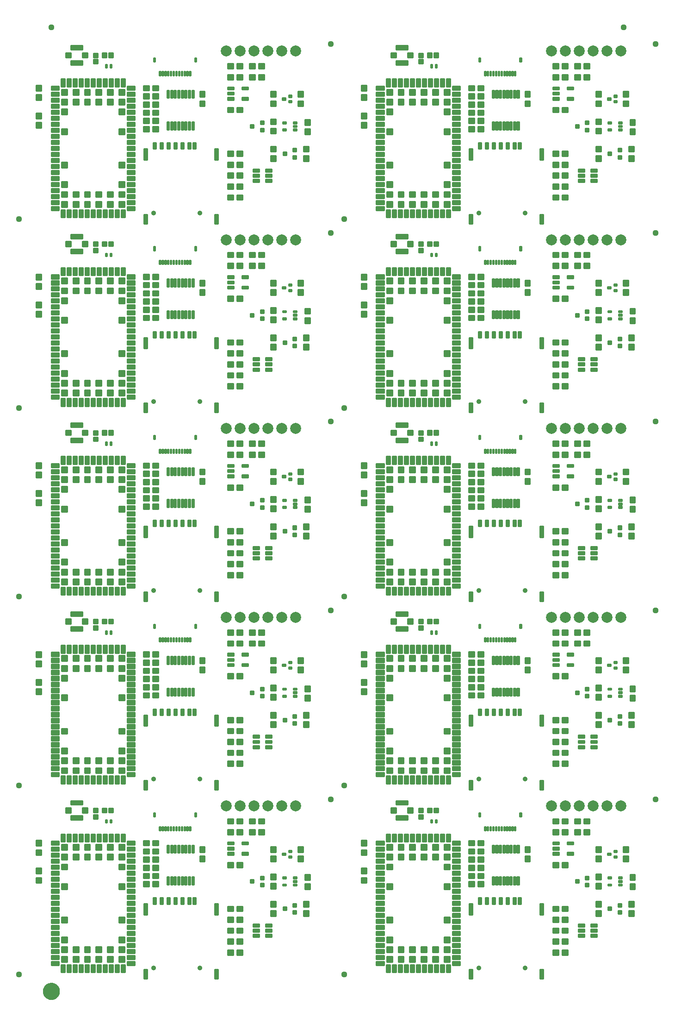
<source format=gts>
G04 EAGLE Gerber RS-274X export*
G75*
%MOMM*%
%FSLAX34Y34*%
%LPD*%
%INSoldermask Top*%
%IPPOS*%
%AMOC8*
5,1,8,0,0,1.08239X$1,22.5*%
G01*
%ADD10C,1.127000*%
%ADD11C,0.231750*%
%ADD12C,0.220859*%
%ADD13C,0.225400*%
%ADD14C,0.225369*%
%ADD15C,2.006600*%
%ADD16C,0.231647*%
%ADD17C,0.224709*%
%ADD18C,0.231559*%
%ADD19C,0.229738*%
%ADD20C,0.228928*%
%ADD21C,0.230800*%
%ADD22C,0.877000*%
%ADD23C,0.233100*%
%ADD24C,0.223409*%
%ADD25C,0.230578*%
%ADD26C,0.226609*%
%ADD27C,1.270000*%
%ADD28C,1.627000*%


D10*
X580000Y330000D03*
X10000Y10000D03*
D11*
X68524Y246524D02*
X68524Y253476D01*
X82476Y253476D01*
X82476Y246524D01*
X68524Y246524D01*
X68524Y248726D02*
X82476Y248726D01*
X82476Y250928D02*
X68524Y250928D01*
X68524Y253130D02*
X82476Y253130D01*
X68524Y242476D02*
X68524Y235524D01*
X68524Y242476D02*
X82476Y242476D01*
X82476Y235524D01*
X68524Y235524D01*
X68524Y237726D02*
X82476Y237726D01*
X82476Y239928D02*
X68524Y239928D01*
X68524Y242130D02*
X82476Y242130D01*
X68524Y231476D02*
X68524Y224524D01*
X68524Y231476D02*
X82476Y231476D01*
X82476Y224524D01*
X68524Y224524D01*
X68524Y226726D02*
X82476Y226726D01*
X82476Y228928D02*
X68524Y228928D01*
X68524Y231130D02*
X82476Y231130D01*
X68524Y220476D02*
X68524Y213524D01*
X68524Y220476D02*
X82476Y220476D01*
X82476Y213524D01*
X68524Y213524D01*
X68524Y215726D02*
X82476Y215726D01*
X82476Y217928D02*
X68524Y217928D01*
X68524Y220130D02*
X82476Y220130D01*
X68524Y209476D02*
X68524Y202524D01*
X68524Y209476D02*
X82476Y209476D01*
X82476Y202524D01*
X68524Y202524D01*
X68524Y204726D02*
X82476Y204726D01*
X82476Y206928D02*
X68524Y206928D01*
X68524Y209130D02*
X82476Y209130D01*
X68524Y198476D02*
X68524Y191524D01*
X68524Y198476D02*
X82476Y198476D01*
X82476Y191524D01*
X68524Y191524D01*
X68524Y193726D02*
X82476Y193726D01*
X82476Y195928D02*
X68524Y195928D01*
X68524Y198130D02*
X82476Y198130D01*
X68524Y187476D02*
X68524Y180524D01*
X68524Y187476D02*
X82476Y187476D01*
X82476Y180524D01*
X68524Y180524D01*
X68524Y182726D02*
X82476Y182726D01*
X82476Y184928D02*
X68524Y184928D01*
X68524Y187130D02*
X82476Y187130D01*
X68524Y176476D02*
X68524Y169524D01*
X68524Y176476D02*
X82476Y176476D01*
X82476Y169524D01*
X68524Y169524D01*
X68524Y171726D02*
X82476Y171726D01*
X82476Y173928D02*
X68524Y173928D01*
X68524Y176130D02*
X82476Y176130D01*
X68524Y165476D02*
X68524Y158524D01*
X68524Y165476D02*
X82476Y165476D01*
X82476Y158524D01*
X68524Y158524D01*
X68524Y160726D02*
X82476Y160726D01*
X82476Y162928D02*
X68524Y162928D01*
X68524Y165130D02*
X82476Y165130D01*
X68524Y154476D02*
X68524Y147524D01*
X68524Y154476D02*
X82476Y154476D01*
X82476Y147524D01*
X68524Y147524D01*
X68524Y149726D02*
X82476Y149726D01*
X82476Y151928D02*
X68524Y151928D01*
X68524Y154130D02*
X82476Y154130D01*
X68524Y143476D02*
X68524Y136524D01*
X68524Y143476D02*
X82476Y143476D01*
X82476Y136524D01*
X68524Y136524D01*
X68524Y138726D02*
X82476Y138726D01*
X82476Y140928D02*
X68524Y140928D01*
X68524Y143130D02*
X82476Y143130D01*
X68524Y132476D02*
X68524Y125524D01*
X68524Y132476D02*
X82476Y132476D01*
X82476Y125524D01*
X68524Y125524D01*
X68524Y127726D02*
X82476Y127726D01*
X82476Y129928D02*
X68524Y129928D01*
X68524Y132130D02*
X82476Y132130D01*
X68524Y121476D02*
X68524Y114524D01*
X68524Y121476D02*
X82476Y121476D01*
X82476Y114524D01*
X68524Y114524D01*
X68524Y116726D02*
X82476Y116726D01*
X82476Y118928D02*
X68524Y118928D01*
X68524Y121130D02*
X82476Y121130D01*
X68524Y110476D02*
X68524Y103524D01*
X68524Y110476D02*
X82476Y110476D01*
X82476Y103524D01*
X68524Y103524D01*
X68524Y105726D02*
X82476Y105726D01*
X82476Y107928D02*
X68524Y107928D01*
X68524Y110130D02*
X82476Y110130D01*
X68524Y99476D02*
X68524Y92524D01*
X68524Y99476D02*
X82476Y99476D01*
X82476Y92524D01*
X68524Y92524D01*
X68524Y94726D02*
X82476Y94726D01*
X82476Y96928D02*
X68524Y96928D01*
X68524Y99130D02*
X82476Y99130D01*
X68524Y88476D02*
X68524Y81524D01*
X68524Y88476D02*
X82476Y88476D01*
X82476Y81524D01*
X68524Y81524D01*
X68524Y83726D02*
X82476Y83726D01*
X82476Y85928D02*
X68524Y85928D01*
X68524Y88130D02*
X82476Y88130D01*
X68524Y77476D02*
X68524Y70524D01*
X68524Y77476D02*
X82476Y77476D01*
X82476Y70524D01*
X68524Y70524D01*
X68524Y72726D02*
X82476Y72726D01*
X82476Y74928D02*
X68524Y74928D01*
X68524Y77130D02*
X82476Y77130D01*
X68524Y66476D02*
X68524Y59524D01*
X68524Y66476D02*
X82476Y66476D01*
X82476Y59524D01*
X68524Y59524D01*
X68524Y61726D02*
X82476Y61726D01*
X82476Y63928D02*
X68524Y63928D01*
X68524Y66130D02*
X82476Y66130D01*
X68524Y55476D02*
X68524Y48524D01*
X68524Y55476D02*
X82476Y55476D01*
X82476Y48524D01*
X68524Y48524D01*
X68524Y50726D02*
X82476Y50726D01*
X82476Y52928D02*
X68524Y52928D01*
X68524Y55130D02*
X82476Y55130D01*
X68524Y44476D02*
X68524Y37524D01*
X68524Y44476D02*
X82476Y44476D01*
X82476Y37524D01*
X68524Y37524D01*
X68524Y39726D02*
X82476Y39726D01*
X82476Y41928D02*
X68524Y41928D01*
X68524Y44130D02*
X82476Y44130D01*
X68524Y33476D02*
X68524Y26524D01*
X68524Y33476D02*
X82476Y33476D01*
X82476Y26524D01*
X68524Y26524D01*
X68524Y28726D02*
X82476Y28726D01*
X82476Y30928D02*
X68524Y30928D01*
X68524Y33130D02*
X82476Y33130D01*
X86524Y27476D02*
X86524Y13524D01*
X86524Y27476D02*
X93476Y27476D01*
X93476Y13524D01*
X86524Y13524D01*
X86524Y15726D02*
X93476Y15726D01*
X93476Y17928D02*
X86524Y17928D01*
X86524Y20130D02*
X93476Y20130D01*
X93476Y22332D02*
X86524Y22332D01*
X86524Y24534D02*
X93476Y24534D01*
X93476Y26736D02*
X86524Y26736D01*
X97524Y27476D02*
X97524Y13524D01*
X97524Y27476D02*
X104476Y27476D01*
X104476Y13524D01*
X97524Y13524D01*
X97524Y15726D02*
X104476Y15726D01*
X104476Y17928D02*
X97524Y17928D01*
X97524Y20130D02*
X104476Y20130D01*
X104476Y22332D02*
X97524Y22332D01*
X97524Y24534D02*
X104476Y24534D01*
X104476Y26736D02*
X97524Y26736D01*
X108524Y27476D02*
X108524Y13524D01*
X108524Y27476D02*
X115476Y27476D01*
X115476Y13524D01*
X108524Y13524D01*
X108524Y15726D02*
X115476Y15726D01*
X115476Y17928D02*
X108524Y17928D01*
X108524Y20130D02*
X115476Y20130D01*
X115476Y22332D02*
X108524Y22332D01*
X108524Y24534D02*
X115476Y24534D01*
X115476Y26736D02*
X108524Y26736D01*
X119524Y27476D02*
X119524Y13524D01*
X119524Y27476D02*
X126476Y27476D01*
X126476Y13524D01*
X119524Y13524D01*
X119524Y15726D02*
X126476Y15726D01*
X126476Y17928D02*
X119524Y17928D01*
X119524Y20130D02*
X126476Y20130D01*
X126476Y22332D02*
X119524Y22332D01*
X119524Y24534D02*
X126476Y24534D01*
X126476Y26736D02*
X119524Y26736D01*
X130524Y27476D02*
X130524Y13524D01*
X130524Y27476D02*
X137476Y27476D01*
X137476Y13524D01*
X130524Y13524D01*
X130524Y15726D02*
X137476Y15726D01*
X137476Y17928D02*
X130524Y17928D01*
X130524Y20130D02*
X137476Y20130D01*
X137476Y22332D02*
X130524Y22332D01*
X130524Y24534D02*
X137476Y24534D01*
X137476Y26736D02*
X130524Y26736D01*
X141524Y27476D02*
X141524Y13524D01*
X141524Y27476D02*
X148476Y27476D01*
X148476Y13524D01*
X141524Y13524D01*
X141524Y15726D02*
X148476Y15726D01*
X148476Y17928D02*
X141524Y17928D01*
X141524Y20130D02*
X148476Y20130D01*
X148476Y22332D02*
X141524Y22332D01*
X141524Y24534D02*
X148476Y24534D01*
X148476Y26736D02*
X141524Y26736D01*
X152524Y27476D02*
X152524Y13524D01*
X152524Y27476D02*
X159476Y27476D01*
X159476Y13524D01*
X152524Y13524D01*
X152524Y15726D02*
X159476Y15726D01*
X159476Y17928D02*
X152524Y17928D01*
X152524Y20130D02*
X159476Y20130D01*
X159476Y22332D02*
X152524Y22332D01*
X152524Y24534D02*
X159476Y24534D01*
X159476Y26736D02*
X152524Y26736D01*
X163524Y27476D02*
X163524Y13524D01*
X163524Y27476D02*
X170476Y27476D01*
X170476Y13524D01*
X163524Y13524D01*
X163524Y15726D02*
X170476Y15726D01*
X170476Y17928D02*
X163524Y17928D01*
X163524Y20130D02*
X170476Y20130D01*
X170476Y22332D02*
X163524Y22332D01*
X163524Y24534D02*
X170476Y24534D01*
X170476Y26736D02*
X163524Y26736D01*
X174524Y27476D02*
X174524Y13524D01*
X174524Y27476D02*
X181476Y27476D01*
X181476Y13524D01*
X174524Y13524D01*
X174524Y15726D02*
X181476Y15726D01*
X181476Y17928D02*
X174524Y17928D01*
X174524Y20130D02*
X181476Y20130D01*
X181476Y22332D02*
X174524Y22332D01*
X174524Y24534D02*
X181476Y24534D01*
X181476Y26736D02*
X174524Y26736D01*
X185524Y27476D02*
X185524Y13524D01*
X185524Y27476D02*
X192476Y27476D01*
X192476Y13524D01*
X185524Y13524D01*
X185524Y15726D02*
X192476Y15726D01*
X192476Y17928D02*
X185524Y17928D01*
X185524Y20130D02*
X192476Y20130D01*
X192476Y22332D02*
X185524Y22332D01*
X185524Y24534D02*
X192476Y24534D01*
X192476Y26736D02*
X185524Y26736D01*
X196524Y27476D02*
X196524Y13524D01*
X196524Y27476D02*
X203476Y27476D01*
X203476Y13524D01*
X196524Y13524D01*
X196524Y15726D02*
X203476Y15726D01*
X203476Y17928D02*
X196524Y17928D01*
X196524Y20130D02*
X203476Y20130D01*
X203476Y22332D02*
X196524Y22332D01*
X196524Y24534D02*
X203476Y24534D01*
X203476Y26736D02*
X196524Y26736D01*
X221476Y26524D02*
X221476Y33476D01*
X221476Y26524D02*
X207524Y26524D01*
X207524Y33476D01*
X221476Y33476D01*
X221476Y28726D02*
X207524Y28726D01*
X207524Y30928D02*
X221476Y30928D01*
X221476Y33130D02*
X207524Y33130D01*
X221476Y37524D02*
X221476Y44476D01*
X221476Y37524D02*
X207524Y37524D01*
X207524Y44476D01*
X221476Y44476D01*
X221476Y39726D02*
X207524Y39726D01*
X207524Y41928D02*
X221476Y41928D01*
X221476Y44130D02*
X207524Y44130D01*
X221476Y48524D02*
X221476Y55476D01*
X221476Y48524D02*
X207524Y48524D01*
X207524Y55476D01*
X221476Y55476D01*
X221476Y50726D02*
X207524Y50726D01*
X207524Y52928D02*
X221476Y52928D01*
X221476Y55130D02*
X207524Y55130D01*
X221476Y59524D02*
X221476Y66476D01*
X221476Y59524D02*
X207524Y59524D01*
X207524Y66476D01*
X221476Y66476D01*
X221476Y61726D02*
X207524Y61726D01*
X207524Y63928D02*
X221476Y63928D01*
X221476Y66130D02*
X207524Y66130D01*
X221476Y70524D02*
X221476Y77476D01*
X221476Y70524D02*
X207524Y70524D01*
X207524Y77476D01*
X221476Y77476D01*
X221476Y72726D02*
X207524Y72726D01*
X207524Y74928D02*
X221476Y74928D01*
X221476Y77130D02*
X207524Y77130D01*
X221476Y81524D02*
X221476Y88476D01*
X221476Y81524D02*
X207524Y81524D01*
X207524Y88476D01*
X221476Y88476D01*
X221476Y83726D02*
X207524Y83726D01*
X207524Y85928D02*
X221476Y85928D01*
X221476Y88130D02*
X207524Y88130D01*
X221476Y92524D02*
X221476Y99476D01*
X221476Y92524D02*
X207524Y92524D01*
X207524Y99476D01*
X221476Y99476D01*
X221476Y94726D02*
X207524Y94726D01*
X207524Y96928D02*
X221476Y96928D01*
X221476Y99130D02*
X207524Y99130D01*
X221476Y103524D02*
X221476Y110476D01*
X221476Y103524D02*
X207524Y103524D01*
X207524Y110476D01*
X221476Y110476D01*
X221476Y105726D02*
X207524Y105726D01*
X207524Y107928D02*
X221476Y107928D01*
X221476Y110130D02*
X207524Y110130D01*
X221476Y114524D02*
X221476Y121476D01*
X221476Y114524D02*
X207524Y114524D01*
X207524Y121476D01*
X221476Y121476D01*
X221476Y116726D02*
X207524Y116726D01*
X207524Y118928D02*
X221476Y118928D01*
X221476Y121130D02*
X207524Y121130D01*
X221476Y125524D02*
X221476Y132476D01*
X221476Y125524D02*
X207524Y125524D01*
X207524Y132476D01*
X221476Y132476D01*
X221476Y127726D02*
X207524Y127726D01*
X207524Y129928D02*
X221476Y129928D01*
X221476Y132130D02*
X207524Y132130D01*
X221476Y136524D02*
X221476Y143476D01*
X221476Y136524D02*
X207524Y136524D01*
X207524Y143476D01*
X221476Y143476D01*
X221476Y138726D02*
X207524Y138726D01*
X207524Y140928D02*
X221476Y140928D01*
X221476Y143130D02*
X207524Y143130D01*
X221476Y147524D02*
X221476Y154476D01*
X221476Y147524D02*
X207524Y147524D01*
X207524Y154476D01*
X221476Y154476D01*
X221476Y149726D02*
X207524Y149726D01*
X207524Y151928D02*
X221476Y151928D01*
X221476Y154130D02*
X207524Y154130D01*
X221476Y158524D02*
X221476Y165476D01*
X221476Y158524D02*
X207524Y158524D01*
X207524Y165476D01*
X221476Y165476D01*
X221476Y160726D02*
X207524Y160726D01*
X207524Y162928D02*
X221476Y162928D01*
X221476Y165130D02*
X207524Y165130D01*
X221476Y169524D02*
X221476Y176476D01*
X221476Y169524D02*
X207524Y169524D01*
X207524Y176476D01*
X221476Y176476D01*
X221476Y171726D02*
X207524Y171726D01*
X207524Y173928D02*
X221476Y173928D01*
X221476Y176130D02*
X207524Y176130D01*
X221476Y180524D02*
X221476Y187476D01*
X221476Y180524D02*
X207524Y180524D01*
X207524Y187476D01*
X221476Y187476D01*
X221476Y182726D02*
X207524Y182726D01*
X207524Y184928D02*
X221476Y184928D01*
X221476Y187130D02*
X207524Y187130D01*
X221476Y191524D02*
X221476Y198476D01*
X221476Y191524D02*
X207524Y191524D01*
X207524Y198476D01*
X221476Y198476D01*
X221476Y193726D02*
X207524Y193726D01*
X207524Y195928D02*
X221476Y195928D01*
X221476Y198130D02*
X207524Y198130D01*
X221476Y202524D02*
X221476Y209476D01*
X221476Y202524D02*
X207524Y202524D01*
X207524Y209476D01*
X221476Y209476D01*
X221476Y204726D02*
X207524Y204726D01*
X207524Y206928D02*
X221476Y206928D01*
X221476Y209130D02*
X207524Y209130D01*
X221476Y213524D02*
X221476Y220476D01*
X221476Y213524D02*
X207524Y213524D01*
X207524Y220476D01*
X221476Y220476D01*
X221476Y215726D02*
X207524Y215726D01*
X207524Y217928D02*
X221476Y217928D01*
X221476Y220130D02*
X207524Y220130D01*
X221476Y224524D02*
X221476Y231476D01*
X221476Y224524D02*
X207524Y224524D01*
X207524Y231476D01*
X221476Y231476D01*
X221476Y226726D02*
X207524Y226726D01*
X207524Y228928D02*
X221476Y228928D01*
X221476Y231130D02*
X207524Y231130D01*
X221476Y235524D02*
X221476Y242476D01*
X221476Y235524D02*
X207524Y235524D01*
X207524Y242476D01*
X221476Y242476D01*
X221476Y237726D02*
X207524Y237726D01*
X207524Y239928D02*
X221476Y239928D01*
X221476Y242130D02*
X207524Y242130D01*
X221476Y246524D02*
X221476Y253476D01*
X221476Y246524D02*
X207524Y246524D01*
X207524Y253476D01*
X221476Y253476D01*
X221476Y248726D02*
X207524Y248726D01*
X207524Y250928D02*
X221476Y250928D01*
X221476Y253130D02*
X207524Y253130D01*
X203476Y252524D02*
X203476Y266476D01*
X203476Y252524D02*
X196524Y252524D01*
X196524Y266476D01*
X203476Y266476D01*
X203476Y254726D02*
X196524Y254726D01*
X196524Y256928D02*
X203476Y256928D01*
X203476Y259130D02*
X196524Y259130D01*
X196524Y261332D02*
X203476Y261332D01*
X203476Y263534D02*
X196524Y263534D01*
X196524Y265736D02*
X203476Y265736D01*
X192476Y266476D02*
X192476Y252524D01*
X185524Y252524D01*
X185524Y266476D01*
X192476Y266476D01*
X192476Y254726D02*
X185524Y254726D01*
X185524Y256928D02*
X192476Y256928D01*
X192476Y259130D02*
X185524Y259130D01*
X185524Y261332D02*
X192476Y261332D01*
X192476Y263534D02*
X185524Y263534D01*
X185524Y265736D02*
X192476Y265736D01*
X181476Y266476D02*
X181476Y252524D01*
X174524Y252524D01*
X174524Y266476D01*
X181476Y266476D01*
X181476Y254726D02*
X174524Y254726D01*
X174524Y256928D02*
X181476Y256928D01*
X181476Y259130D02*
X174524Y259130D01*
X174524Y261332D02*
X181476Y261332D01*
X181476Y263534D02*
X174524Y263534D01*
X174524Y265736D02*
X181476Y265736D01*
X170476Y266476D02*
X170476Y252524D01*
X163524Y252524D01*
X163524Y266476D01*
X170476Y266476D01*
X170476Y254726D02*
X163524Y254726D01*
X163524Y256928D02*
X170476Y256928D01*
X170476Y259130D02*
X163524Y259130D01*
X163524Y261332D02*
X170476Y261332D01*
X170476Y263534D02*
X163524Y263534D01*
X163524Y265736D02*
X170476Y265736D01*
X159476Y266476D02*
X159476Y252524D01*
X152524Y252524D01*
X152524Y266476D01*
X159476Y266476D01*
X159476Y254726D02*
X152524Y254726D01*
X152524Y256928D02*
X159476Y256928D01*
X159476Y259130D02*
X152524Y259130D01*
X152524Y261332D02*
X159476Y261332D01*
X159476Y263534D02*
X152524Y263534D01*
X152524Y265736D02*
X159476Y265736D01*
X148476Y266476D02*
X148476Y252524D01*
X141524Y252524D01*
X141524Y266476D01*
X148476Y266476D01*
X148476Y254726D02*
X141524Y254726D01*
X141524Y256928D02*
X148476Y256928D01*
X148476Y259130D02*
X141524Y259130D01*
X141524Y261332D02*
X148476Y261332D01*
X148476Y263534D02*
X141524Y263534D01*
X141524Y265736D02*
X148476Y265736D01*
X137476Y266476D02*
X137476Y252524D01*
X130524Y252524D01*
X130524Y266476D01*
X137476Y266476D01*
X137476Y254726D02*
X130524Y254726D01*
X130524Y256928D02*
X137476Y256928D01*
X137476Y259130D02*
X130524Y259130D01*
X130524Y261332D02*
X137476Y261332D01*
X137476Y263534D02*
X130524Y263534D01*
X130524Y265736D02*
X137476Y265736D01*
X126476Y266476D02*
X126476Y252524D01*
X119524Y252524D01*
X119524Y266476D01*
X126476Y266476D01*
X126476Y254726D02*
X119524Y254726D01*
X119524Y256928D02*
X126476Y256928D01*
X126476Y259130D02*
X119524Y259130D01*
X119524Y261332D02*
X126476Y261332D01*
X126476Y263534D02*
X119524Y263534D01*
X119524Y265736D02*
X126476Y265736D01*
X115476Y266476D02*
X115476Y252524D01*
X108524Y252524D01*
X108524Y266476D01*
X115476Y266476D01*
X115476Y254726D02*
X108524Y254726D01*
X108524Y256928D02*
X115476Y256928D01*
X115476Y259130D02*
X108524Y259130D01*
X108524Y261332D02*
X115476Y261332D01*
X115476Y263534D02*
X108524Y263534D01*
X108524Y265736D02*
X115476Y265736D01*
X104476Y266476D02*
X104476Y252524D01*
X97524Y252524D01*
X97524Y266476D01*
X104476Y266476D01*
X104476Y254726D02*
X97524Y254726D01*
X97524Y256928D02*
X104476Y256928D01*
X104476Y259130D02*
X97524Y259130D01*
X97524Y261332D02*
X104476Y261332D01*
X104476Y263534D02*
X97524Y263534D01*
X97524Y265736D02*
X104476Y265736D01*
X93476Y266476D02*
X93476Y252524D01*
X86524Y252524D01*
X86524Y266476D01*
X93476Y266476D01*
X93476Y254726D02*
X86524Y254726D01*
X86524Y256928D02*
X93476Y256928D01*
X93476Y259130D02*
X86524Y259130D01*
X86524Y261332D02*
X93476Y261332D01*
X93476Y263534D02*
X86524Y263534D01*
X86524Y265736D02*
X93476Y265736D01*
D12*
X87469Y247531D02*
X87469Y237469D01*
X87469Y247531D02*
X97531Y247531D01*
X97531Y237469D01*
X87469Y237469D01*
X87469Y239568D02*
X97531Y239568D01*
X97531Y241667D02*
X87469Y241667D01*
X87469Y243766D02*
X97531Y243766D01*
X97531Y245865D02*
X87469Y245865D01*
X108469Y247531D02*
X108469Y237469D01*
X108469Y247531D02*
X118531Y247531D01*
X118531Y237469D01*
X108469Y237469D01*
X108469Y239568D02*
X118531Y239568D01*
X118531Y241667D02*
X108469Y241667D01*
X108469Y243766D02*
X118531Y243766D01*
X118531Y245865D02*
X108469Y245865D01*
X129469Y247531D02*
X129469Y237469D01*
X129469Y247531D02*
X139531Y247531D01*
X139531Y237469D01*
X129469Y237469D01*
X129469Y239568D02*
X139531Y239568D01*
X139531Y241667D02*
X129469Y241667D01*
X129469Y243766D02*
X139531Y243766D01*
X139531Y245865D02*
X129469Y245865D01*
X150469Y247531D02*
X150469Y237469D01*
X150469Y247531D02*
X160531Y247531D01*
X160531Y237469D01*
X150469Y237469D01*
X150469Y239568D02*
X160531Y239568D01*
X160531Y241667D02*
X150469Y241667D01*
X150469Y243766D02*
X160531Y243766D01*
X160531Y245865D02*
X150469Y245865D01*
X171469Y247531D02*
X171469Y237469D01*
X171469Y247531D02*
X181531Y247531D01*
X181531Y237469D01*
X171469Y237469D01*
X171469Y239568D02*
X181531Y239568D01*
X181531Y241667D02*
X171469Y241667D01*
X171469Y243766D02*
X181531Y243766D01*
X181531Y245865D02*
X171469Y245865D01*
X192469Y247531D02*
X192469Y237469D01*
X192469Y247531D02*
X202531Y247531D01*
X202531Y237469D01*
X192469Y237469D01*
X192469Y239568D02*
X202531Y239568D01*
X202531Y241667D02*
X192469Y241667D01*
X192469Y243766D02*
X202531Y243766D01*
X202531Y245865D02*
X192469Y245865D01*
X87469Y229531D02*
X87469Y219469D01*
X87469Y229531D02*
X97531Y229531D01*
X97531Y219469D01*
X87469Y219469D01*
X87469Y221568D02*
X97531Y221568D01*
X97531Y223667D02*
X87469Y223667D01*
X87469Y225766D02*
X97531Y225766D01*
X97531Y227865D02*
X87469Y227865D01*
X108469Y229531D02*
X108469Y219469D01*
X108469Y229531D02*
X118531Y229531D01*
X118531Y219469D01*
X108469Y219469D01*
X108469Y221568D02*
X118531Y221568D01*
X118531Y223667D02*
X108469Y223667D01*
X108469Y225766D02*
X118531Y225766D01*
X118531Y227865D02*
X108469Y227865D01*
X129469Y229531D02*
X129469Y219469D01*
X129469Y229531D02*
X139531Y229531D01*
X139531Y219469D01*
X129469Y219469D01*
X129469Y221568D02*
X139531Y221568D01*
X139531Y223667D02*
X129469Y223667D01*
X129469Y225766D02*
X139531Y225766D01*
X139531Y227865D02*
X129469Y227865D01*
X150469Y229531D02*
X150469Y219469D01*
X150469Y229531D02*
X160531Y229531D01*
X160531Y219469D01*
X150469Y219469D01*
X150469Y221568D02*
X160531Y221568D01*
X160531Y223667D02*
X150469Y223667D01*
X150469Y225766D02*
X160531Y225766D01*
X160531Y227865D02*
X150469Y227865D01*
X171469Y229531D02*
X171469Y219469D01*
X171469Y229531D02*
X181531Y229531D01*
X181531Y219469D01*
X171469Y219469D01*
X171469Y221568D02*
X181531Y221568D01*
X181531Y223667D02*
X171469Y223667D01*
X171469Y225766D02*
X181531Y225766D01*
X181531Y227865D02*
X171469Y227865D01*
X192469Y229531D02*
X192469Y219469D01*
X192469Y229531D02*
X202531Y229531D01*
X202531Y219469D01*
X192469Y219469D01*
X192469Y221568D02*
X202531Y221568D01*
X202531Y223667D02*
X192469Y223667D01*
X192469Y225766D02*
X202531Y225766D01*
X202531Y227865D02*
X192469Y227865D01*
X87469Y211531D02*
X87469Y201469D01*
X87469Y211531D02*
X97531Y211531D01*
X97531Y201469D01*
X87469Y201469D01*
X87469Y203568D02*
X97531Y203568D01*
X97531Y205667D02*
X87469Y205667D01*
X87469Y207766D02*
X97531Y207766D01*
X97531Y209865D02*
X87469Y209865D01*
X192469Y211531D02*
X192469Y201469D01*
X192469Y211531D02*
X202531Y211531D01*
X202531Y201469D01*
X192469Y201469D01*
X192469Y203568D02*
X202531Y203568D01*
X202531Y205667D02*
X192469Y205667D01*
X192469Y207766D02*
X202531Y207766D01*
X202531Y209865D02*
X192469Y209865D01*
X87469Y175531D02*
X87469Y165469D01*
X87469Y175531D02*
X97531Y175531D01*
X97531Y165469D01*
X87469Y165469D01*
X87469Y167568D02*
X97531Y167568D01*
X97531Y169667D02*
X87469Y169667D01*
X87469Y171766D02*
X97531Y171766D01*
X97531Y173865D02*
X87469Y173865D01*
X192469Y175531D02*
X192469Y165469D01*
X192469Y175531D02*
X202531Y175531D01*
X202531Y165469D01*
X192469Y165469D01*
X192469Y167568D02*
X202531Y167568D01*
X202531Y169667D02*
X192469Y169667D01*
X192469Y171766D02*
X202531Y171766D01*
X202531Y173865D02*
X192469Y173865D01*
X202531Y42531D02*
X202531Y32469D01*
X192469Y32469D01*
X192469Y42531D01*
X202531Y42531D01*
X202531Y34568D02*
X192469Y34568D01*
X192469Y36667D02*
X202531Y36667D01*
X202531Y38766D02*
X192469Y38766D01*
X192469Y40865D02*
X202531Y40865D01*
X181531Y42531D02*
X181531Y32469D01*
X171469Y32469D01*
X171469Y42531D01*
X181531Y42531D01*
X181531Y34568D02*
X171469Y34568D01*
X171469Y36667D02*
X181531Y36667D01*
X181531Y38766D02*
X171469Y38766D01*
X171469Y40865D02*
X181531Y40865D01*
X160531Y42531D02*
X160531Y32469D01*
X150469Y32469D01*
X150469Y42531D01*
X160531Y42531D01*
X160531Y34568D02*
X150469Y34568D01*
X150469Y36667D02*
X160531Y36667D01*
X160531Y38766D02*
X150469Y38766D01*
X150469Y40865D02*
X160531Y40865D01*
X139531Y42531D02*
X139531Y32469D01*
X129469Y32469D01*
X129469Y42531D01*
X139531Y42531D01*
X139531Y34568D02*
X129469Y34568D01*
X129469Y36667D02*
X139531Y36667D01*
X139531Y38766D02*
X129469Y38766D01*
X129469Y40865D02*
X139531Y40865D01*
X118531Y42531D02*
X118531Y32469D01*
X108469Y32469D01*
X108469Y42531D01*
X118531Y42531D01*
X118531Y34568D02*
X108469Y34568D01*
X108469Y36667D02*
X118531Y36667D01*
X118531Y38766D02*
X108469Y38766D01*
X108469Y40865D02*
X118531Y40865D01*
X97531Y42531D02*
X97531Y32469D01*
X87469Y32469D01*
X87469Y42531D01*
X97531Y42531D01*
X97531Y34568D02*
X87469Y34568D01*
X87469Y36667D02*
X97531Y36667D01*
X97531Y38766D02*
X87469Y38766D01*
X87469Y40865D02*
X97531Y40865D01*
X202531Y50469D02*
X202531Y60531D01*
X202531Y50469D02*
X192469Y50469D01*
X192469Y60531D01*
X202531Y60531D01*
X202531Y52568D02*
X192469Y52568D01*
X192469Y54667D02*
X202531Y54667D01*
X202531Y56766D02*
X192469Y56766D01*
X192469Y58865D02*
X202531Y58865D01*
X181531Y60531D02*
X181531Y50469D01*
X171469Y50469D01*
X171469Y60531D01*
X181531Y60531D01*
X181531Y52568D02*
X171469Y52568D01*
X171469Y54667D02*
X181531Y54667D01*
X181531Y56766D02*
X171469Y56766D01*
X171469Y58865D02*
X181531Y58865D01*
X160531Y60531D02*
X160531Y50469D01*
X150469Y50469D01*
X150469Y60531D01*
X160531Y60531D01*
X160531Y52568D02*
X150469Y52568D01*
X150469Y54667D02*
X160531Y54667D01*
X160531Y56766D02*
X150469Y56766D01*
X150469Y58865D02*
X160531Y58865D01*
X139531Y60531D02*
X139531Y50469D01*
X129469Y50469D01*
X129469Y60531D01*
X139531Y60531D01*
X139531Y52568D02*
X129469Y52568D01*
X129469Y54667D02*
X139531Y54667D01*
X139531Y56766D02*
X129469Y56766D01*
X129469Y58865D02*
X139531Y58865D01*
X118531Y60531D02*
X118531Y50469D01*
X108469Y50469D01*
X108469Y60531D01*
X118531Y60531D01*
X118531Y52568D02*
X108469Y52568D01*
X108469Y54667D02*
X118531Y54667D01*
X118531Y56766D02*
X108469Y56766D01*
X108469Y58865D02*
X118531Y58865D01*
X97531Y60531D02*
X97531Y50469D01*
X87469Y50469D01*
X87469Y60531D01*
X97531Y60531D01*
X97531Y52568D02*
X87469Y52568D01*
X87469Y54667D02*
X97531Y54667D01*
X97531Y56766D02*
X87469Y56766D01*
X87469Y58865D02*
X97531Y58865D01*
X202531Y68469D02*
X202531Y78531D01*
X202531Y68469D02*
X192469Y68469D01*
X192469Y78531D01*
X202531Y78531D01*
X202531Y70568D02*
X192469Y70568D01*
X192469Y72667D02*
X202531Y72667D01*
X202531Y74766D02*
X192469Y74766D01*
X192469Y76865D02*
X202531Y76865D01*
X97531Y78531D02*
X97531Y68469D01*
X87469Y68469D01*
X87469Y78531D01*
X97531Y78531D01*
X97531Y70568D02*
X87469Y70568D01*
X87469Y72667D02*
X97531Y72667D01*
X97531Y74766D02*
X87469Y74766D01*
X87469Y76865D02*
X97531Y76865D01*
X202531Y104469D02*
X202531Y114531D01*
X202531Y104469D02*
X192469Y104469D01*
X192469Y114531D01*
X202531Y114531D01*
X202531Y106568D02*
X192469Y106568D01*
X192469Y108667D02*
X202531Y108667D01*
X202531Y110766D02*
X192469Y110766D01*
X192469Y112865D02*
X202531Y112865D01*
X97531Y114531D02*
X97531Y104469D01*
X87469Y104469D01*
X87469Y114531D01*
X97531Y114531D01*
X97531Y106568D02*
X87469Y106568D01*
X87469Y108667D02*
X97531Y108667D01*
X97531Y110766D02*
X87469Y110766D01*
X87469Y112865D02*
X97531Y112865D01*
D13*
X237492Y230492D02*
X247508Y230492D01*
X237492Y230492D02*
X237492Y239508D01*
X247508Y239508D01*
X247508Y230492D01*
X247508Y232633D02*
X237492Y232633D01*
X237492Y234774D02*
X247508Y234774D01*
X247508Y236915D02*
X237492Y236915D01*
X237492Y239056D02*
X247508Y239056D01*
X254492Y230492D02*
X264508Y230492D01*
X254492Y230492D02*
X254492Y239508D01*
X264508Y239508D01*
X264508Y230492D01*
X264508Y232633D02*
X254492Y232633D01*
X254492Y234774D02*
X264508Y234774D01*
X264508Y236915D02*
X254492Y236915D01*
X254492Y239056D02*
X264508Y239056D01*
X247508Y215492D02*
X237492Y215492D01*
X237492Y224508D01*
X247508Y224508D01*
X247508Y215492D01*
X247508Y217633D02*
X237492Y217633D01*
X237492Y219774D02*
X247508Y219774D01*
X247508Y221915D02*
X237492Y221915D01*
X237492Y224056D02*
X247508Y224056D01*
X254492Y215492D02*
X264508Y215492D01*
X254492Y215492D02*
X254492Y224508D01*
X264508Y224508D01*
X264508Y215492D01*
X264508Y217633D02*
X254492Y217633D01*
X254492Y219774D02*
X264508Y219774D01*
X264508Y221915D02*
X254492Y221915D01*
X254492Y224056D02*
X264508Y224056D01*
X247508Y245492D02*
X237492Y245492D01*
X237492Y254508D01*
X247508Y254508D01*
X247508Y245492D01*
X247508Y247633D02*
X237492Y247633D01*
X237492Y249774D02*
X247508Y249774D01*
X247508Y251915D02*
X237492Y251915D01*
X237492Y254056D02*
X247508Y254056D01*
X254492Y245492D02*
X264508Y245492D01*
X254492Y245492D02*
X254492Y254508D01*
X264508Y254508D01*
X264508Y245492D01*
X264508Y247633D02*
X254492Y247633D01*
X254492Y249774D02*
X264508Y249774D01*
X264508Y251915D02*
X254492Y251915D01*
X254492Y254056D02*
X264508Y254056D01*
X264508Y194508D02*
X254492Y194508D01*
X264508Y194508D02*
X264508Y185492D01*
X254492Y185492D01*
X254492Y194508D01*
X254492Y187633D02*
X264508Y187633D01*
X264508Y189774D02*
X254492Y189774D01*
X254492Y191915D02*
X264508Y191915D01*
X264508Y194056D02*
X254492Y194056D01*
X247508Y194508D02*
X237492Y194508D01*
X247508Y194508D02*
X247508Y185492D01*
X237492Y185492D01*
X237492Y194508D01*
X237492Y187633D02*
X247508Y187633D01*
X247508Y189774D02*
X237492Y189774D01*
X237492Y191915D02*
X247508Y191915D01*
X247508Y194056D02*
X237492Y194056D01*
X237492Y200492D02*
X247508Y200492D01*
X237492Y200492D02*
X237492Y209508D01*
X247508Y209508D01*
X247508Y200492D01*
X247508Y202633D02*
X237492Y202633D01*
X237492Y204774D02*
X247508Y204774D01*
X247508Y206915D02*
X237492Y206915D01*
X237492Y209056D02*
X247508Y209056D01*
X254492Y200492D02*
X264508Y200492D01*
X254492Y200492D02*
X254492Y209508D01*
X264508Y209508D01*
X264508Y200492D01*
X264508Y202633D02*
X254492Y202633D01*
X254492Y204774D02*
X264508Y204774D01*
X264508Y206915D02*
X254492Y206915D01*
X254492Y209056D02*
X264508Y209056D01*
D14*
X460992Y92508D02*
X460992Y87492D01*
X460992Y92508D02*
X472008Y92508D01*
X472008Y87492D01*
X460992Y87492D01*
X460992Y89633D02*
X472008Y89633D01*
X472008Y91774D02*
X460992Y91774D01*
X460992Y96992D02*
X460992Y102008D01*
X472008Y102008D01*
X472008Y96992D01*
X460992Y96992D01*
X460992Y99133D02*
X472008Y99133D01*
X472008Y101274D02*
X460992Y101274D01*
X460992Y83008D02*
X460992Y77992D01*
X460992Y83008D02*
X472008Y83008D01*
X472008Y77992D01*
X460992Y77992D01*
X460992Y80133D02*
X472008Y80133D01*
X472008Y82274D02*
X460992Y82274D01*
X449008Y96992D02*
X449008Y102008D01*
X449008Y96992D02*
X437992Y96992D01*
X437992Y102008D01*
X449008Y102008D01*
X449008Y99133D02*
X437992Y99133D01*
X437992Y101274D02*
X449008Y101274D01*
X449008Y92508D02*
X449008Y87492D01*
X437992Y87492D01*
X437992Y92508D01*
X449008Y92508D01*
X449008Y89633D02*
X437992Y89633D01*
X437992Y91774D02*
X449008Y91774D01*
X449008Y83008D02*
X449008Y77992D01*
X437992Y77992D01*
X437992Y83008D01*
X449008Y83008D01*
X449008Y80133D02*
X437992Y80133D01*
X437992Y82274D02*
X449008Y82274D01*
D13*
X401508Y85492D02*
X391492Y85492D01*
X391492Y94508D01*
X401508Y94508D01*
X401508Y85492D01*
X401508Y87633D02*
X391492Y87633D01*
X391492Y89774D02*
X401508Y89774D01*
X401508Y91915D02*
X391492Y91915D01*
X391492Y94056D02*
X401508Y94056D01*
X408492Y85492D02*
X418508Y85492D01*
X408492Y85492D02*
X408492Y94508D01*
X418508Y94508D01*
X418508Y85492D01*
X418508Y87633D02*
X408492Y87633D01*
X408492Y89774D02*
X418508Y89774D01*
X418508Y91915D02*
X408492Y91915D01*
X408492Y94056D02*
X418508Y94056D01*
X401508Y45492D02*
X391492Y45492D01*
X391492Y54508D01*
X401508Y54508D01*
X401508Y45492D01*
X401508Y47633D02*
X391492Y47633D01*
X391492Y49774D02*
X401508Y49774D01*
X401508Y51915D02*
X391492Y51915D01*
X391492Y54056D02*
X401508Y54056D01*
X408492Y45492D02*
X418508Y45492D01*
X408492Y45492D02*
X408492Y54508D01*
X418508Y54508D01*
X418508Y45492D01*
X418508Y47633D02*
X408492Y47633D01*
X408492Y49774D02*
X418508Y49774D01*
X418508Y51915D02*
X408492Y51915D01*
X408492Y54056D02*
X418508Y54056D01*
X418508Y74508D02*
X408492Y74508D01*
X418508Y74508D02*
X418508Y65492D01*
X408492Y65492D01*
X408492Y74508D01*
X408492Y67633D02*
X418508Y67633D01*
X418508Y69774D02*
X408492Y69774D01*
X408492Y71915D02*
X418508Y71915D01*
X418508Y74056D02*
X408492Y74056D01*
X401508Y74508D02*
X391492Y74508D01*
X401508Y74508D02*
X401508Y65492D01*
X391492Y65492D01*
X391492Y74508D01*
X391492Y67633D02*
X401508Y67633D01*
X401508Y69774D02*
X391492Y69774D01*
X391492Y71915D02*
X401508Y71915D01*
X401508Y74056D02*
X391492Y74056D01*
X408492Y114508D02*
X418508Y114508D01*
X418508Y105492D01*
X408492Y105492D01*
X408492Y114508D01*
X408492Y107633D02*
X418508Y107633D01*
X418508Y109774D02*
X408492Y109774D01*
X408492Y111915D02*
X418508Y111915D01*
X418508Y114056D02*
X408492Y114056D01*
X401508Y114508D02*
X391492Y114508D01*
X401508Y114508D02*
X401508Y105492D01*
X391492Y105492D01*
X391492Y114508D01*
X391492Y107633D02*
X401508Y107633D01*
X401508Y109774D02*
X391492Y109774D01*
X391492Y111915D02*
X401508Y111915D01*
X401508Y114056D02*
X391492Y114056D01*
X408492Y134508D02*
X418508Y134508D01*
X418508Y125492D01*
X408492Y125492D01*
X408492Y134508D01*
X408492Y127633D02*
X418508Y127633D01*
X418508Y129774D02*
X408492Y129774D01*
X408492Y131915D02*
X418508Y131915D01*
X418508Y134056D02*
X408492Y134056D01*
X401508Y134508D02*
X391492Y134508D01*
X401508Y134508D02*
X401508Y125492D01*
X391492Y125492D01*
X391492Y134508D01*
X391492Y127633D02*
X401508Y127633D01*
X401508Y129774D02*
X391492Y129774D01*
X391492Y131915D02*
X401508Y131915D01*
X401508Y134056D02*
X391492Y134056D01*
D15*
X388700Y317500D03*
X414100Y317500D03*
X439500Y317500D03*
X464900Y317500D03*
X490300Y317500D03*
X515700Y317500D03*
D16*
X179073Y292779D02*
X176563Y292779D01*
X179073Y292779D02*
X179073Y287221D01*
X176563Y287221D01*
X176563Y292779D01*
X176563Y289421D02*
X179073Y289421D01*
X179073Y291621D02*
X176563Y291621D01*
X170437Y292779D02*
X167927Y292779D01*
X170437Y292779D02*
X170437Y287221D01*
X167927Y287221D01*
X167927Y292779D01*
X167927Y289421D02*
X170437Y289421D01*
X170437Y291621D02*
X167927Y291621D01*
D17*
X174038Y314012D02*
X181562Y314012D01*
X181562Y305988D01*
X174038Y305988D01*
X174038Y314012D01*
X174038Y308123D02*
X181562Y308123D01*
X181562Y310258D02*
X174038Y310258D01*
X174038Y312393D02*
X181562Y312393D01*
X169962Y314012D02*
X162438Y314012D01*
X169962Y314012D02*
X169962Y305988D01*
X162438Y305988D01*
X162438Y314012D01*
X162438Y308123D02*
X169962Y308123D01*
X169962Y310258D02*
X162438Y310258D01*
X162438Y312393D02*
X169962Y312393D01*
X145988Y313562D02*
X145988Y306038D01*
X145988Y313562D02*
X154012Y313562D01*
X154012Y306038D01*
X145988Y306038D01*
X145988Y308173D02*
X154012Y308173D01*
X154012Y310308D02*
X145988Y310308D01*
X145988Y312443D02*
X154012Y312443D01*
X145988Y301962D02*
X145988Y294438D01*
X145988Y301962D02*
X154012Y301962D01*
X154012Y294438D01*
X145988Y294438D01*
X145988Y296573D02*
X154012Y296573D01*
X154012Y298708D02*
X145988Y298708D01*
X145988Y300843D02*
X154012Y300843D01*
D13*
X254492Y179508D02*
X264508Y179508D01*
X264508Y170492D01*
X254492Y170492D01*
X254492Y179508D01*
X254492Y172633D02*
X264508Y172633D01*
X264508Y174774D02*
X254492Y174774D01*
X254492Y176915D02*
X264508Y176915D01*
X264508Y179056D02*
X254492Y179056D01*
X247508Y179508D02*
X237492Y179508D01*
X247508Y179508D02*
X247508Y170492D01*
X237492Y170492D01*
X237492Y179508D01*
X237492Y172633D02*
X247508Y172633D01*
X247508Y174774D02*
X237492Y174774D01*
X237492Y176915D02*
X247508Y176915D01*
X247508Y179056D02*
X237492Y179056D01*
D18*
X517227Y126477D02*
X517227Y120523D01*
X511273Y120523D01*
X511273Y126477D01*
X517227Y126477D01*
X517227Y122723D02*
X511273Y122723D01*
X511273Y124923D02*
X517227Y124923D01*
X517227Y133523D02*
X517227Y139477D01*
X517227Y133523D02*
X511273Y133523D01*
X511273Y139477D01*
X517227Y139477D01*
X517227Y135723D02*
X511273Y135723D01*
X511273Y137923D02*
X517227Y137923D01*
X498727Y132977D02*
X498727Y127023D01*
X492773Y127023D01*
X492773Y132977D01*
X498727Y132977D01*
X498727Y129223D02*
X492773Y129223D01*
X492773Y131423D02*
X498727Y131423D01*
D13*
X530492Y133492D02*
X530492Y143508D01*
X539508Y143508D01*
X539508Y133492D01*
X530492Y133492D01*
X530492Y135633D02*
X539508Y135633D01*
X539508Y137774D02*
X530492Y137774D01*
X530492Y139915D02*
X539508Y139915D01*
X539508Y142056D02*
X530492Y142056D01*
X530492Y126508D02*
X530492Y116492D01*
X530492Y126508D02*
X539508Y126508D01*
X539508Y116492D01*
X530492Y116492D01*
X530492Y118633D02*
X539508Y118633D01*
X539508Y120774D02*
X530492Y120774D01*
X530492Y122915D02*
X539508Y122915D01*
X539508Y125056D02*
X530492Y125056D01*
D19*
X498487Y171913D02*
X498487Y175087D01*
X498487Y171913D02*
X492513Y171913D01*
X492513Y175087D01*
X498487Y175087D01*
X498487Y174095D02*
X492513Y174095D01*
X498487Y184913D02*
X498487Y188087D01*
X498487Y184913D02*
X492513Y184913D01*
X492513Y188087D01*
X498487Y188087D01*
X498487Y187095D02*
X492513Y187095D01*
X517487Y175087D02*
X517487Y171913D01*
X511513Y171913D01*
X511513Y175087D01*
X517487Y175087D01*
X517487Y174095D02*
X511513Y174095D01*
X517487Y184913D02*
X517487Y188087D01*
X517487Y184913D02*
X511513Y184913D01*
X511513Y188087D01*
X517487Y188087D01*
X517487Y187095D02*
X511513Y187095D01*
X517487Y181587D02*
X517487Y178413D01*
X511513Y178413D01*
X511513Y181587D01*
X517487Y181587D01*
X517487Y180595D02*
X511513Y180595D01*
D18*
X457227Y176477D02*
X457227Y170523D01*
X451273Y170523D01*
X451273Y176477D01*
X457227Y176477D01*
X457227Y172723D02*
X451273Y172723D01*
X451273Y174923D02*
X457227Y174923D01*
X457227Y183523D02*
X457227Y189477D01*
X457227Y183523D02*
X451273Y183523D01*
X451273Y189477D01*
X457227Y189477D01*
X457227Y185723D02*
X451273Y185723D01*
X451273Y187923D02*
X457227Y187923D01*
X438727Y182977D02*
X438727Y177023D01*
X432773Y177023D01*
X432773Y182977D01*
X438727Y182977D01*
X438727Y179223D02*
X432773Y179223D01*
X432773Y181423D02*
X438727Y181423D01*
D13*
X470492Y183492D02*
X470492Y193508D01*
X479508Y193508D01*
X479508Y183492D01*
X470492Y183492D01*
X470492Y185633D02*
X479508Y185633D01*
X479508Y187774D02*
X470492Y187774D01*
X470492Y189915D02*
X479508Y189915D01*
X479508Y192056D02*
X470492Y192056D01*
X470492Y176508D02*
X470492Y166492D01*
X470492Y176508D02*
X479508Y176508D01*
X479508Y166492D01*
X470492Y166492D01*
X470492Y168633D02*
X479508Y168633D01*
X479508Y170774D02*
X470492Y170774D01*
X470492Y172915D02*
X479508Y172915D01*
X479508Y175056D02*
X470492Y175056D01*
D20*
X508741Y223209D02*
X508741Y226791D01*
X508741Y223209D02*
X503259Y223209D01*
X503259Y226791D01*
X508741Y226791D01*
X508741Y225384D02*
X503259Y225384D01*
X508741Y233209D02*
X508741Y236791D01*
X508741Y233209D02*
X503259Y233209D01*
X503259Y236791D01*
X508741Y236791D01*
X508741Y235384D02*
X503259Y235384D01*
X497241Y231791D02*
X497241Y228209D01*
X491759Y228209D01*
X491759Y231791D01*
X497241Y231791D01*
X497241Y230384D02*
X491759Y230384D01*
D13*
X520492Y233492D02*
X520492Y243508D01*
X529508Y243508D01*
X529508Y233492D01*
X520492Y233492D01*
X520492Y235633D02*
X529508Y235633D01*
X529508Y237774D02*
X520492Y237774D01*
X520492Y239915D02*
X529508Y239915D01*
X529508Y242056D02*
X520492Y242056D01*
X520492Y226508D02*
X520492Y216492D01*
X520492Y226508D02*
X529508Y226508D01*
X529508Y216492D01*
X520492Y216492D01*
X520492Y218633D02*
X529508Y218633D01*
X529508Y220774D02*
X520492Y220774D01*
X520492Y222915D02*
X529508Y222915D01*
X529508Y225056D02*
X520492Y225056D01*
X479508Y226508D02*
X479508Y216492D01*
X470492Y216492D01*
X470492Y226508D01*
X479508Y226508D01*
X479508Y218633D02*
X470492Y218633D01*
X470492Y220774D02*
X479508Y220774D01*
X479508Y222915D02*
X470492Y222915D01*
X470492Y225056D02*
X479508Y225056D01*
X479508Y233492D02*
X479508Y243508D01*
X479508Y233492D02*
X470492Y233492D01*
X470492Y243508D01*
X479508Y243508D01*
X479508Y235633D02*
X470492Y235633D01*
X470492Y237774D02*
X479508Y237774D01*
X479508Y239915D02*
X470492Y239915D01*
X470492Y242056D02*
X479508Y242056D01*
X470492Y143508D02*
X470492Y133492D01*
X470492Y143508D02*
X479508Y143508D01*
X479508Y133492D01*
X470492Y133492D01*
X470492Y135633D02*
X479508Y135633D01*
X479508Y137774D02*
X470492Y137774D01*
X470492Y139915D02*
X479508Y139915D01*
X479508Y142056D02*
X470492Y142056D01*
X470492Y126508D02*
X470492Y116492D01*
X470492Y126508D02*
X479508Y126508D01*
X479508Y116492D01*
X470492Y116492D01*
X470492Y118633D02*
X479508Y118633D01*
X479508Y120774D02*
X470492Y120774D01*
X470492Y122915D02*
X479508Y122915D01*
X479508Y125056D02*
X470492Y125056D01*
X349508Y216492D02*
X349508Y226508D01*
X349508Y216492D02*
X340492Y216492D01*
X340492Y226508D01*
X349508Y226508D01*
X349508Y218633D02*
X340492Y218633D01*
X340492Y220774D02*
X349508Y220774D01*
X349508Y222915D02*
X340492Y222915D01*
X340492Y225056D02*
X349508Y225056D01*
X349508Y233492D02*
X349508Y243508D01*
X349508Y233492D02*
X340492Y233492D01*
X340492Y243508D01*
X349508Y243508D01*
X349508Y235633D02*
X340492Y235633D01*
X340492Y237774D02*
X349508Y237774D01*
X349508Y239915D02*
X340492Y239915D01*
X340492Y242056D02*
X349508Y242056D01*
D21*
X283981Y187981D02*
X283981Y174019D01*
X280519Y174019D01*
X280519Y187981D01*
X283981Y187981D01*
X283981Y176212D02*
X280519Y176212D01*
X280519Y178405D02*
X283981Y178405D01*
X283981Y180598D02*
X280519Y180598D01*
X280519Y182791D02*
X283981Y182791D01*
X283981Y184984D02*
X280519Y184984D01*
X280519Y187177D02*
X283981Y187177D01*
X290481Y187981D02*
X290481Y174019D01*
X287019Y174019D01*
X287019Y187981D01*
X290481Y187981D01*
X290481Y176212D02*
X287019Y176212D01*
X287019Y178405D02*
X290481Y178405D01*
X290481Y180598D02*
X287019Y180598D01*
X287019Y182791D02*
X290481Y182791D01*
X290481Y184984D02*
X287019Y184984D01*
X287019Y187177D02*
X290481Y187177D01*
X296981Y187981D02*
X296981Y174019D01*
X293519Y174019D01*
X293519Y187981D01*
X296981Y187981D01*
X296981Y176212D02*
X293519Y176212D01*
X293519Y178405D02*
X296981Y178405D01*
X296981Y180598D02*
X293519Y180598D01*
X293519Y182791D02*
X296981Y182791D01*
X296981Y184984D02*
X293519Y184984D01*
X293519Y187177D02*
X296981Y187177D01*
X303481Y187981D02*
X303481Y174019D01*
X300019Y174019D01*
X300019Y187981D01*
X303481Y187981D01*
X303481Y176212D02*
X300019Y176212D01*
X300019Y178405D02*
X303481Y178405D01*
X303481Y180598D02*
X300019Y180598D01*
X300019Y182791D02*
X303481Y182791D01*
X303481Y184984D02*
X300019Y184984D01*
X300019Y187177D02*
X303481Y187177D01*
X309981Y187981D02*
X309981Y174019D01*
X306519Y174019D01*
X306519Y187981D01*
X309981Y187981D01*
X309981Y176212D02*
X306519Y176212D01*
X306519Y178405D02*
X309981Y178405D01*
X309981Y180598D02*
X306519Y180598D01*
X306519Y182791D02*
X309981Y182791D01*
X309981Y184984D02*
X306519Y184984D01*
X306519Y187177D02*
X309981Y187177D01*
X316481Y187981D02*
X316481Y174019D01*
X313019Y174019D01*
X313019Y187981D01*
X316481Y187981D01*
X316481Y176212D02*
X313019Y176212D01*
X313019Y178405D02*
X316481Y178405D01*
X316481Y180598D02*
X313019Y180598D01*
X313019Y182791D02*
X316481Y182791D01*
X316481Y184984D02*
X313019Y184984D01*
X313019Y187177D02*
X316481Y187177D01*
X322981Y187981D02*
X322981Y174019D01*
X319519Y174019D01*
X319519Y187981D01*
X322981Y187981D01*
X322981Y176212D02*
X319519Y176212D01*
X319519Y178405D02*
X322981Y178405D01*
X322981Y180598D02*
X319519Y180598D01*
X319519Y182791D02*
X322981Y182791D01*
X322981Y184984D02*
X319519Y184984D01*
X319519Y187177D02*
X322981Y187177D01*
X329481Y187981D02*
X329481Y174019D01*
X326019Y174019D01*
X326019Y187981D01*
X329481Y187981D01*
X329481Y176212D02*
X326019Y176212D01*
X326019Y178405D02*
X329481Y178405D01*
X329481Y180598D02*
X326019Y180598D01*
X326019Y182791D02*
X329481Y182791D01*
X329481Y184984D02*
X326019Y184984D01*
X326019Y187177D02*
X329481Y187177D01*
X329481Y232019D02*
X329481Y245981D01*
X329481Y232019D02*
X326019Y232019D01*
X326019Y245981D01*
X329481Y245981D01*
X329481Y234212D02*
X326019Y234212D01*
X326019Y236405D02*
X329481Y236405D01*
X329481Y238598D02*
X326019Y238598D01*
X326019Y240791D02*
X329481Y240791D01*
X329481Y242984D02*
X326019Y242984D01*
X326019Y245177D02*
X329481Y245177D01*
X322981Y245981D02*
X322981Y232019D01*
X319519Y232019D01*
X319519Y245981D01*
X322981Y245981D01*
X322981Y234212D02*
X319519Y234212D01*
X319519Y236405D02*
X322981Y236405D01*
X322981Y238598D02*
X319519Y238598D01*
X319519Y240791D02*
X322981Y240791D01*
X322981Y242984D02*
X319519Y242984D01*
X319519Y245177D02*
X322981Y245177D01*
X316481Y245981D02*
X316481Y232019D01*
X313019Y232019D01*
X313019Y245981D01*
X316481Y245981D01*
X316481Y234212D02*
X313019Y234212D01*
X313019Y236405D02*
X316481Y236405D01*
X316481Y238598D02*
X313019Y238598D01*
X313019Y240791D02*
X316481Y240791D01*
X316481Y242984D02*
X313019Y242984D01*
X313019Y245177D02*
X316481Y245177D01*
X309981Y245981D02*
X309981Y232019D01*
X306519Y232019D01*
X306519Y245981D01*
X309981Y245981D01*
X309981Y234212D02*
X306519Y234212D01*
X306519Y236405D02*
X309981Y236405D01*
X309981Y238598D02*
X306519Y238598D01*
X306519Y240791D02*
X309981Y240791D01*
X309981Y242984D02*
X306519Y242984D01*
X306519Y245177D02*
X309981Y245177D01*
X303481Y245981D02*
X303481Y232019D01*
X300019Y232019D01*
X300019Y245981D01*
X303481Y245981D01*
X303481Y234212D02*
X300019Y234212D01*
X300019Y236405D02*
X303481Y236405D01*
X303481Y238598D02*
X300019Y238598D01*
X300019Y240791D02*
X303481Y240791D01*
X303481Y242984D02*
X300019Y242984D01*
X300019Y245177D02*
X303481Y245177D01*
X296981Y245981D02*
X296981Y232019D01*
X293519Y232019D01*
X293519Y245981D01*
X296981Y245981D01*
X296981Y234212D02*
X293519Y234212D01*
X293519Y236405D02*
X296981Y236405D01*
X296981Y238598D02*
X293519Y238598D01*
X293519Y240791D02*
X296981Y240791D01*
X296981Y242984D02*
X293519Y242984D01*
X293519Y245177D02*
X296981Y245177D01*
X290481Y245981D02*
X290481Y232019D01*
X287019Y232019D01*
X287019Y245981D01*
X290481Y245981D01*
X290481Y234212D02*
X287019Y234212D01*
X287019Y236405D02*
X290481Y236405D01*
X290481Y238598D02*
X287019Y238598D01*
X287019Y240791D02*
X290481Y240791D01*
X290481Y242984D02*
X287019Y242984D01*
X287019Y245177D02*
X290481Y245177D01*
X283981Y245981D02*
X283981Y232019D01*
X280519Y232019D01*
X280519Y245981D01*
X283981Y245981D01*
X283981Y234212D02*
X280519Y234212D01*
X280519Y236405D02*
X283981Y236405D01*
X283981Y238598D02*
X280519Y238598D01*
X280519Y240791D02*
X283981Y240791D01*
X283981Y242984D02*
X280519Y242984D01*
X280519Y245177D02*
X283981Y245177D01*
D17*
X125512Y319988D02*
X104488Y319988D01*
X104488Y327512D01*
X125512Y327512D01*
X125512Y319988D01*
X125512Y322123D02*
X104488Y322123D01*
X104488Y324258D02*
X125512Y324258D01*
X125512Y326393D02*
X104488Y326393D01*
X104488Y292488D02*
X125512Y292488D01*
X104488Y292488D02*
X104488Y300012D01*
X125512Y300012D01*
X125512Y292488D01*
X125512Y294623D02*
X104488Y294623D01*
X104488Y296758D02*
X125512Y296758D01*
X125512Y298893D02*
X104488Y298893D01*
D13*
X125492Y305492D02*
X135008Y305492D01*
X125492Y305492D02*
X125492Y314508D01*
X135008Y314508D01*
X135008Y305492D01*
X135008Y307633D02*
X125492Y307633D01*
X125492Y309774D02*
X135008Y309774D01*
X135008Y311915D02*
X125492Y311915D01*
X125492Y314056D02*
X135008Y314056D01*
X104508Y305492D02*
X94992Y305492D01*
X94992Y314508D01*
X104508Y314508D01*
X104508Y305492D01*
X104508Y307633D02*
X94992Y307633D01*
X94992Y309774D02*
X104508Y309774D01*
X104508Y311915D02*
X94992Y311915D01*
X94992Y314056D02*
X104508Y314056D01*
D22*
X341050Y21500D03*
X256050Y21500D03*
D18*
X367973Y119023D02*
X373927Y119023D01*
X367973Y119023D02*
X367973Y138977D01*
X373927Y138977D01*
X373927Y119023D01*
X373927Y121223D02*
X367973Y121223D01*
X367973Y123423D02*
X373927Y123423D01*
X373927Y125623D02*
X367973Y125623D01*
X367973Y127823D02*
X373927Y127823D01*
X373927Y130023D02*
X367973Y130023D01*
X367973Y132223D02*
X373927Y132223D01*
X373927Y134423D02*
X367973Y134423D01*
X367973Y136623D02*
X373927Y136623D01*
X373927Y138823D02*
X367973Y138823D01*
X244027Y119023D02*
X238073Y119023D01*
X238073Y138977D01*
X244027Y138977D01*
X244027Y119023D01*
X244027Y121223D02*
X238073Y121223D01*
X238073Y123423D02*
X244027Y123423D01*
X244027Y125623D02*
X238073Y125623D01*
X238073Y127823D02*
X244027Y127823D01*
X244027Y130023D02*
X238073Y130023D01*
X238073Y132223D02*
X244027Y132223D01*
X244027Y134423D02*
X238073Y134423D01*
X238073Y136623D02*
X244027Y136623D01*
X244027Y138823D02*
X238073Y138823D01*
X238073Y2023D02*
X244027Y2023D01*
X238073Y2023D02*
X238073Y18977D01*
X244027Y18977D01*
X244027Y2023D01*
X244027Y4223D02*
X238073Y4223D01*
X238073Y6423D02*
X244027Y6423D01*
X244027Y8623D02*
X238073Y8623D01*
X238073Y10823D02*
X244027Y10823D01*
X244027Y13023D02*
X238073Y13023D01*
X238073Y15223D02*
X244027Y15223D01*
X244027Y17423D02*
X238073Y17423D01*
X367973Y2023D02*
X373927Y2023D01*
X367973Y2023D02*
X367973Y18977D01*
X373927Y18977D01*
X373927Y2023D01*
X373927Y4223D02*
X367973Y4223D01*
X367973Y6423D02*
X373927Y6423D01*
X373927Y8623D02*
X367973Y8623D01*
X367973Y10823D02*
X373927Y10823D01*
X373927Y13023D02*
X367973Y13023D01*
X367973Y15223D02*
X373927Y15223D01*
X373927Y17423D02*
X367973Y17423D01*
D23*
X260470Y138730D02*
X255030Y138730D01*
X255030Y149970D01*
X260470Y149970D01*
X260470Y138730D01*
X260470Y140944D02*
X255030Y140944D01*
X255030Y143158D02*
X260470Y143158D01*
X260470Y145372D02*
X255030Y145372D01*
X255030Y147586D02*
X260470Y147586D01*
X260470Y149800D02*
X255030Y149800D01*
X267730Y138730D02*
X273170Y138730D01*
X267730Y138730D02*
X267730Y149970D01*
X273170Y149970D01*
X273170Y138730D01*
X273170Y140944D02*
X267730Y140944D01*
X267730Y143158D02*
X273170Y143158D01*
X273170Y145372D02*
X267730Y145372D01*
X267730Y147586D02*
X273170Y147586D01*
X273170Y149800D02*
X267730Y149800D01*
X280430Y138730D02*
X285870Y138730D01*
X280430Y138730D02*
X280430Y149970D01*
X285870Y149970D01*
X285870Y138730D01*
X285870Y140944D02*
X280430Y140944D01*
X280430Y143158D02*
X285870Y143158D01*
X285870Y145372D02*
X280430Y145372D01*
X280430Y147586D02*
X285870Y147586D01*
X285870Y149800D02*
X280430Y149800D01*
X293130Y138730D02*
X298570Y138730D01*
X293130Y138730D02*
X293130Y149970D01*
X298570Y149970D01*
X298570Y138730D01*
X298570Y140944D02*
X293130Y140944D01*
X293130Y143158D02*
X298570Y143158D01*
X298570Y145372D02*
X293130Y145372D01*
X293130Y147586D02*
X298570Y147586D01*
X298570Y149800D02*
X293130Y149800D01*
X305830Y138730D02*
X311270Y138730D01*
X305830Y138730D02*
X305830Y149970D01*
X311270Y149970D01*
X311270Y138730D01*
X311270Y140944D02*
X305830Y140944D01*
X305830Y143158D02*
X311270Y143158D01*
X311270Y145372D02*
X305830Y145372D01*
X305830Y147586D02*
X311270Y147586D01*
X311270Y149800D02*
X305830Y149800D01*
X318530Y138730D02*
X323970Y138730D01*
X318530Y138730D02*
X318530Y149970D01*
X323970Y149970D01*
X323970Y138730D01*
X323970Y140944D02*
X318530Y140944D01*
X318530Y143158D02*
X323970Y143158D01*
X323970Y145372D02*
X318530Y145372D01*
X318530Y147586D02*
X323970Y147586D01*
X323970Y149800D02*
X318530Y149800D01*
X328030Y138730D02*
X333470Y138730D01*
X328030Y138730D02*
X328030Y149970D01*
X333470Y149970D01*
X333470Y138730D01*
X333470Y140944D02*
X328030Y140944D01*
X328030Y143158D02*
X333470Y143158D01*
X333470Y145372D02*
X328030Y145372D01*
X328030Y147586D02*
X333470Y147586D01*
X333470Y149800D02*
X328030Y149800D01*
D13*
X431492Y285492D02*
X441508Y285492D01*
X431492Y285492D02*
X431492Y294508D01*
X441508Y294508D01*
X441508Y285492D01*
X441508Y287633D02*
X431492Y287633D01*
X431492Y289774D02*
X441508Y289774D01*
X441508Y291915D02*
X431492Y291915D01*
X431492Y294056D02*
X441508Y294056D01*
X448492Y285492D02*
X458508Y285492D01*
X448492Y285492D02*
X448492Y294508D01*
X458508Y294508D01*
X458508Y285492D01*
X458508Y287633D02*
X448492Y287633D01*
X448492Y289774D02*
X458508Y289774D01*
X458508Y291915D02*
X448492Y291915D01*
X448492Y294056D02*
X458508Y294056D01*
X458508Y274508D02*
X448492Y274508D01*
X458508Y274508D02*
X458508Y265492D01*
X448492Y265492D01*
X448492Y274508D01*
X448492Y267633D02*
X458508Y267633D01*
X458508Y269774D02*
X448492Y269774D01*
X448492Y271915D02*
X458508Y271915D01*
X458508Y274056D02*
X448492Y274056D01*
X441508Y274508D02*
X431492Y274508D01*
X441508Y274508D02*
X441508Y265492D01*
X431492Y265492D01*
X431492Y274508D01*
X431492Y267633D02*
X441508Y267633D01*
X441508Y269774D02*
X431492Y269774D01*
X431492Y271915D02*
X441508Y271915D01*
X441508Y274056D02*
X431492Y274056D01*
D24*
X391481Y251768D02*
X391481Y247232D01*
X391481Y251768D02*
X402517Y251768D01*
X402517Y247232D01*
X391481Y247232D01*
X391481Y249354D02*
X402517Y249354D01*
X402517Y251476D02*
X391481Y251476D01*
X391481Y242268D02*
X391481Y237732D01*
X391481Y242268D02*
X402517Y242268D01*
X402517Y237732D01*
X391481Y237732D01*
X391481Y239854D02*
X402517Y239854D01*
X402517Y241976D02*
X391481Y241976D01*
X391481Y232768D02*
X391481Y228232D01*
X391481Y232768D02*
X402517Y232768D01*
X402517Y228232D01*
X391481Y228232D01*
X391481Y230354D02*
X402517Y230354D01*
X402517Y232476D02*
X391481Y232476D01*
X417483Y232768D02*
X417483Y228232D01*
X417483Y232768D02*
X428519Y232768D01*
X428519Y228232D01*
X417483Y228232D01*
X417483Y230354D02*
X428519Y230354D01*
X428519Y232476D02*
X417483Y232476D01*
X417483Y247232D02*
X417483Y251768D01*
X428519Y251768D01*
X428519Y247232D01*
X417483Y247232D01*
X417483Y249354D02*
X428519Y249354D01*
X428519Y251476D02*
X417483Y251476D01*
D13*
X418508Y214508D02*
X408492Y214508D01*
X418508Y214508D02*
X418508Y205492D01*
X408492Y205492D01*
X408492Y214508D01*
X408492Y207633D02*
X418508Y207633D01*
X418508Y209774D02*
X408492Y209774D01*
X408492Y211915D02*
X418508Y211915D01*
X418508Y214056D02*
X408492Y214056D01*
X401508Y214508D02*
X391492Y214508D01*
X401508Y214508D02*
X401508Y205492D01*
X391492Y205492D01*
X391492Y214508D01*
X391492Y207633D02*
X401508Y207633D01*
X401508Y209774D02*
X391492Y209774D01*
X391492Y211915D02*
X401508Y211915D01*
X401508Y214056D02*
X391492Y214056D01*
X391492Y285492D02*
X401508Y285492D01*
X391492Y285492D02*
X391492Y294508D01*
X401508Y294508D01*
X401508Y285492D01*
X401508Y287633D02*
X391492Y287633D01*
X391492Y289774D02*
X401508Y289774D01*
X401508Y291915D02*
X391492Y291915D01*
X391492Y294056D02*
X401508Y294056D01*
X408492Y285492D02*
X418508Y285492D01*
X408492Y285492D02*
X408492Y294508D01*
X418508Y294508D01*
X418508Y285492D01*
X418508Y287633D02*
X408492Y287633D01*
X408492Y289774D02*
X418508Y289774D01*
X418508Y291915D02*
X408492Y291915D01*
X408492Y294056D02*
X418508Y294056D01*
X418508Y274508D02*
X408492Y274508D01*
X418508Y274508D02*
X418508Y265492D01*
X408492Y265492D01*
X408492Y274508D01*
X408492Y267633D02*
X418508Y267633D01*
X418508Y269774D02*
X408492Y269774D01*
X408492Y271915D02*
X418508Y271915D01*
X418508Y274056D02*
X408492Y274056D01*
X401508Y274508D02*
X391492Y274508D01*
X401508Y274508D02*
X401508Y265492D01*
X391492Y265492D01*
X391492Y274508D01*
X391492Y267633D02*
X401508Y267633D01*
X401508Y269774D02*
X391492Y269774D01*
X391492Y271915D02*
X401508Y271915D01*
X401508Y274056D02*
X391492Y274056D01*
X541908Y175208D02*
X541908Y165192D01*
X532892Y165192D01*
X532892Y175208D01*
X541908Y175208D01*
X541908Y167333D02*
X532892Y167333D01*
X532892Y169474D02*
X541908Y169474D01*
X541908Y171615D02*
X532892Y171615D01*
X532892Y173756D02*
X541908Y173756D01*
X541908Y182192D02*
X541908Y192208D01*
X541908Y182192D02*
X532892Y182192D01*
X532892Y192208D01*
X541908Y192208D01*
X541908Y184333D02*
X532892Y184333D01*
X532892Y186474D02*
X541908Y186474D01*
X541908Y188615D02*
X532892Y188615D01*
X532892Y190756D02*
X541908Y190756D01*
D25*
X323482Y279982D02*
X321518Y279982D01*
X323482Y279982D02*
X323482Y273018D01*
X321518Y273018D01*
X321518Y279982D01*
X321518Y275209D02*
X323482Y275209D01*
X323482Y277400D02*
X321518Y277400D01*
X321518Y279591D02*
X323482Y279591D01*
X318482Y279982D02*
X316518Y279982D01*
X318482Y279982D02*
X318482Y273018D01*
X316518Y273018D01*
X316518Y279982D01*
X316518Y275209D02*
X318482Y275209D01*
X318482Y277400D02*
X316518Y277400D01*
X316518Y279591D02*
X318482Y279591D01*
D26*
X330998Y305002D02*
X334002Y305002D01*
X334002Y297998D01*
X330998Y297998D01*
X330998Y305002D01*
X330998Y300151D02*
X334002Y300151D01*
X334002Y302304D02*
X330998Y302304D01*
X330998Y304457D02*
X334002Y304457D01*
X259002Y305002D02*
X255998Y305002D01*
X259002Y305002D02*
X259002Y297998D01*
X255998Y297998D01*
X255998Y305002D01*
X255998Y300151D02*
X259002Y300151D01*
X259002Y302304D02*
X255998Y302304D01*
X255998Y304457D02*
X259002Y304457D01*
D25*
X311518Y279982D02*
X313482Y279982D01*
X313482Y273018D01*
X311518Y273018D01*
X311518Y279982D01*
X311518Y275209D02*
X313482Y275209D01*
X313482Y277400D02*
X311518Y277400D01*
X311518Y279591D02*
X313482Y279591D01*
X308482Y279982D02*
X306518Y279982D01*
X308482Y279982D02*
X308482Y273018D01*
X306518Y273018D01*
X306518Y279982D01*
X306518Y275209D02*
X308482Y275209D01*
X308482Y277400D02*
X306518Y277400D01*
X306518Y279591D02*
X308482Y279591D01*
X303482Y279982D02*
X301518Y279982D01*
X303482Y279982D02*
X303482Y273018D01*
X301518Y273018D01*
X301518Y279982D01*
X301518Y275209D02*
X303482Y275209D01*
X303482Y277400D02*
X301518Y277400D01*
X301518Y279591D02*
X303482Y279591D01*
X298482Y279982D02*
X296518Y279982D01*
X298482Y279982D02*
X298482Y273018D01*
X296518Y273018D01*
X296518Y279982D01*
X296518Y275209D02*
X298482Y275209D01*
X298482Y277400D02*
X296518Y277400D01*
X296518Y279591D02*
X298482Y279591D01*
X293482Y279982D02*
X291518Y279982D01*
X293482Y279982D02*
X293482Y273018D01*
X291518Y273018D01*
X291518Y279982D01*
X291518Y275209D02*
X293482Y275209D01*
X293482Y277400D02*
X291518Y277400D01*
X291518Y279591D02*
X293482Y279591D01*
X288482Y279982D02*
X286518Y279982D01*
X288482Y279982D02*
X288482Y273018D01*
X286518Y273018D01*
X286518Y279982D01*
X286518Y275209D02*
X288482Y275209D01*
X288482Y277400D02*
X286518Y277400D01*
X286518Y279591D02*
X288482Y279591D01*
X283482Y279982D02*
X281518Y279982D01*
X283482Y279982D02*
X283482Y273018D01*
X281518Y273018D01*
X281518Y279982D01*
X281518Y275209D02*
X283482Y275209D01*
X283482Y277400D02*
X281518Y277400D01*
X281518Y279591D02*
X283482Y279591D01*
X278482Y279982D02*
X276518Y279982D01*
X278482Y279982D02*
X278482Y273018D01*
X276518Y273018D01*
X276518Y279982D01*
X276518Y275209D02*
X278482Y275209D01*
X278482Y277400D02*
X276518Y277400D01*
X276518Y279591D02*
X278482Y279591D01*
X273482Y279982D02*
X271518Y279982D01*
X273482Y279982D02*
X273482Y273018D01*
X271518Y273018D01*
X271518Y279982D01*
X271518Y275209D02*
X273482Y275209D01*
X273482Y277400D02*
X271518Y277400D01*
X271518Y279591D02*
X273482Y279591D01*
X268482Y279982D02*
X266518Y279982D01*
X268482Y279982D02*
X268482Y273018D01*
X266518Y273018D01*
X266518Y279982D01*
X266518Y275209D02*
X268482Y275209D01*
X268482Y277400D02*
X266518Y277400D01*
X266518Y279591D02*
X268482Y279591D01*
D13*
X41292Y204008D02*
X41292Y193992D01*
X41292Y204008D02*
X50308Y204008D01*
X50308Y193992D01*
X41292Y193992D01*
X41292Y196133D02*
X50308Y196133D01*
X50308Y198274D02*
X41292Y198274D01*
X41292Y200415D02*
X50308Y200415D01*
X50308Y202556D02*
X41292Y202556D01*
X41292Y187008D02*
X41292Y176992D01*
X41292Y187008D02*
X50308Y187008D01*
X50308Y176992D01*
X41292Y176992D01*
X41292Y179133D02*
X50308Y179133D01*
X50308Y181274D02*
X41292Y181274D01*
X41292Y183415D02*
X50308Y183415D01*
X50308Y185556D02*
X41292Y185556D01*
X41292Y244792D02*
X41292Y254808D01*
X50308Y254808D01*
X50308Y244792D01*
X41292Y244792D01*
X41292Y246933D02*
X50308Y246933D01*
X50308Y249074D02*
X41292Y249074D01*
X41292Y251215D02*
X50308Y251215D01*
X50308Y253356D02*
X41292Y253356D01*
X41292Y237808D02*
X41292Y227792D01*
X41292Y237808D02*
X50308Y237808D01*
X50308Y227792D01*
X41292Y227792D01*
X41292Y229933D02*
X50308Y229933D01*
X50308Y232074D02*
X41292Y232074D01*
X41292Y234215D02*
X50308Y234215D01*
X50308Y236356D02*
X41292Y236356D01*
D10*
X1175071Y330000D03*
X605071Y10000D03*
D11*
X663595Y246524D02*
X663595Y253476D01*
X677547Y253476D01*
X677547Y246524D01*
X663595Y246524D01*
X663595Y248726D02*
X677547Y248726D01*
X677547Y250928D02*
X663595Y250928D01*
X663595Y253130D02*
X677547Y253130D01*
X663595Y242476D02*
X663595Y235524D01*
X663595Y242476D02*
X677547Y242476D01*
X677547Y235524D01*
X663595Y235524D01*
X663595Y237726D02*
X677547Y237726D01*
X677547Y239928D02*
X663595Y239928D01*
X663595Y242130D02*
X677547Y242130D01*
X663595Y231476D02*
X663595Y224524D01*
X663595Y231476D02*
X677547Y231476D01*
X677547Y224524D01*
X663595Y224524D01*
X663595Y226726D02*
X677547Y226726D01*
X677547Y228928D02*
X663595Y228928D01*
X663595Y231130D02*
X677547Y231130D01*
X663595Y220476D02*
X663595Y213524D01*
X663595Y220476D02*
X677547Y220476D01*
X677547Y213524D01*
X663595Y213524D01*
X663595Y215726D02*
X677547Y215726D01*
X677547Y217928D02*
X663595Y217928D01*
X663595Y220130D02*
X677547Y220130D01*
X663595Y209476D02*
X663595Y202524D01*
X663595Y209476D02*
X677547Y209476D01*
X677547Y202524D01*
X663595Y202524D01*
X663595Y204726D02*
X677547Y204726D01*
X677547Y206928D02*
X663595Y206928D01*
X663595Y209130D02*
X677547Y209130D01*
X663595Y198476D02*
X663595Y191524D01*
X663595Y198476D02*
X677547Y198476D01*
X677547Y191524D01*
X663595Y191524D01*
X663595Y193726D02*
X677547Y193726D01*
X677547Y195928D02*
X663595Y195928D01*
X663595Y198130D02*
X677547Y198130D01*
X663595Y187476D02*
X663595Y180524D01*
X663595Y187476D02*
X677547Y187476D01*
X677547Y180524D01*
X663595Y180524D01*
X663595Y182726D02*
X677547Y182726D01*
X677547Y184928D02*
X663595Y184928D01*
X663595Y187130D02*
X677547Y187130D01*
X663595Y176476D02*
X663595Y169524D01*
X663595Y176476D02*
X677547Y176476D01*
X677547Y169524D01*
X663595Y169524D01*
X663595Y171726D02*
X677547Y171726D01*
X677547Y173928D02*
X663595Y173928D01*
X663595Y176130D02*
X677547Y176130D01*
X663595Y165476D02*
X663595Y158524D01*
X663595Y165476D02*
X677547Y165476D01*
X677547Y158524D01*
X663595Y158524D01*
X663595Y160726D02*
X677547Y160726D01*
X677547Y162928D02*
X663595Y162928D01*
X663595Y165130D02*
X677547Y165130D01*
X663595Y154476D02*
X663595Y147524D01*
X663595Y154476D02*
X677547Y154476D01*
X677547Y147524D01*
X663595Y147524D01*
X663595Y149726D02*
X677547Y149726D01*
X677547Y151928D02*
X663595Y151928D01*
X663595Y154130D02*
X677547Y154130D01*
X663595Y143476D02*
X663595Y136524D01*
X663595Y143476D02*
X677547Y143476D01*
X677547Y136524D01*
X663595Y136524D01*
X663595Y138726D02*
X677547Y138726D01*
X677547Y140928D02*
X663595Y140928D01*
X663595Y143130D02*
X677547Y143130D01*
X663595Y132476D02*
X663595Y125524D01*
X663595Y132476D02*
X677547Y132476D01*
X677547Y125524D01*
X663595Y125524D01*
X663595Y127726D02*
X677547Y127726D01*
X677547Y129928D02*
X663595Y129928D01*
X663595Y132130D02*
X677547Y132130D01*
X663595Y121476D02*
X663595Y114524D01*
X663595Y121476D02*
X677547Y121476D01*
X677547Y114524D01*
X663595Y114524D01*
X663595Y116726D02*
X677547Y116726D01*
X677547Y118928D02*
X663595Y118928D01*
X663595Y121130D02*
X677547Y121130D01*
X663595Y110476D02*
X663595Y103524D01*
X663595Y110476D02*
X677547Y110476D01*
X677547Y103524D01*
X663595Y103524D01*
X663595Y105726D02*
X677547Y105726D01*
X677547Y107928D02*
X663595Y107928D01*
X663595Y110130D02*
X677547Y110130D01*
X663595Y99476D02*
X663595Y92524D01*
X663595Y99476D02*
X677547Y99476D01*
X677547Y92524D01*
X663595Y92524D01*
X663595Y94726D02*
X677547Y94726D01*
X677547Y96928D02*
X663595Y96928D01*
X663595Y99130D02*
X677547Y99130D01*
X663595Y88476D02*
X663595Y81524D01*
X663595Y88476D02*
X677547Y88476D01*
X677547Y81524D01*
X663595Y81524D01*
X663595Y83726D02*
X677547Y83726D01*
X677547Y85928D02*
X663595Y85928D01*
X663595Y88130D02*
X677547Y88130D01*
X663595Y77476D02*
X663595Y70524D01*
X663595Y77476D02*
X677547Y77476D01*
X677547Y70524D01*
X663595Y70524D01*
X663595Y72726D02*
X677547Y72726D01*
X677547Y74928D02*
X663595Y74928D01*
X663595Y77130D02*
X677547Y77130D01*
X663595Y66476D02*
X663595Y59524D01*
X663595Y66476D02*
X677547Y66476D01*
X677547Y59524D01*
X663595Y59524D01*
X663595Y61726D02*
X677547Y61726D01*
X677547Y63928D02*
X663595Y63928D01*
X663595Y66130D02*
X677547Y66130D01*
X663595Y55476D02*
X663595Y48524D01*
X663595Y55476D02*
X677547Y55476D01*
X677547Y48524D01*
X663595Y48524D01*
X663595Y50726D02*
X677547Y50726D01*
X677547Y52928D02*
X663595Y52928D01*
X663595Y55130D02*
X677547Y55130D01*
X663595Y44476D02*
X663595Y37524D01*
X663595Y44476D02*
X677547Y44476D01*
X677547Y37524D01*
X663595Y37524D01*
X663595Y39726D02*
X677547Y39726D01*
X677547Y41928D02*
X663595Y41928D01*
X663595Y44130D02*
X677547Y44130D01*
X663595Y33476D02*
X663595Y26524D01*
X663595Y33476D02*
X677547Y33476D01*
X677547Y26524D01*
X663595Y26524D01*
X663595Y28726D02*
X677547Y28726D01*
X677547Y30928D02*
X663595Y30928D01*
X663595Y33130D02*
X677547Y33130D01*
X681595Y27476D02*
X681595Y13524D01*
X681595Y27476D02*
X688547Y27476D01*
X688547Y13524D01*
X681595Y13524D01*
X681595Y15726D02*
X688547Y15726D01*
X688547Y17928D02*
X681595Y17928D01*
X681595Y20130D02*
X688547Y20130D01*
X688547Y22332D02*
X681595Y22332D01*
X681595Y24534D02*
X688547Y24534D01*
X688547Y26736D02*
X681595Y26736D01*
X692595Y27476D02*
X692595Y13524D01*
X692595Y27476D02*
X699547Y27476D01*
X699547Y13524D01*
X692595Y13524D01*
X692595Y15726D02*
X699547Y15726D01*
X699547Y17928D02*
X692595Y17928D01*
X692595Y20130D02*
X699547Y20130D01*
X699547Y22332D02*
X692595Y22332D01*
X692595Y24534D02*
X699547Y24534D01*
X699547Y26736D02*
X692595Y26736D01*
X703595Y27476D02*
X703595Y13524D01*
X703595Y27476D02*
X710547Y27476D01*
X710547Y13524D01*
X703595Y13524D01*
X703595Y15726D02*
X710547Y15726D01*
X710547Y17928D02*
X703595Y17928D01*
X703595Y20130D02*
X710547Y20130D01*
X710547Y22332D02*
X703595Y22332D01*
X703595Y24534D02*
X710547Y24534D01*
X710547Y26736D02*
X703595Y26736D01*
X714595Y27476D02*
X714595Y13524D01*
X714595Y27476D02*
X721547Y27476D01*
X721547Y13524D01*
X714595Y13524D01*
X714595Y15726D02*
X721547Y15726D01*
X721547Y17928D02*
X714595Y17928D01*
X714595Y20130D02*
X721547Y20130D01*
X721547Y22332D02*
X714595Y22332D01*
X714595Y24534D02*
X721547Y24534D01*
X721547Y26736D02*
X714595Y26736D01*
X725595Y27476D02*
X725595Y13524D01*
X725595Y27476D02*
X732547Y27476D01*
X732547Y13524D01*
X725595Y13524D01*
X725595Y15726D02*
X732547Y15726D01*
X732547Y17928D02*
X725595Y17928D01*
X725595Y20130D02*
X732547Y20130D01*
X732547Y22332D02*
X725595Y22332D01*
X725595Y24534D02*
X732547Y24534D01*
X732547Y26736D02*
X725595Y26736D01*
X736595Y27476D02*
X736595Y13524D01*
X736595Y27476D02*
X743547Y27476D01*
X743547Y13524D01*
X736595Y13524D01*
X736595Y15726D02*
X743547Y15726D01*
X743547Y17928D02*
X736595Y17928D01*
X736595Y20130D02*
X743547Y20130D01*
X743547Y22332D02*
X736595Y22332D01*
X736595Y24534D02*
X743547Y24534D01*
X743547Y26736D02*
X736595Y26736D01*
X747595Y27476D02*
X747595Y13524D01*
X747595Y27476D02*
X754547Y27476D01*
X754547Y13524D01*
X747595Y13524D01*
X747595Y15726D02*
X754547Y15726D01*
X754547Y17928D02*
X747595Y17928D01*
X747595Y20130D02*
X754547Y20130D01*
X754547Y22332D02*
X747595Y22332D01*
X747595Y24534D02*
X754547Y24534D01*
X754547Y26736D02*
X747595Y26736D01*
X758595Y27476D02*
X758595Y13524D01*
X758595Y27476D02*
X765547Y27476D01*
X765547Y13524D01*
X758595Y13524D01*
X758595Y15726D02*
X765547Y15726D01*
X765547Y17928D02*
X758595Y17928D01*
X758595Y20130D02*
X765547Y20130D01*
X765547Y22332D02*
X758595Y22332D01*
X758595Y24534D02*
X765547Y24534D01*
X765547Y26736D02*
X758595Y26736D01*
X769595Y27476D02*
X769595Y13524D01*
X769595Y27476D02*
X776547Y27476D01*
X776547Y13524D01*
X769595Y13524D01*
X769595Y15726D02*
X776547Y15726D01*
X776547Y17928D02*
X769595Y17928D01*
X769595Y20130D02*
X776547Y20130D01*
X776547Y22332D02*
X769595Y22332D01*
X769595Y24534D02*
X776547Y24534D01*
X776547Y26736D02*
X769595Y26736D01*
X780595Y27476D02*
X780595Y13524D01*
X780595Y27476D02*
X787547Y27476D01*
X787547Y13524D01*
X780595Y13524D01*
X780595Y15726D02*
X787547Y15726D01*
X787547Y17928D02*
X780595Y17928D01*
X780595Y20130D02*
X787547Y20130D01*
X787547Y22332D02*
X780595Y22332D01*
X780595Y24534D02*
X787547Y24534D01*
X787547Y26736D02*
X780595Y26736D01*
X791595Y27476D02*
X791595Y13524D01*
X791595Y27476D02*
X798547Y27476D01*
X798547Y13524D01*
X791595Y13524D01*
X791595Y15726D02*
X798547Y15726D01*
X798547Y17928D02*
X791595Y17928D01*
X791595Y20130D02*
X798547Y20130D01*
X798547Y22332D02*
X791595Y22332D01*
X791595Y24534D02*
X798547Y24534D01*
X798547Y26736D02*
X791595Y26736D01*
X816547Y26524D02*
X816547Y33476D01*
X816547Y26524D02*
X802595Y26524D01*
X802595Y33476D01*
X816547Y33476D01*
X816547Y28726D02*
X802595Y28726D01*
X802595Y30928D02*
X816547Y30928D01*
X816547Y33130D02*
X802595Y33130D01*
X816547Y37524D02*
X816547Y44476D01*
X816547Y37524D02*
X802595Y37524D01*
X802595Y44476D01*
X816547Y44476D01*
X816547Y39726D02*
X802595Y39726D01*
X802595Y41928D02*
X816547Y41928D01*
X816547Y44130D02*
X802595Y44130D01*
X816547Y48524D02*
X816547Y55476D01*
X816547Y48524D02*
X802595Y48524D01*
X802595Y55476D01*
X816547Y55476D01*
X816547Y50726D02*
X802595Y50726D01*
X802595Y52928D02*
X816547Y52928D01*
X816547Y55130D02*
X802595Y55130D01*
X816547Y59524D02*
X816547Y66476D01*
X816547Y59524D02*
X802595Y59524D01*
X802595Y66476D01*
X816547Y66476D01*
X816547Y61726D02*
X802595Y61726D01*
X802595Y63928D02*
X816547Y63928D01*
X816547Y66130D02*
X802595Y66130D01*
X816547Y70524D02*
X816547Y77476D01*
X816547Y70524D02*
X802595Y70524D01*
X802595Y77476D01*
X816547Y77476D01*
X816547Y72726D02*
X802595Y72726D01*
X802595Y74928D02*
X816547Y74928D01*
X816547Y77130D02*
X802595Y77130D01*
X816547Y81524D02*
X816547Y88476D01*
X816547Y81524D02*
X802595Y81524D01*
X802595Y88476D01*
X816547Y88476D01*
X816547Y83726D02*
X802595Y83726D01*
X802595Y85928D02*
X816547Y85928D01*
X816547Y88130D02*
X802595Y88130D01*
X816547Y92524D02*
X816547Y99476D01*
X816547Y92524D02*
X802595Y92524D01*
X802595Y99476D01*
X816547Y99476D01*
X816547Y94726D02*
X802595Y94726D01*
X802595Y96928D02*
X816547Y96928D01*
X816547Y99130D02*
X802595Y99130D01*
X816547Y103524D02*
X816547Y110476D01*
X816547Y103524D02*
X802595Y103524D01*
X802595Y110476D01*
X816547Y110476D01*
X816547Y105726D02*
X802595Y105726D01*
X802595Y107928D02*
X816547Y107928D01*
X816547Y110130D02*
X802595Y110130D01*
X816547Y114524D02*
X816547Y121476D01*
X816547Y114524D02*
X802595Y114524D01*
X802595Y121476D01*
X816547Y121476D01*
X816547Y116726D02*
X802595Y116726D01*
X802595Y118928D02*
X816547Y118928D01*
X816547Y121130D02*
X802595Y121130D01*
X816547Y125524D02*
X816547Y132476D01*
X816547Y125524D02*
X802595Y125524D01*
X802595Y132476D01*
X816547Y132476D01*
X816547Y127726D02*
X802595Y127726D01*
X802595Y129928D02*
X816547Y129928D01*
X816547Y132130D02*
X802595Y132130D01*
X816547Y136524D02*
X816547Y143476D01*
X816547Y136524D02*
X802595Y136524D01*
X802595Y143476D01*
X816547Y143476D01*
X816547Y138726D02*
X802595Y138726D01*
X802595Y140928D02*
X816547Y140928D01*
X816547Y143130D02*
X802595Y143130D01*
X816547Y147524D02*
X816547Y154476D01*
X816547Y147524D02*
X802595Y147524D01*
X802595Y154476D01*
X816547Y154476D01*
X816547Y149726D02*
X802595Y149726D01*
X802595Y151928D02*
X816547Y151928D01*
X816547Y154130D02*
X802595Y154130D01*
X816547Y158524D02*
X816547Y165476D01*
X816547Y158524D02*
X802595Y158524D01*
X802595Y165476D01*
X816547Y165476D01*
X816547Y160726D02*
X802595Y160726D01*
X802595Y162928D02*
X816547Y162928D01*
X816547Y165130D02*
X802595Y165130D01*
X816547Y169524D02*
X816547Y176476D01*
X816547Y169524D02*
X802595Y169524D01*
X802595Y176476D01*
X816547Y176476D01*
X816547Y171726D02*
X802595Y171726D01*
X802595Y173928D02*
X816547Y173928D01*
X816547Y176130D02*
X802595Y176130D01*
X816547Y180524D02*
X816547Y187476D01*
X816547Y180524D02*
X802595Y180524D01*
X802595Y187476D01*
X816547Y187476D01*
X816547Y182726D02*
X802595Y182726D01*
X802595Y184928D02*
X816547Y184928D01*
X816547Y187130D02*
X802595Y187130D01*
X816547Y191524D02*
X816547Y198476D01*
X816547Y191524D02*
X802595Y191524D01*
X802595Y198476D01*
X816547Y198476D01*
X816547Y193726D02*
X802595Y193726D01*
X802595Y195928D02*
X816547Y195928D01*
X816547Y198130D02*
X802595Y198130D01*
X816547Y202524D02*
X816547Y209476D01*
X816547Y202524D02*
X802595Y202524D01*
X802595Y209476D01*
X816547Y209476D01*
X816547Y204726D02*
X802595Y204726D01*
X802595Y206928D02*
X816547Y206928D01*
X816547Y209130D02*
X802595Y209130D01*
X816547Y213524D02*
X816547Y220476D01*
X816547Y213524D02*
X802595Y213524D01*
X802595Y220476D01*
X816547Y220476D01*
X816547Y215726D02*
X802595Y215726D01*
X802595Y217928D02*
X816547Y217928D01*
X816547Y220130D02*
X802595Y220130D01*
X816547Y224524D02*
X816547Y231476D01*
X816547Y224524D02*
X802595Y224524D01*
X802595Y231476D01*
X816547Y231476D01*
X816547Y226726D02*
X802595Y226726D01*
X802595Y228928D02*
X816547Y228928D01*
X816547Y231130D02*
X802595Y231130D01*
X816547Y235524D02*
X816547Y242476D01*
X816547Y235524D02*
X802595Y235524D01*
X802595Y242476D01*
X816547Y242476D01*
X816547Y237726D02*
X802595Y237726D01*
X802595Y239928D02*
X816547Y239928D01*
X816547Y242130D02*
X802595Y242130D01*
X816547Y246524D02*
X816547Y253476D01*
X816547Y246524D02*
X802595Y246524D01*
X802595Y253476D01*
X816547Y253476D01*
X816547Y248726D02*
X802595Y248726D01*
X802595Y250928D02*
X816547Y250928D01*
X816547Y253130D02*
X802595Y253130D01*
X798547Y252524D02*
X798547Y266476D01*
X798547Y252524D02*
X791595Y252524D01*
X791595Y266476D01*
X798547Y266476D01*
X798547Y254726D02*
X791595Y254726D01*
X791595Y256928D02*
X798547Y256928D01*
X798547Y259130D02*
X791595Y259130D01*
X791595Y261332D02*
X798547Y261332D01*
X798547Y263534D02*
X791595Y263534D01*
X791595Y265736D02*
X798547Y265736D01*
X787547Y266476D02*
X787547Y252524D01*
X780595Y252524D01*
X780595Y266476D01*
X787547Y266476D01*
X787547Y254726D02*
X780595Y254726D01*
X780595Y256928D02*
X787547Y256928D01*
X787547Y259130D02*
X780595Y259130D01*
X780595Y261332D02*
X787547Y261332D01*
X787547Y263534D02*
X780595Y263534D01*
X780595Y265736D02*
X787547Y265736D01*
X776547Y266476D02*
X776547Y252524D01*
X769595Y252524D01*
X769595Y266476D01*
X776547Y266476D01*
X776547Y254726D02*
X769595Y254726D01*
X769595Y256928D02*
X776547Y256928D01*
X776547Y259130D02*
X769595Y259130D01*
X769595Y261332D02*
X776547Y261332D01*
X776547Y263534D02*
X769595Y263534D01*
X769595Y265736D02*
X776547Y265736D01*
X765547Y266476D02*
X765547Y252524D01*
X758595Y252524D01*
X758595Y266476D01*
X765547Y266476D01*
X765547Y254726D02*
X758595Y254726D01*
X758595Y256928D02*
X765547Y256928D01*
X765547Y259130D02*
X758595Y259130D01*
X758595Y261332D02*
X765547Y261332D01*
X765547Y263534D02*
X758595Y263534D01*
X758595Y265736D02*
X765547Y265736D01*
X754547Y266476D02*
X754547Y252524D01*
X747595Y252524D01*
X747595Y266476D01*
X754547Y266476D01*
X754547Y254726D02*
X747595Y254726D01*
X747595Y256928D02*
X754547Y256928D01*
X754547Y259130D02*
X747595Y259130D01*
X747595Y261332D02*
X754547Y261332D01*
X754547Y263534D02*
X747595Y263534D01*
X747595Y265736D02*
X754547Y265736D01*
X743547Y266476D02*
X743547Y252524D01*
X736595Y252524D01*
X736595Y266476D01*
X743547Y266476D01*
X743547Y254726D02*
X736595Y254726D01*
X736595Y256928D02*
X743547Y256928D01*
X743547Y259130D02*
X736595Y259130D01*
X736595Y261332D02*
X743547Y261332D01*
X743547Y263534D02*
X736595Y263534D01*
X736595Y265736D02*
X743547Y265736D01*
X732547Y266476D02*
X732547Y252524D01*
X725595Y252524D01*
X725595Y266476D01*
X732547Y266476D01*
X732547Y254726D02*
X725595Y254726D01*
X725595Y256928D02*
X732547Y256928D01*
X732547Y259130D02*
X725595Y259130D01*
X725595Y261332D02*
X732547Y261332D01*
X732547Y263534D02*
X725595Y263534D01*
X725595Y265736D02*
X732547Y265736D01*
X721547Y266476D02*
X721547Y252524D01*
X714595Y252524D01*
X714595Y266476D01*
X721547Y266476D01*
X721547Y254726D02*
X714595Y254726D01*
X714595Y256928D02*
X721547Y256928D01*
X721547Y259130D02*
X714595Y259130D01*
X714595Y261332D02*
X721547Y261332D01*
X721547Y263534D02*
X714595Y263534D01*
X714595Y265736D02*
X721547Y265736D01*
X710547Y266476D02*
X710547Y252524D01*
X703595Y252524D01*
X703595Y266476D01*
X710547Y266476D01*
X710547Y254726D02*
X703595Y254726D01*
X703595Y256928D02*
X710547Y256928D01*
X710547Y259130D02*
X703595Y259130D01*
X703595Y261332D02*
X710547Y261332D01*
X710547Y263534D02*
X703595Y263534D01*
X703595Y265736D02*
X710547Y265736D01*
X699547Y266476D02*
X699547Y252524D01*
X692595Y252524D01*
X692595Y266476D01*
X699547Y266476D01*
X699547Y254726D02*
X692595Y254726D01*
X692595Y256928D02*
X699547Y256928D01*
X699547Y259130D02*
X692595Y259130D01*
X692595Y261332D02*
X699547Y261332D01*
X699547Y263534D02*
X692595Y263534D01*
X692595Y265736D02*
X699547Y265736D01*
X688547Y266476D02*
X688547Y252524D01*
X681595Y252524D01*
X681595Y266476D01*
X688547Y266476D01*
X688547Y254726D02*
X681595Y254726D01*
X681595Y256928D02*
X688547Y256928D01*
X688547Y259130D02*
X681595Y259130D01*
X681595Y261332D02*
X688547Y261332D01*
X688547Y263534D02*
X681595Y263534D01*
X681595Y265736D02*
X688547Y265736D01*
D12*
X682540Y247531D02*
X682540Y237469D01*
X682540Y247531D02*
X692602Y247531D01*
X692602Y237469D01*
X682540Y237469D01*
X682540Y239568D02*
X692602Y239568D01*
X692602Y241667D02*
X682540Y241667D01*
X682540Y243766D02*
X692602Y243766D01*
X692602Y245865D02*
X682540Y245865D01*
X703540Y247531D02*
X703540Y237469D01*
X703540Y247531D02*
X713602Y247531D01*
X713602Y237469D01*
X703540Y237469D01*
X703540Y239568D02*
X713602Y239568D01*
X713602Y241667D02*
X703540Y241667D01*
X703540Y243766D02*
X713602Y243766D01*
X713602Y245865D02*
X703540Y245865D01*
X724540Y247531D02*
X724540Y237469D01*
X724540Y247531D02*
X734602Y247531D01*
X734602Y237469D01*
X724540Y237469D01*
X724540Y239568D02*
X734602Y239568D01*
X734602Y241667D02*
X724540Y241667D01*
X724540Y243766D02*
X734602Y243766D01*
X734602Y245865D02*
X724540Y245865D01*
X745540Y247531D02*
X745540Y237469D01*
X745540Y247531D02*
X755602Y247531D01*
X755602Y237469D01*
X745540Y237469D01*
X745540Y239568D02*
X755602Y239568D01*
X755602Y241667D02*
X745540Y241667D01*
X745540Y243766D02*
X755602Y243766D01*
X755602Y245865D02*
X745540Y245865D01*
X766540Y247531D02*
X766540Y237469D01*
X766540Y247531D02*
X776602Y247531D01*
X776602Y237469D01*
X766540Y237469D01*
X766540Y239568D02*
X776602Y239568D01*
X776602Y241667D02*
X766540Y241667D01*
X766540Y243766D02*
X776602Y243766D01*
X776602Y245865D02*
X766540Y245865D01*
X787540Y247531D02*
X787540Y237469D01*
X787540Y247531D02*
X797602Y247531D01*
X797602Y237469D01*
X787540Y237469D01*
X787540Y239568D02*
X797602Y239568D01*
X797602Y241667D02*
X787540Y241667D01*
X787540Y243766D02*
X797602Y243766D01*
X797602Y245865D02*
X787540Y245865D01*
X682540Y229531D02*
X682540Y219469D01*
X682540Y229531D02*
X692602Y229531D01*
X692602Y219469D01*
X682540Y219469D01*
X682540Y221568D02*
X692602Y221568D01*
X692602Y223667D02*
X682540Y223667D01*
X682540Y225766D02*
X692602Y225766D01*
X692602Y227865D02*
X682540Y227865D01*
X703540Y229531D02*
X703540Y219469D01*
X703540Y229531D02*
X713602Y229531D01*
X713602Y219469D01*
X703540Y219469D01*
X703540Y221568D02*
X713602Y221568D01*
X713602Y223667D02*
X703540Y223667D01*
X703540Y225766D02*
X713602Y225766D01*
X713602Y227865D02*
X703540Y227865D01*
X724540Y229531D02*
X724540Y219469D01*
X724540Y229531D02*
X734602Y229531D01*
X734602Y219469D01*
X724540Y219469D01*
X724540Y221568D02*
X734602Y221568D01*
X734602Y223667D02*
X724540Y223667D01*
X724540Y225766D02*
X734602Y225766D01*
X734602Y227865D02*
X724540Y227865D01*
X745540Y229531D02*
X745540Y219469D01*
X745540Y229531D02*
X755602Y229531D01*
X755602Y219469D01*
X745540Y219469D01*
X745540Y221568D02*
X755602Y221568D01*
X755602Y223667D02*
X745540Y223667D01*
X745540Y225766D02*
X755602Y225766D01*
X755602Y227865D02*
X745540Y227865D01*
X766540Y229531D02*
X766540Y219469D01*
X766540Y229531D02*
X776602Y229531D01*
X776602Y219469D01*
X766540Y219469D01*
X766540Y221568D02*
X776602Y221568D01*
X776602Y223667D02*
X766540Y223667D01*
X766540Y225766D02*
X776602Y225766D01*
X776602Y227865D02*
X766540Y227865D01*
X787540Y229531D02*
X787540Y219469D01*
X787540Y229531D02*
X797602Y229531D01*
X797602Y219469D01*
X787540Y219469D01*
X787540Y221568D02*
X797602Y221568D01*
X797602Y223667D02*
X787540Y223667D01*
X787540Y225766D02*
X797602Y225766D01*
X797602Y227865D02*
X787540Y227865D01*
X682540Y211531D02*
X682540Y201469D01*
X682540Y211531D02*
X692602Y211531D01*
X692602Y201469D01*
X682540Y201469D01*
X682540Y203568D02*
X692602Y203568D01*
X692602Y205667D02*
X682540Y205667D01*
X682540Y207766D02*
X692602Y207766D01*
X692602Y209865D02*
X682540Y209865D01*
X787540Y211531D02*
X787540Y201469D01*
X787540Y211531D02*
X797602Y211531D01*
X797602Y201469D01*
X787540Y201469D01*
X787540Y203568D02*
X797602Y203568D01*
X797602Y205667D02*
X787540Y205667D01*
X787540Y207766D02*
X797602Y207766D01*
X797602Y209865D02*
X787540Y209865D01*
X682540Y175531D02*
X682540Y165469D01*
X682540Y175531D02*
X692602Y175531D01*
X692602Y165469D01*
X682540Y165469D01*
X682540Y167568D02*
X692602Y167568D01*
X692602Y169667D02*
X682540Y169667D01*
X682540Y171766D02*
X692602Y171766D01*
X692602Y173865D02*
X682540Y173865D01*
X787540Y175531D02*
X787540Y165469D01*
X787540Y175531D02*
X797602Y175531D01*
X797602Y165469D01*
X787540Y165469D01*
X787540Y167568D02*
X797602Y167568D01*
X797602Y169667D02*
X787540Y169667D01*
X787540Y171766D02*
X797602Y171766D01*
X797602Y173865D02*
X787540Y173865D01*
X797602Y42531D02*
X797602Y32469D01*
X787540Y32469D01*
X787540Y42531D01*
X797602Y42531D01*
X797602Y34568D02*
X787540Y34568D01*
X787540Y36667D02*
X797602Y36667D01*
X797602Y38766D02*
X787540Y38766D01*
X787540Y40865D02*
X797602Y40865D01*
X776602Y42531D02*
X776602Y32469D01*
X766540Y32469D01*
X766540Y42531D01*
X776602Y42531D01*
X776602Y34568D02*
X766540Y34568D01*
X766540Y36667D02*
X776602Y36667D01*
X776602Y38766D02*
X766540Y38766D01*
X766540Y40865D02*
X776602Y40865D01*
X755602Y42531D02*
X755602Y32469D01*
X745540Y32469D01*
X745540Y42531D01*
X755602Y42531D01*
X755602Y34568D02*
X745540Y34568D01*
X745540Y36667D02*
X755602Y36667D01*
X755602Y38766D02*
X745540Y38766D01*
X745540Y40865D02*
X755602Y40865D01*
X734602Y42531D02*
X734602Y32469D01*
X724540Y32469D01*
X724540Y42531D01*
X734602Y42531D01*
X734602Y34568D02*
X724540Y34568D01*
X724540Y36667D02*
X734602Y36667D01*
X734602Y38766D02*
X724540Y38766D01*
X724540Y40865D02*
X734602Y40865D01*
X713602Y42531D02*
X713602Y32469D01*
X703540Y32469D01*
X703540Y42531D01*
X713602Y42531D01*
X713602Y34568D02*
X703540Y34568D01*
X703540Y36667D02*
X713602Y36667D01*
X713602Y38766D02*
X703540Y38766D01*
X703540Y40865D02*
X713602Y40865D01*
X692602Y42531D02*
X692602Y32469D01*
X682540Y32469D01*
X682540Y42531D01*
X692602Y42531D01*
X692602Y34568D02*
X682540Y34568D01*
X682540Y36667D02*
X692602Y36667D01*
X692602Y38766D02*
X682540Y38766D01*
X682540Y40865D02*
X692602Y40865D01*
X797602Y50469D02*
X797602Y60531D01*
X797602Y50469D02*
X787540Y50469D01*
X787540Y60531D01*
X797602Y60531D01*
X797602Y52568D02*
X787540Y52568D01*
X787540Y54667D02*
X797602Y54667D01*
X797602Y56766D02*
X787540Y56766D01*
X787540Y58865D02*
X797602Y58865D01*
X776602Y60531D02*
X776602Y50469D01*
X766540Y50469D01*
X766540Y60531D01*
X776602Y60531D01*
X776602Y52568D02*
X766540Y52568D01*
X766540Y54667D02*
X776602Y54667D01*
X776602Y56766D02*
X766540Y56766D01*
X766540Y58865D02*
X776602Y58865D01*
X755602Y60531D02*
X755602Y50469D01*
X745540Y50469D01*
X745540Y60531D01*
X755602Y60531D01*
X755602Y52568D02*
X745540Y52568D01*
X745540Y54667D02*
X755602Y54667D01*
X755602Y56766D02*
X745540Y56766D01*
X745540Y58865D02*
X755602Y58865D01*
X734602Y60531D02*
X734602Y50469D01*
X724540Y50469D01*
X724540Y60531D01*
X734602Y60531D01*
X734602Y52568D02*
X724540Y52568D01*
X724540Y54667D02*
X734602Y54667D01*
X734602Y56766D02*
X724540Y56766D01*
X724540Y58865D02*
X734602Y58865D01*
X713602Y60531D02*
X713602Y50469D01*
X703540Y50469D01*
X703540Y60531D01*
X713602Y60531D01*
X713602Y52568D02*
X703540Y52568D01*
X703540Y54667D02*
X713602Y54667D01*
X713602Y56766D02*
X703540Y56766D01*
X703540Y58865D02*
X713602Y58865D01*
X692602Y60531D02*
X692602Y50469D01*
X682540Y50469D01*
X682540Y60531D01*
X692602Y60531D01*
X692602Y52568D02*
X682540Y52568D01*
X682540Y54667D02*
X692602Y54667D01*
X692602Y56766D02*
X682540Y56766D01*
X682540Y58865D02*
X692602Y58865D01*
X797602Y68469D02*
X797602Y78531D01*
X797602Y68469D02*
X787540Y68469D01*
X787540Y78531D01*
X797602Y78531D01*
X797602Y70568D02*
X787540Y70568D01*
X787540Y72667D02*
X797602Y72667D01*
X797602Y74766D02*
X787540Y74766D01*
X787540Y76865D02*
X797602Y76865D01*
X692602Y78531D02*
X692602Y68469D01*
X682540Y68469D01*
X682540Y78531D01*
X692602Y78531D01*
X692602Y70568D02*
X682540Y70568D01*
X682540Y72667D02*
X692602Y72667D01*
X692602Y74766D02*
X682540Y74766D01*
X682540Y76865D02*
X692602Y76865D01*
X797602Y104469D02*
X797602Y114531D01*
X797602Y104469D02*
X787540Y104469D01*
X787540Y114531D01*
X797602Y114531D01*
X797602Y106568D02*
X787540Y106568D01*
X787540Y108667D02*
X797602Y108667D01*
X797602Y110766D02*
X787540Y110766D01*
X787540Y112865D02*
X797602Y112865D01*
X692602Y114531D02*
X692602Y104469D01*
X682540Y104469D01*
X682540Y114531D01*
X692602Y114531D01*
X692602Y106568D02*
X682540Y106568D01*
X682540Y108667D02*
X692602Y108667D01*
X692602Y110766D02*
X682540Y110766D01*
X682540Y112865D02*
X692602Y112865D01*
D13*
X832563Y230492D02*
X842579Y230492D01*
X832563Y230492D02*
X832563Y239508D01*
X842579Y239508D01*
X842579Y230492D01*
X842579Y232633D02*
X832563Y232633D01*
X832563Y234774D02*
X842579Y234774D01*
X842579Y236915D02*
X832563Y236915D01*
X832563Y239056D02*
X842579Y239056D01*
X849563Y230492D02*
X859579Y230492D01*
X849563Y230492D02*
X849563Y239508D01*
X859579Y239508D01*
X859579Y230492D01*
X859579Y232633D02*
X849563Y232633D01*
X849563Y234774D02*
X859579Y234774D01*
X859579Y236915D02*
X849563Y236915D01*
X849563Y239056D02*
X859579Y239056D01*
X842579Y215492D02*
X832563Y215492D01*
X832563Y224508D01*
X842579Y224508D01*
X842579Y215492D01*
X842579Y217633D02*
X832563Y217633D01*
X832563Y219774D02*
X842579Y219774D01*
X842579Y221915D02*
X832563Y221915D01*
X832563Y224056D02*
X842579Y224056D01*
X849563Y215492D02*
X859579Y215492D01*
X849563Y215492D02*
X849563Y224508D01*
X859579Y224508D01*
X859579Y215492D01*
X859579Y217633D02*
X849563Y217633D01*
X849563Y219774D02*
X859579Y219774D01*
X859579Y221915D02*
X849563Y221915D01*
X849563Y224056D02*
X859579Y224056D01*
X842579Y245492D02*
X832563Y245492D01*
X832563Y254508D01*
X842579Y254508D01*
X842579Y245492D01*
X842579Y247633D02*
X832563Y247633D01*
X832563Y249774D02*
X842579Y249774D01*
X842579Y251915D02*
X832563Y251915D01*
X832563Y254056D02*
X842579Y254056D01*
X849563Y245492D02*
X859579Y245492D01*
X849563Y245492D02*
X849563Y254508D01*
X859579Y254508D01*
X859579Y245492D01*
X859579Y247633D02*
X849563Y247633D01*
X849563Y249774D02*
X859579Y249774D01*
X859579Y251915D02*
X849563Y251915D01*
X849563Y254056D02*
X859579Y254056D01*
X859579Y194508D02*
X849563Y194508D01*
X859579Y194508D02*
X859579Y185492D01*
X849563Y185492D01*
X849563Y194508D01*
X849563Y187633D02*
X859579Y187633D01*
X859579Y189774D02*
X849563Y189774D01*
X849563Y191915D02*
X859579Y191915D01*
X859579Y194056D02*
X849563Y194056D01*
X842579Y194508D02*
X832563Y194508D01*
X842579Y194508D02*
X842579Y185492D01*
X832563Y185492D01*
X832563Y194508D01*
X832563Y187633D02*
X842579Y187633D01*
X842579Y189774D02*
X832563Y189774D01*
X832563Y191915D02*
X842579Y191915D01*
X842579Y194056D02*
X832563Y194056D01*
X832563Y200492D02*
X842579Y200492D01*
X832563Y200492D02*
X832563Y209508D01*
X842579Y209508D01*
X842579Y200492D01*
X842579Y202633D02*
X832563Y202633D01*
X832563Y204774D02*
X842579Y204774D01*
X842579Y206915D02*
X832563Y206915D01*
X832563Y209056D02*
X842579Y209056D01*
X849563Y200492D02*
X859579Y200492D01*
X849563Y200492D02*
X849563Y209508D01*
X859579Y209508D01*
X859579Y200492D01*
X859579Y202633D02*
X849563Y202633D01*
X849563Y204774D02*
X859579Y204774D01*
X859579Y206915D02*
X849563Y206915D01*
X849563Y209056D02*
X859579Y209056D01*
D14*
X1056063Y92508D02*
X1056063Y87492D01*
X1056063Y92508D02*
X1067079Y92508D01*
X1067079Y87492D01*
X1056063Y87492D01*
X1056063Y89633D02*
X1067079Y89633D01*
X1067079Y91774D02*
X1056063Y91774D01*
X1056063Y96992D02*
X1056063Y102008D01*
X1067079Y102008D01*
X1067079Y96992D01*
X1056063Y96992D01*
X1056063Y99133D02*
X1067079Y99133D01*
X1067079Y101274D02*
X1056063Y101274D01*
X1056063Y83008D02*
X1056063Y77992D01*
X1056063Y83008D02*
X1067079Y83008D01*
X1067079Y77992D01*
X1056063Y77992D01*
X1056063Y80133D02*
X1067079Y80133D01*
X1067079Y82274D02*
X1056063Y82274D01*
X1044079Y96992D02*
X1044079Y102008D01*
X1044079Y96992D02*
X1033063Y96992D01*
X1033063Y102008D01*
X1044079Y102008D01*
X1044079Y99133D02*
X1033063Y99133D01*
X1033063Y101274D02*
X1044079Y101274D01*
X1044079Y92508D02*
X1044079Y87492D01*
X1033063Y87492D01*
X1033063Y92508D01*
X1044079Y92508D01*
X1044079Y89633D02*
X1033063Y89633D01*
X1033063Y91774D02*
X1044079Y91774D01*
X1044079Y83008D02*
X1044079Y77992D01*
X1033063Y77992D01*
X1033063Y83008D01*
X1044079Y83008D01*
X1044079Y80133D02*
X1033063Y80133D01*
X1033063Y82274D02*
X1044079Y82274D01*
D13*
X996579Y85492D02*
X986563Y85492D01*
X986563Y94508D01*
X996579Y94508D01*
X996579Y85492D01*
X996579Y87633D02*
X986563Y87633D01*
X986563Y89774D02*
X996579Y89774D01*
X996579Y91915D02*
X986563Y91915D01*
X986563Y94056D02*
X996579Y94056D01*
X1003563Y85492D02*
X1013579Y85492D01*
X1003563Y85492D02*
X1003563Y94508D01*
X1013579Y94508D01*
X1013579Y85492D01*
X1013579Y87633D02*
X1003563Y87633D01*
X1003563Y89774D02*
X1013579Y89774D01*
X1013579Y91915D02*
X1003563Y91915D01*
X1003563Y94056D02*
X1013579Y94056D01*
X996579Y45492D02*
X986563Y45492D01*
X986563Y54508D01*
X996579Y54508D01*
X996579Y45492D01*
X996579Y47633D02*
X986563Y47633D01*
X986563Y49774D02*
X996579Y49774D01*
X996579Y51915D02*
X986563Y51915D01*
X986563Y54056D02*
X996579Y54056D01*
X1003563Y45492D02*
X1013579Y45492D01*
X1003563Y45492D02*
X1003563Y54508D01*
X1013579Y54508D01*
X1013579Y45492D01*
X1013579Y47633D02*
X1003563Y47633D01*
X1003563Y49774D02*
X1013579Y49774D01*
X1013579Y51915D02*
X1003563Y51915D01*
X1003563Y54056D02*
X1013579Y54056D01*
X1013579Y74508D02*
X1003563Y74508D01*
X1013579Y74508D02*
X1013579Y65492D01*
X1003563Y65492D01*
X1003563Y74508D01*
X1003563Y67633D02*
X1013579Y67633D01*
X1013579Y69774D02*
X1003563Y69774D01*
X1003563Y71915D02*
X1013579Y71915D01*
X1013579Y74056D02*
X1003563Y74056D01*
X996579Y74508D02*
X986563Y74508D01*
X996579Y74508D02*
X996579Y65492D01*
X986563Y65492D01*
X986563Y74508D01*
X986563Y67633D02*
X996579Y67633D01*
X996579Y69774D02*
X986563Y69774D01*
X986563Y71915D02*
X996579Y71915D01*
X996579Y74056D02*
X986563Y74056D01*
X1003563Y114508D02*
X1013579Y114508D01*
X1013579Y105492D01*
X1003563Y105492D01*
X1003563Y114508D01*
X1003563Y107633D02*
X1013579Y107633D01*
X1013579Y109774D02*
X1003563Y109774D01*
X1003563Y111915D02*
X1013579Y111915D01*
X1013579Y114056D02*
X1003563Y114056D01*
X996579Y114508D02*
X986563Y114508D01*
X996579Y114508D02*
X996579Y105492D01*
X986563Y105492D01*
X986563Y114508D01*
X986563Y107633D02*
X996579Y107633D01*
X996579Y109774D02*
X986563Y109774D01*
X986563Y111915D02*
X996579Y111915D01*
X996579Y114056D02*
X986563Y114056D01*
X1003563Y134508D02*
X1013579Y134508D01*
X1013579Y125492D01*
X1003563Y125492D01*
X1003563Y134508D01*
X1003563Y127633D02*
X1013579Y127633D01*
X1013579Y129774D02*
X1003563Y129774D01*
X1003563Y131915D02*
X1013579Y131915D01*
X1013579Y134056D02*
X1003563Y134056D01*
X996579Y134508D02*
X986563Y134508D01*
X996579Y134508D02*
X996579Y125492D01*
X986563Y125492D01*
X986563Y134508D01*
X986563Y127633D02*
X996579Y127633D01*
X996579Y129774D02*
X986563Y129774D01*
X986563Y131915D02*
X996579Y131915D01*
X996579Y134056D02*
X986563Y134056D01*
D15*
X983771Y317500D03*
X1009171Y317500D03*
X1034571Y317500D03*
X1059971Y317500D03*
X1085371Y317500D03*
X1110771Y317500D03*
D16*
X774144Y292779D02*
X771634Y292779D01*
X774144Y292779D02*
X774144Y287221D01*
X771634Y287221D01*
X771634Y292779D01*
X771634Y289421D02*
X774144Y289421D01*
X774144Y291621D02*
X771634Y291621D01*
X765508Y292779D02*
X762998Y292779D01*
X765508Y292779D02*
X765508Y287221D01*
X762998Y287221D01*
X762998Y292779D01*
X762998Y289421D02*
X765508Y289421D01*
X765508Y291621D02*
X762998Y291621D01*
D17*
X769109Y314012D02*
X776633Y314012D01*
X776633Y305988D01*
X769109Y305988D01*
X769109Y314012D01*
X769109Y308123D02*
X776633Y308123D01*
X776633Y310258D02*
X769109Y310258D01*
X769109Y312393D02*
X776633Y312393D01*
X765033Y314012D02*
X757509Y314012D01*
X765033Y314012D02*
X765033Y305988D01*
X757509Y305988D01*
X757509Y314012D01*
X757509Y308123D02*
X765033Y308123D01*
X765033Y310258D02*
X757509Y310258D01*
X757509Y312393D02*
X765033Y312393D01*
X741059Y313562D02*
X741059Y306038D01*
X741059Y313562D02*
X749083Y313562D01*
X749083Y306038D01*
X741059Y306038D01*
X741059Y308173D02*
X749083Y308173D01*
X749083Y310308D02*
X741059Y310308D01*
X741059Y312443D02*
X749083Y312443D01*
X741059Y301962D02*
X741059Y294438D01*
X741059Y301962D02*
X749083Y301962D01*
X749083Y294438D01*
X741059Y294438D01*
X741059Y296573D02*
X749083Y296573D01*
X749083Y298708D02*
X741059Y298708D01*
X741059Y300843D02*
X749083Y300843D01*
D13*
X849563Y179508D02*
X859579Y179508D01*
X859579Y170492D01*
X849563Y170492D01*
X849563Y179508D01*
X849563Y172633D02*
X859579Y172633D01*
X859579Y174774D02*
X849563Y174774D01*
X849563Y176915D02*
X859579Y176915D01*
X859579Y179056D02*
X849563Y179056D01*
X842579Y179508D02*
X832563Y179508D01*
X842579Y179508D02*
X842579Y170492D01*
X832563Y170492D01*
X832563Y179508D01*
X832563Y172633D02*
X842579Y172633D01*
X842579Y174774D02*
X832563Y174774D01*
X832563Y176915D02*
X842579Y176915D01*
X842579Y179056D02*
X832563Y179056D01*
D18*
X1112298Y126477D02*
X1112298Y120523D01*
X1106344Y120523D01*
X1106344Y126477D01*
X1112298Y126477D01*
X1112298Y122723D02*
X1106344Y122723D01*
X1106344Y124923D02*
X1112298Y124923D01*
X1112298Y133523D02*
X1112298Y139477D01*
X1112298Y133523D02*
X1106344Y133523D01*
X1106344Y139477D01*
X1112298Y139477D01*
X1112298Y135723D02*
X1106344Y135723D01*
X1106344Y137923D02*
X1112298Y137923D01*
X1093798Y132977D02*
X1093798Y127023D01*
X1087844Y127023D01*
X1087844Y132977D01*
X1093798Y132977D01*
X1093798Y129223D02*
X1087844Y129223D01*
X1087844Y131423D02*
X1093798Y131423D01*
D13*
X1125563Y133492D02*
X1125563Y143508D01*
X1134579Y143508D01*
X1134579Y133492D01*
X1125563Y133492D01*
X1125563Y135633D02*
X1134579Y135633D01*
X1134579Y137774D02*
X1125563Y137774D01*
X1125563Y139915D02*
X1134579Y139915D01*
X1134579Y142056D02*
X1125563Y142056D01*
X1125563Y126508D02*
X1125563Y116492D01*
X1125563Y126508D02*
X1134579Y126508D01*
X1134579Y116492D01*
X1125563Y116492D01*
X1125563Y118633D02*
X1134579Y118633D01*
X1134579Y120774D02*
X1125563Y120774D01*
X1125563Y122915D02*
X1134579Y122915D01*
X1134579Y125056D02*
X1125563Y125056D01*
D19*
X1093558Y171913D02*
X1093558Y175087D01*
X1093558Y171913D02*
X1087584Y171913D01*
X1087584Y175087D01*
X1093558Y175087D01*
X1093558Y174095D02*
X1087584Y174095D01*
X1093558Y184913D02*
X1093558Y188087D01*
X1093558Y184913D02*
X1087584Y184913D01*
X1087584Y188087D01*
X1093558Y188087D01*
X1093558Y187095D02*
X1087584Y187095D01*
X1112558Y175087D02*
X1112558Y171913D01*
X1106584Y171913D01*
X1106584Y175087D01*
X1112558Y175087D01*
X1112558Y174095D02*
X1106584Y174095D01*
X1112558Y184913D02*
X1112558Y188087D01*
X1112558Y184913D02*
X1106584Y184913D01*
X1106584Y188087D01*
X1112558Y188087D01*
X1112558Y187095D02*
X1106584Y187095D01*
X1112558Y181587D02*
X1112558Y178413D01*
X1106584Y178413D01*
X1106584Y181587D01*
X1112558Y181587D01*
X1112558Y180595D02*
X1106584Y180595D01*
D18*
X1052298Y176477D02*
X1052298Y170523D01*
X1046344Y170523D01*
X1046344Y176477D01*
X1052298Y176477D01*
X1052298Y172723D02*
X1046344Y172723D01*
X1046344Y174923D02*
X1052298Y174923D01*
X1052298Y183523D02*
X1052298Y189477D01*
X1052298Y183523D02*
X1046344Y183523D01*
X1046344Y189477D01*
X1052298Y189477D01*
X1052298Y185723D02*
X1046344Y185723D01*
X1046344Y187923D02*
X1052298Y187923D01*
X1033798Y182977D02*
X1033798Y177023D01*
X1027844Y177023D01*
X1027844Y182977D01*
X1033798Y182977D01*
X1033798Y179223D02*
X1027844Y179223D01*
X1027844Y181423D02*
X1033798Y181423D01*
D13*
X1065563Y183492D02*
X1065563Y193508D01*
X1074579Y193508D01*
X1074579Y183492D01*
X1065563Y183492D01*
X1065563Y185633D02*
X1074579Y185633D01*
X1074579Y187774D02*
X1065563Y187774D01*
X1065563Y189915D02*
X1074579Y189915D01*
X1074579Y192056D02*
X1065563Y192056D01*
X1065563Y176508D02*
X1065563Y166492D01*
X1065563Y176508D02*
X1074579Y176508D01*
X1074579Y166492D01*
X1065563Y166492D01*
X1065563Y168633D02*
X1074579Y168633D01*
X1074579Y170774D02*
X1065563Y170774D01*
X1065563Y172915D02*
X1074579Y172915D01*
X1074579Y175056D02*
X1065563Y175056D01*
D20*
X1103812Y223209D02*
X1103812Y226791D01*
X1103812Y223209D02*
X1098330Y223209D01*
X1098330Y226791D01*
X1103812Y226791D01*
X1103812Y225384D02*
X1098330Y225384D01*
X1103812Y233209D02*
X1103812Y236791D01*
X1103812Y233209D02*
X1098330Y233209D01*
X1098330Y236791D01*
X1103812Y236791D01*
X1103812Y235384D02*
X1098330Y235384D01*
X1092312Y231791D02*
X1092312Y228209D01*
X1086830Y228209D01*
X1086830Y231791D01*
X1092312Y231791D01*
X1092312Y230384D02*
X1086830Y230384D01*
D13*
X1115563Y233492D02*
X1115563Y243508D01*
X1124579Y243508D01*
X1124579Y233492D01*
X1115563Y233492D01*
X1115563Y235633D02*
X1124579Y235633D01*
X1124579Y237774D02*
X1115563Y237774D01*
X1115563Y239915D02*
X1124579Y239915D01*
X1124579Y242056D02*
X1115563Y242056D01*
X1115563Y226508D02*
X1115563Y216492D01*
X1115563Y226508D02*
X1124579Y226508D01*
X1124579Y216492D01*
X1115563Y216492D01*
X1115563Y218633D02*
X1124579Y218633D01*
X1124579Y220774D02*
X1115563Y220774D01*
X1115563Y222915D02*
X1124579Y222915D01*
X1124579Y225056D02*
X1115563Y225056D01*
X1074579Y226508D02*
X1074579Y216492D01*
X1065563Y216492D01*
X1065563Y226508D01*
X1074579Y226508D01*
X1074579Y218633D02*
X1065563Y218633D01*
X1065563Y220774D02*
X1074579Y220774D01*
X1074579Y222915D02*
X1065563Y222915D01*
X1065563Y225056D02*
X1074579Y225056D01*
X1074579Y233492D02*
X1074579Y243508D01*
X1074579Y233492D02*
X1065563Y233492D01*
X1065563Y243508D01*
X1074579Y243508D01*
X1074579Y235633D02*
X1065563Y235633D01*
X1065563Y237774D02*
X1074579Y237774D01*
X1074579Y239915D02*
X1065563Y239915D01*
X1065563Y242056D02*
X1074579Y242056D01*
X1065563Y143508D02*
X1065563Y133492D01*
X1065563Y143508D02*
X1074579Y143508D01*
X1074579Y133492D01*
X1065563Y133492D01*
X1065563Y135633D02*
X1074579Y135633D01*
X1074579Y137774D02*
X1065563Y137774D01*
X1065563Y139915D02*
X1074579Y139915D01*
X1074579Y142056D02*
X1065563Y142056D01*
X1065563Y126508D02*
X1065563Y116492D01*
X1065563Y126508D02*
X1074579Y126508D01*
X1074579Y116492D01*
X1065563Y116492D01*
X1065563Y118633D02*
X1074579Y118633D01*
X1074579Y120774D02*
X1065563Y120774D01*
X1065563Y122915D02*
X1074579Y122915D01*
X1074579Y125056D02*
X1065563Y125056D01*
X944579Y216492D02*
X944579Y226508D01*
X944579Y216492D02*
X935563Y216492D01*
X935563Y226508D01*
X944579Y226508D01*
X944579Y218633D02*
X935563Y218633D01*
X935563Y220774D02*
X944579Y220774D01*
X944579Y222915D02*
X935563Y222915D01*
X935563Y225056D02*
X944579Y225056D01*
X944579Y233492D02*
X944579Y243508D01*
X944579Y233492D02*
X935563Y233492D01*
X935563Y243508D01*
X944579Y243508D01*
X944579Y235633D02*
X935563Y235633D01*
X935563Y237774D02*
X944579Y237774D01*
X944579Y239915D02*
X935563Y239915D01*
X935563Y242056D02*
X944579Y242056D01*
D21*
X879052Y187981D02*
X879052Y174019D01*
X875590Y174019D01*
X875590Y187981D01*
X879052Y187981D01*
X879052Y176212D02*
X875590Y176212D01*
X875590Y178405D02*
X879052Y178405D01*
X879052Y180598D02*
X875590Y180598D01*
X875590Y182791D02*
X879052Y182791D01*
X879052Y184984D02*
X875590Y184984D01*
X875590Y187177D02*
X879052Y187177D01*
X885552Y187981D02*
X885552Y174019D01*
X882090Y174019D01*
X882090Y187981D01*
X885552Y187981D01*
X885552Y176212D02*
X882090Y176212D01*
X882090Y178405D02*
X885552Y178405D01*
X885552Y180598D02*
X882090Y180598D01*
X882090Y182791D02*
X885552Y182791D01*
X885552Y184984D02*
X882090Y184984D01*
X882090Y187177D02*
X885552Y187177D01*
X892052Y187981D02*
X892052Y174019D01*
X888590Y174019D01*
X888590Y187981D01*
X892052Y187981D01*
X892052Y176212D02*
X888590Y176212D01*
X888590Y178405D02*
X892052Y178405D01*
X892052Y180598D02*
X888590Y180598D01*
X888590Y182791D02*
X892052Y182791D01*
X892052Y184984D02*
X888590Y184984D01*
X888590Y187177D02*
X892052Y187177D01*
X898552Y187981D02*
X898552Y174019D01*
X895090Y174019D01*
X895090Y187981D01*
X898552Y187981D01*
X898552Y176212D02*
X895090Y176212D01*
X895090Y178405D02*
X898552Y178405D01*
X898552Y180598D02*
X895090Y180598D01*
X895090Y182791D02*
X898552Y182791D01*
X898552Y184984D02*
X895090Y184984D01*
X895090Y187177D02*
X898552Y187177D01*
X905052Y187981D02*
X905052Y174019D01*
X901590Y174019D01*
X901590Y187981D01*
X905052Y187981D01*
X905052Y176212D02*
X901590Y176212D01*
X901590Y178405D02*
X905052Y178405D01*
X905052Y180598D02*
X901590Y180598D01*
X901590Y182791D02*
X905052Y182791D01*
X905052Y184984D02*
X901590Y184984D01*
X901590Y187177D02*
X905052Y187177D01*
X911552Y187981D02*
X911552Y174019D01*
X908090Y174019D01*
X908090Y187981D01*
X911552Y187981D01*
X911552Y176212D02*
X908090Y176212D01*
X908090Y178405D02*
X911552Y178405D01*
X911552Y180598D02*
X908090Y180598D01*
X908090Y182791D02*
X911552Y182791D01*
X911552Y184984D02*
X908090Y184984D01*
X908090Y187177D02*
X911552Y187177D01*
X918052Y187981D02*
X918052Y174019D01*
X914590Y174019D01*
X914590Y187981D01*
X918052Y187981D01*
X918052Y176212D02*
X914590Y176212D01*
X914590Y178405D02*
X918052Y178405D01*
X918052Y180598D02*
X914590Y180598D01*
X914590Y182791D02*
X918052Y182791D01*
X918052Y184984D02*
X914590Y184984D01*
X914590Y187177D02*
X918052Y187177D01*
X924552Y187981D02*
X924552Y174019D01*
X921090Y174019D01*
X921090Y187981D01*
X924552Y187981D01*
X924552Y176212D02*
X921090Y176212D01*
X921090Y178405D02*
X924552Y178405D01*
X924552Y180598D02*
X921090Y180598D01*
X921090Y182791D02*
X924552Y182791D01*
X924552Y184984D02*
X921090Y184984D01*
X921090Y187177D02*
X924552Y187177D01*
X924552Y232019D02*
X924552Y245981D01*
X924552Y232019D02*
X921090Y232019D01*
X921090Y245981D01*
X924552Y245981D01*
X924552Y234212D02*
X921090Y234212D01*
X921090Y236405D02*
X924552Y236405D01*
X924552Y238598D02*
X921090Y238598D01*
X921090Y240791D02*
X924552Y240791D01*
X924552Y242984D02*
X921090Y242984D01*
X921090Y245177D02*
X924552Y245177D01*
X918052Y245981D02*
X918052Y232019D01*
X914590Y232019D01*
X914590Y245981D01*
X918052Y245981D01*
X918052Y234212D02*
X914590Y234212D01*
X914590Y236405D02*
X918052Y236405D01*
X918052Y238598D02*
X914590Y238598D01*
X914590Y240791D02*
X918052Y240791D01*
X918052Y242984D02*
X914590Y242984D01*
X914590Y245177D02*
X918052Y245177D01*
X911552Y245981D02*
X911552Y232019D01*
X908090Y232019D01*
X908090Y245981D01*
X911552Y245981D01*
X911552Y234212D02*
X908090Y234212D01*
X908090Y236405D02*
X911552Y236405D01*
X911552Y238598D02*
X908090Y238598D01*
X908090Y240791D02*
X911552Y240791D01*
X911552Y242984D02*
X908090Y242984D01*
X908090Y245177D02*
X911552Y245177D01*
X905052Y245981D02*
X905052Y232019D01*
X901590Y232019D01*
X901590Y245981D01*
X905052Y245981D01*
X905052Y234212D02*
X901590Y234212D01*
X901590Y236405D02*
X905052Y236405D01*
X905052Y238598D02*
X901590Y238598D01*
X901590Y240791D02*
X905052Y240791D01*
X905052Y242984D02*
X901590Y242984D01*
X901590Y245177D02*
X905052Y245177D01*
X898552Y245981D02*
X898552Y232019D01*
X895090Y232019D01*
X895090Y245981D01*
X898552Y245981D01*
X898552Y234212D02*
X895090Y234212D01*
X895090Y236405D02*
X898552Y236405D01*
X898552Y238598D02*
X895090Y238598D01*
X895090Y240791D02*
X898552Y240791D01*
X898552Y242984D02*
X895090Y242984D01*
X895090Y245177D02*
X898552Y245177D01*
X892052Y245981D02*
X892052Y232019D01*
X888590Y232019D01*
X888590Y245981D01*
X892052Y245981D01*
X892052Y234212D02*
X888590Y234212D01*
X888590Y236405D02*
X892052Y236405D01*
X892052Y238598D02*
X888590Y238598D01*
X888590Y240791D02*
X892052Y240791D01*
X892052Y242984D02*
X888590Y242984D01*
X888590Y245177D02*
X892052Y245177D01*
X885552Y245981D02*
X885552Y232019D01*
X882090Y232019D01*
X882090Y245981D01*
X885552Y245981D01*
X885552Y234212D02*
X882090Y234212D01*
X882090Y236405D02*
X885552Y236405D01*
X885552Y238598D02*
X882090Y238598D01*
X882090Y240791D02*
X885552Y240791D01*
X885552Y242984D02*
X882090Y242984D01*
X882090Y245177D02*
X885552Y245177D01*
X879052Y245981D02*
X879052Y232019D01*
X875590Y232019D01*
X875590Y245981D01*
X879052Y245981D01*
X879052Y234212D02*
X875590Y234212D01*
X875590Y236405D02*
X879052Y236405D01*
X879052Y238598D02*
X875590Y238598D01*
X875590Y240791D02*
X879052Y240791D01*
X879052Y242984D02*
X875590Y242984D01*
X875590Y245177D02*
X879052Y245177D01*
D17*
X720583Y319988D02*
X699559Y319988D01*
X699559Y327512D01*
X720583Y327512D01*
X720583Y319988D01*
X720583Y322123D02*
X699559Y322123D01*
X699559Y324258D02*
X720583Y324258D01*
X720583Y326393D02*
X699559Y326393D01*
X699559Y292488D02*
X720583Y292488D01*
X699559Y292488D02*
X699559Y300012D01*
X720583Y300012D01*
X720583Y292488D01*
X720583Y294623D02*
X699559Y294623D01*
X699559Y296758D02*
X720583Y296758D01*
X720583Y298893D02*
X699559Y298893D01*
D13*
X720563Y305492D02*
X730079Y305492D01*
X720563Y305492D02*
X720563Y314508D01*
X730079Y314508D01*
X730079Y305492D01*
X730079Y307633D02*
X720563Y307633D01*
X720563Y309774D02*
X730079Y309774D01*
X730079Y311915D02*
X720563Y311915D01*
X720563Y314056D02*
X730079Y314056D01*
X699579Y305492D02*
X690063Y305492D01*
X690063Y314508D01*
X699579Y314508D01*
X699579Y305492D01*
X699579Y307633D02*
X690063Y307633D01*
X690063Y309774D02*
X699579Y309774D01*
X699579Y311915D02*
X690063Y311915D01*
X690063Y314056D02*
X699579Y314056D01*
D22*
X936121Y21500D03*
X851121Y21500D03*
D18*
X963044Y119023D02*
X968998Y119023D01*
X963044Y119023D02*
X963044Y138977D01*
X968998Y138977D01*
X968998Y119023D01*
X968998Y121223D02*
X963044Y121223D01*
X963044Y123423D02*
X968998Y123423D01*
X968998Y125623D02*
X963044Y125623D01*
X963044Y127823D02*
X968998Y127823D01*
X968998Y130023D02*
X963044Y130023D01*
X963044Y132223D02*
X968998Y132223D01*
X968998Y134423D02*
X963044Y134423D01*
X963044Y136623D02*
X968998Y136623D01*
X968998Y138823D02*
X963044Y138823D01*
X839098Y119023D02*
X833144Y119023D01*
X833144Y138977D01*
X839098Y138977D01*
X839098Y119023D01*
X839098Y121223D02*
X833144Y121223D01*
X833144Y123423D02*
X839098Y123423D01*
X839098Y125623D02*
X833144Y125623D01*
X833144Y127823D02*
X839098Y127823D01*
X839098Y130023D02*
X833144Y130023D01*
X833144Y132223D02*
X839098Y132223D01*
X839098Y134423D02*
X833144Y134423D01*
X833144Y136623D02*
X839098Y136623D01*
X839098Y138823D02*
X833144Y138823D01*
X833144Y2023D02*
X839098Y2023D01*
X833144Y2023D02*
X833144Y18977D01*
X839098Y18977D01*
X839098Y2023D01*
X839098Y4223D02*
X833144Y4223D01*
X833144Y6423D02*
X839098Y6423D01*
X839098Y8623D02*
X833144Y8623D01*
X833144Y10823D02*
X839098Y10823D01*
X839098Y13023D02*
X833144Y13023D01*
X833144Y15223D02*
X839098Y15223D01*
X839098Y17423D02*
X833144Y17423D01*
X963044Y2023D02*
X968998Y2023D01*
X963044Y2023D02*
X963044Y18977D01*
X968998Y18977D01*
X968998Y2023D01*
X968998Y4223D02*
X963044Y4223D01*
X963044Y6423D02*
X968998Y6423D01*
X968998Y8623D02*
X963044Y8623D01*
X963044Y10823D02*
X968998Y10823D01*
X968998Y13023D02*
X963044Y13023D01*
X963044Y15223D02*
X968998Y15223D01*
X968998Y17423D02*
X963044Y17423D01*
D23*
X855541Y138730D02*
X850101Y138730D01*
X850101Y149970D01*
X855541Y149970D01*
X855541Y138730D01*
X855541Y140944D02*
X850101Y140944D01*
X850101Y143158D02*
X855541Y143158D01*
X855541Y145372D02*
X850101Y145372D01*
X850101Y147586D02*
X855541Y147586D01*
X855541Y149800D02*
X850101Y149800D01*
X862801Y138730D02*
X868241Y138730D01*
X862801Y138730D02*
X862801Y149970D01*
X868241Y149970D01*
X868241Y138730D01*
X868241Y140944D02*
X862801Y140944D01*
X862801Y143158D02*
X868241Y143158D01*
X868241Y145372D02*
X862801Y145372D01*
X862801Y147586D02*
X868241Y147586D01*
X868241Y149800D02*
X862801Y149800D01*
X875501Y138730D02*
X880941Y138730D01*
X875501Y138730D02*
X875501Y149970D01*
X880941Y149970D01*
X880941Y138730D01*
X880941Y140944D02*
X875501Y140944D01*
X875501Y143158D02*
X880941Y143158D01*
X880941Y145372D02*
X875501Y145372D01*
X875501Y147586D02*
X880941Y147586D01*
X880941Y149800D02*
X875501Y149800D01*
X888201Y138730D02*
X893641Y138730D01*
X888201Y138730D02*
X888201Y149970D01*
X893641Y149970D01*
X893641Y138730D01*
X893641Y140944D02*
X888201Y140944D01*
X888201Y143158D02*
X893641Y143158D01*
X893641Y145372D02*
X888201Y145372D01*
X888201Y147586D02*
X893641Y147586D01*
X893641Y149800D02*
X888201Y149800D01*
X900901Y138730D02*
X906341Y138730D01*
X900901Y138730D02*
X900901Y149970D01*
X906341Y149970D01*
X906341Y138730D01*
X906341Y140944D02*
X900901Y140944D01*
X900901Y143158D02*
X906341Y143158D01*
X906341Y145372D02*
X900901Y145372D01*
X900901Y147586D02*
X906341Y147586D01*
X906341Y149800D02*
X900901Y149800D01*
X913601Y138730D02*
X919041Y138730D01*
X913601Y138730D02*
X913601Y149970D01*
X919041Y149970D01*
X919041Y138730D01*
X919041Y140944D02*
X913601Y140944D01*
X913601Y143158D02*
X919041Y143158D01*
X919041Y145372D02*
X913601Y145372D01*
X913601Y147586D02*
X919041Y147586D01*
X919041Y149800D02*
X913601Y149800D01*
X923101Y138730D02*
X928541Y138730D01*
X923101Y138730D02*
X923101Y149970D01*
X928541Y149970D01*
X928541Y138730D01*
X928541Y140944D02*
X923101Y140944D01*
X923101Y143158D02*
X928541Y143158D01*
X928541Y145372D02*
X923101Y145372D01*
X923101Y147586D02*
X928541Y147586D01*
X928541Y149800D02*
X923101Y149800D01*
D13*
X1026563Y285492D02*
X1036579Y285492D01*
X1026563Y285492D02*
X1026563Y294508D01*
X1036579Y294508D01*
X1036579Y285492D01*
X1036579Y287633D02*
X1026563Y287633D01*
X1026563Y289774D02*
X1036579Y289774D01*
X1036579Y291915D02*
X1026563Y291915D01*
X1026563Y294056D02*
X1036579Y294056D01*
X1043563Y285492D02*
X1053579Y285492D01*
X1043563Y285492D02*
X1043563Y294508D01*
X1053579Y294508D01*
X1053579Y285492D01*
X1053579Y287633D02*
X1043563Y287633D01*
X1043563Y289774D02*
X1053579Y289774D01*
X1053579Y291915D02*
X1043563Y291915D01*
X1043563Y294056D02*
X1053579Y294056D01*
X1053579Y274508D02*
X1043563Y274508D01*
X1053579Y274508D02*
X1053579Y265492D01*
X1043563Y265492D01*
X1043563Y274508D01*
X1043563Y267633D02*
X1053579Y267633D01*
X1053579Y269774D02*
X1043563Y269774D01*
X1043563Y271915D02*
X1053579Y271915D01*
X1053579Y274056D02*
X1043563Y274056D01*
X1036579Y274508D02*
X1026563Y274508D01*
X1036579Y274508D02*
X1036579Y265492D01*
X1026563Y265492D01*
X1026563Y274508D01*
X1026563Y267633D02*
X1036579Y267633D01*
X1036579Y269774D02*
X1026563Y269774D01*
X1026563Y271915D02*
X1036579Y271915D01*
X1036579Y274056D02*
X1026563Y274056D01*
D24*
X986552Y251768D02*
X986552Y247232D01*
X986552Y251768D02*
X997588Y251768D01*
X997588Y247232D01*
X986552Y247232D01*
X986552Y249354D02*
X997588Y249354D01*
X997588Y251476D02*
X986552Y251476D01*
X986552Y242268D02*
X986552Y237732D01*
X986552Y242268D02*
X997588Y242268D01*
X997588Y237732D01*
X986552Y237732D01*
X986552Y239854D02*
X997588Y239854D01*
X997588Y241976D02*
X986552Y241976D01*
X986552Y232768D02*
X986552Y228232D01*
X986552Y232768D02*
X997588Y232768D01*
X997588Y228232D01*
X986552Y228232D01*
X986552Y230354D02*
X997588Y230354D01*
X997588Y232476D02*
X986552Y232476D01*
X1012554Y232768D02*
X1012554Y228232D01*
X1012554Y232768D02*
X1023590Y232768D01*
X1023590Y228232D01*
X1012554Y228232D01*
X1012554Y230354D02*
X1023590Y230354D01*
X1023590Y232476D02*
X1012554Y232476D01*
X1012554Y247232D02*
X1012554Y251768D01*
X1023590Y251768D01*
X1023590Y247232D01*
X1012554Y247232D01*
X1012554Y249354D02*
X1023590Y249354D01*
X1023590Y251476D02*
X1012554Y251476D01*
D13*
X1013579Y214508D02*
X1003563Y214508D01*
X1013579Y214508D02*
X1013579Y205492D01*
X1003563Y205492D01*
X1003563Y214508D01*
X1003563Y207633D02*
X1013579Y207633D01*
X1013579Y209774D02*
X1003563Y209774D01*
X1003563Y211915D02*
X1013579Y211915D01*
X1013579Y214056D02*
X1003563Y214056D01*
X996579Y214508D02*
X986563Y214508D01*
X996579Y214508D02*
X996579Y205492D01*
X986563Y205492D01*
X986563Y214508D01*
X986563Y207633D02*
X996579Y207633D01*
X996579Y209774D02*
X986563Y209774D01*
X986563Y211915D02*
X996579Y211915D01*
X996579Y214056D02*
X986563Y214056D01*
X986563Y285492D02*
X996579Y285492D01*
X986563Y285492D02*
X986563Y294508D01*
X996579Y294508D01*
X996579Y285492D01*
X996579Y287633D02*
X986563Y287633D01*
X986563Y289774D02*
X996579Y289774D01*
X996579Y291915D02*
X986563Y291915D01*
X986563Y294056D02*
X996579Y294056D01*
X1003563Y285492D02*
X1013579Y285492D01*
X1003563Y285492D02*
X1003563Y294508D01*
X1013579Y294508D01*
X1013579Y285492D01*
X1013579Y287633D02*
X1003563Y287633D01*
X1003563Y289774D02*
X1013579Y289774D01*
X1013579Y291915D02*
X1003563Y291915D01*
X1003563Y294056D02*
X1013579Y294056D01*
X1013579Y274508D02*
X1003563Y274508D01*
X1013579Y274508D02*
X1013579Y265492D01*
X1003563Y265492D01*
X1003563Y274508D01*
X1003563Y267633D02*
X1013579Y267633D01*
X1013579Y269774D02*
X1003563Y269774D01*
X1003563Y271915D02*
X1013579Y271915D01*
X1013579Y274056D02*
X1003563Y274056D01*
X996579Y274508D02*
X986563Y274508D01*
X996579Y274508D02*
X996579Y265492D01*
X986563Y265492D01*
X986563Y274508D01*
X986563Y267633D02*
X996579Y267633D01*
X996579Y269774D02*
X986563Y269774D01*
X986563Y271915D02*
X996579Y271915D01*
X996579Y274056D02*
X986563Y274056D01*
X1136979Y175208D02*
X1136979Y165192D01*
X1127963Y165192D01*
X1127963Y175208D01*
X1136979Y175208D01*
X1136979Y167333D02*
X1127963Y167333D01*
X1127963Y169474D02*
X1136979Y169474D01*
X1136979Y171615D02*
X1127963Y171615D01*
X1127963Y173756D02*
X1136979Y173756D01*
X1136979Y182192D02*
X1136979Y192208D01*
X1136979Y182192D02*
X1127963Y182192D01*
X1127963Y192208D01*
X1136979Y192208D01*
X1136979Y184333D02*
X1127963Y184333D01*
X1127963Y186474D02*
X1136979Y186474D01*
X1136979Y188615D02*
X1127963Y188615D01*
X1127963Y190756D02*
X1136979Y190756D01*
D25*
X918553Y279982D02*
X916589Y279982D01*
X918553Y279982D02*
X918553Y273018D01*
X916589Y273018D01*
X916589Y279982D01*
X916589Y275209D02*
X918553Y275209D01*
X918553Y277400D02*
X916589Y277400D01*
X916589Y279591D02*
X918553Y279591D01*
X913553Y279982D02*
X911589Y279982D01*
X913553Y279982D02*
X913553Y273018D01*
X911589Y273018D01*
X911589Y279982D01*
X911589Y275209D02*
X913553Y275209D01*
X913553Y277400D02*
X911589Y277400D01*
X911589Y279591D02*
X913553Y279591D01*
D26*
X926069Y305002D02*
X929073Y305002D01*
X929073Y297998D01*
X926069Y297998D01*
X926069Y305002D01*
X926069Y300151D02*
X929073Y300151D01*
X929073Y302304D02*
X926069Y302304D01*
X926069Y304457D02*
X929073Y304457D01*
X854073Y305002D02*
X851069Y305002D01*
X854073Y305002D02*
X854073Y297998D01*
X851069Y297998D01*
X851069Y305002D01*
X851069Y300151D02*
X854073Y300151D01*
X854073Y302304D02*
X851069Y302304D01*
X851069Y304457D02*
X854073Y304457D01*
D25*
X906589Y279982D02*
X908553Y279982D01*
X908553Y273018D01*
X906589Y273018D01*
X906589Y279982D01*
X906589Y275209D02*
X908553Y275209D01*
X908553Y277400D02*
X906589Y277400D01*
X906589Y279591D02*
X908553Y279591D01*
X903553Y279982D02*
X901589Y279982D01*
X903553Y279982D02*
X903553Y273018D01*
X901589Y273018D01*
X901589Y279982D01*
X901589Y275209D02*
X903553Y275209D01*
X903553Y277400D02*
X901589Y277400D01*
X901589Y279591D02*
X903553Y279591D01*
X898553Y279982D02*
X896589Y279982D01*
X898553Y279982D02*
X898553Y273018D01*
X896589Y273018D01*
X896589Y279982D01*
X896589Y275209D02*
X898553Y275209D01*
X898553Y277400D02*
X896589Y277400D01*
X896589Y279591D02*
X898553Y279591D01*
X893553Y279982D02*
X891589Y279982D01*
X893553Y279982D02*
X893553Y273018D01*
X891589Y273018D01*
X891589Y279982D01*
X891589Y275209D02*
X893553Y275209D01*
X893553Y277400D02*
X891589Y277400D01*
X891589Y279591D02*
X893553Y279591D01*
X888553Y279982D02*
X886589Y279982D01*
X888553Y279982D02*
X888553Y273018D01*
X886589Y273018D01*
X886589Y279982D01*
X886589Y275209D02*
X888553Y275209D01*
X888553Y277400D02*
X886589Y277400D01*
X886589Y279591D02*
X888553Y279591D01*
X883553Y279982D02*
X881589Y279982D01*
X883553Y279982D02*
X883553Y273018D01*
X881589Y273018D01*
X881589Y279982D01*
X881589Y275209D02*
X883553Y275209D01*
X883553Y277400D02*
X881589Y277400D01*
X881589Y279591D02*
X883553Y279591D01*
X878553Y279982D02*
X876589Y279982D01*
X878553Y279982D02*
X878553Y273018D01*
X876589Y273018D01*
X876589Y279982D01*
X876589Y275209D02*
X878553Y275209D01*
X878553Y277400D02*
X876589Y277400D01*
X876589Y279591D02*
X878553Y279591D01*
X873553Y279982D02*
X871589Y279982D01*
X873553Y279982D02*
X873553Y273018D01*
X871589Y273018D01*
X871589Y279982D01*
X871589Y275209D02*
X873553Y275209D01*
X873553Y277400D02*
X871589Y277400D01*
X871589Y279591D02*
X873553Y279591D01*
X868553Y279982D02*
X866589Y279982D01*
X868553Y279982D02*
X868553Y273018D01*
X866589Y273018D01*
X866589Y279982D01*
X866589Y275209D02*
X868553Y275209D01*
X868553Y277400D02*
X866589Y277400D01*
X866589Y279591D02*
X868553Y279591D01*
X863553Y279982D02*
X861589Y279982D01*
X863553Y279982D02*
X863553Y273018D01*
X861589Y273018D01*
X861589Y279982D01*
X861589Y275209D02*
X863553Y275209D01*
X863553Y277400D02*
X861589Y277400D01*
X861589Y279591D02*
X863553Y279591D01*
D13*
X636363Y204008D02*
X636363Y193992D01*
X636363Y204008D02*
X645379Y204008D01*
X645379Y193992D01*
X636363Y193992D01*
X636363Y196133D02*
X645379Y196133D01*
X645379Y198274D02*
X636363Y198274D01*
X636363Y200415D02*
X645379Y200415D01*
X645379Y202556D02*
X636363Y202556D01*
X636363Y187008D02*
X636363Y176992D01*
X636363Y187008D02*
X645379Y187008D01*
X645379Y176992D01*
X636363Y176992D01*
X636363Y179133D02*
X645379Y179133D01*
X645379Y181274D02*
X636363Y181274D01*
X636363Y183415D02*
X645379Y183415D01*
X645379Y185556D02*
X636363Y185556D01*
X636363Y244792D02*
X636363Y254808D01*
X645379Y254808D01*
X645379Y244792D01*
X636363Y244792D01*
X636363Y246933D02*
X645379Y246933D01*
X645379Y249074D02*
X636363Y249074D01*
X636363Y251215D02*
X645379Y251215D01*
X645379Y253356D02*
X636363Y253356D01*
X636363Y237808D02*
X636363Y227792D01*
X636363Y237808D02*
X645379Y237808D01*
X645379Y227792D01*
X636363Y227792D01*
X636363Y229933D02*
X645379Y229933D01*
X645379Y232074D02*
X636363Y232074D01*
X636363Y234215D02*
X645379Y234215D01*
X645379Y236356D02*
X636363Y236356D01*
D10*
X580000Y675084D03*
X10000Y355084D03*
D11*
X68524Y591608D02*
X68524Y598560D01*
X82476Y598560D01*
X82476Y591608D01*
X68524Y591608D01*
X68524Y593810D02*
X82476Y593810D01*
X82476Y596012D02*
X68524Y596012D01*
X68524Y598214D02*
X82476Y598214D01*
X68524Y587560D02*
X68524Y580608D01*
X68524Y587560D02*
X82476Y587560D01*
X82476Y580608D01*
X68524Y580608D01*
X68524Y582810D02*
X82476Y582810D01*
X82476Y585012D02*
X68524Y585012D01*
X68524Y587214D02*
X82476Y587214D01*
X68524Y576560D02*
X68524Y569608D01*
X68524Y576560D02*
X82476Y576560D01*
X82476Y569608D01*
X68524Y569608D01*
X68524Y571810D02*
X82476Y571810D01*
X82476Y574012D02*
X68524Y574012D01*
X68524Y576214D02*
X82476Y576214D01*
X68524Y565560D02*
X68524Y558608D01*
X68524Y565560D02*
X82476Y565560D01*
X82476Y558608D01*
X68524Y558608D01*
X68524Y560810D02*
X82476Y560810D01*
X82476Y563012D02*
X68524Y563012D01*
X68524Y565214D02*
X82476Y565214D01*
X68524Y554560D02*
X68524Y547608D01*
X68524Y554560D02*
X82476Y554560D01*
X82476Y547608D01*
X68524Y547608D01*
X68524Y549810D02*
X82476Y549810D01*
X82476Y552012D02*
X68524Y552012D01*
X68524Y554214D02*
X82476Y554214D01*
X68524Y543560D02*
X68524Y536608D01*
X68524Y543560D02*
X82476Y543560D01*
X82476Y536608D01*
X68524Y536608D01*
X68524Y538810D02*
X82476Y538810D01*
X82476Y541012D02*
X68524Y541012D01*
X68524Y543214D02*
X82476Y543214D01*
X68524Y532560D02*
X68524Y525608D01*
X68524Y532560D02*
X82476Y532560D01*
X82476Y525608D01*
X68524Y525608D01*
X68524Y527810D02*
X82476Y527810D01*
X82476Y530012D02*
X68524Y530012D01*
X68524Y532214D02*
X82476Y532214D01*
X68524Y521560D02*
X68524Y514608D01*
X68524Y521560D02*
X82476Y521560D01*
X82476Y514608D01*
X68524Y514608D01*
X68524Y516810D02*
X82476Y516810D01*
X82476Y519012D02*
X68524Y519012D01*
X68524Y521214D02*
X82476Y521214D01*
X68524Y510560D02*
X68524Y503608D01*
X68524Y510560D02*
X82476Y510560D01*
X82476Y503608D01*
X68524Y503608D01*
X68524Y505810D02*
X82476Y505810D01*
X82476Y508012D02*
X68524Y508012D01*
X68524Y510214D02*
X82476Y510214D01*
X68524Y499560D02*
X68524Y492608D01*
X68524Y499560D02*
X82476Y499560D01*
X82476Y492608D01*
X68524Y492608D01*
X68524Y494810D02*
X82476Y494810D01*
X82476Y497012D02*
X68524Y497012D01*
X68524Y499214D02*
X82476Y499214D01*
X68524Y488560D02*
X68524Y481608D01*
X68524Y488560D02*
X82476Y488560D01*
X82476Y481608D01*
X68524Y481608D01*
X68524Y483810D02*
X82476Y483810D01*
X82476Y486012D02*
X68524Y486012D01*
X68524Y488214D02*
X82476Y488214D01*
X68524Y477560D02*
X68524Y470608D01*
X68524Y477560D02*
X82476Y477560D01*
X82476Y470608D01*
X68524Y470608D01*
X68524Y472810D02*
X82476Y472810D01*
X82476Y475012D02*
X68524Y475012D01*
X68524Y477214D02*
X82476Y477214D01*
X68524Y466560D02*
X68524Y459608D01*
X68524Y466560D02*
X82476Y466560D01*
X82476Y459608D01*
X68524Y459608D01*
X68524Y461810D02*
X82476Y461810D01*
X82476Y464012D02*
X68524Y464012D01*
X68524Y466214D02*
X82476Y466214D01*
X68524Y455560D02*
X68524Y448608D01*
X68524Y455560D02*
X82476Y455560D01*
X82476Y448608D01*
X68524Y448608D01*
X68524Y450810D02*
X82476Y450810D01*
X82476Y453012D02*
X68524Y453012D01*
X68524Y455214D02*
X82476Y455214D01*
X68524Y444560D02*
X68524Y437608D01*
X68524Y444560D02*
X82476Y444560D01*
X82476Y437608D01*
X68524Y437608D01*
X68524Y439810D02*
X82476Y439810D01*
X82476Y442012D02*
X68524Y442012D01*
X68524Y444214D02*
X82476Y444214D01*
X68524Y433560D02*
X68524Y426608D01*
X68524Y433560D02*
X82476Y433560D01*
X82476Y426608D01*
X68524Y426608D01*
X68524Y428810D02*
X82476Y428810D01*
X82476Y431012D02*
X68524Y431012D01*
X68524Y433214D02*
X82476Y433214D01*
X68524Y422560D02*
X68524Y415608D01*
X68524Y422560D02*
X82476Y422560D01*
X82476Y415608D01*
X68524Y415608D01*
X68524Y417810D02*
X82476Y417810D01*
X82476Y420012D02*
X68524Y420012D01*
X68524Y422214D02*
X82476Y422214D01*
X68524Y411560D02*
X68524Y404608D01*
X68524Y411560D02*
X82476Y411560D01*
X82476Y404608D01*
X68524Y404608D01*
X68524Y406810D02*
X82476Y406810D01*
X82476Y409012D02*
X68524Y409012D01*
X68524Y411214D02*
X82476Y411214D01*
X68524Y400560D02*
X68524Y393608D01*
X68524Y400560D02*
X82476Y400560D01*
X82476Y393608D01*
X68524Y393608D01*
X68524Y395810D02*
X82476Y395810D01*
X82476Y398012D02*
X68524Y398012D01*
X68524Y400214D02*
X82476Y400214D01*
X68524Y389560D02*
X68524Y382608D01*
X68524Y389560D02*
X82476Y389560D01*
X82476Y382608D01*
X68524Y382608D01*
X68524Y384810D02*
X82476Y384810D01*
X82476Y387012D02*
X68524Y387012D01*
X68524Y389214D02*
X82476Y389214D01*
X68524Y378560D02*
X68524Y371608D01*
X68524Y378560D02*
X82476Y378560D01*
X82476Y371608D01*
X68524Y371608D01*
X68524Y373810D02*
X82476Y373810D01*
X82476Y376012D02*
X68524Y376012D01*
X68524Y378214D02*
X82476Y378214D01*
X86524Y372560D02*
X86524Y358608D01*
X86524Y372560D02*
X93476Y372560D01*
X93476Y358608D01*
X86524Y358608D01*
X86524Y360810D02*
X93476Y360810D01*
X93476Y363012D02*
X86524Y363012D01*
X86524Y365214D02*
X93476Y365214D01*
X93476Y367416D02*
X86524Y367416D01*
X86524Y369618D02*
X93476Y369618D01*
X93476Y371820D02*
X86524Y371820D01*
X97524Y372560D02*
X97524Y358608D01*
X97524Y372560D02*
X104476Y372560D01*
X104476Y358608D01*
X97524Y358608D01*
X97524Y360810D02*
X104476Y360810D01*
X104476Y363012D02*
X97524Y363012D01*
X97524Y365214D02*
X104476Y365214D01*
X104476Y367416D02*
X97524Y367416D01*
X97524Y369618D02*
X104476Y369618D01*
X104476Y371820D02*
X97524Y371820D01*
X108524Y372560D02*
X108524Y358608D01*
X108524Y372560D02*
X115476Y372560D01*
X115476Y358608D01*
X108524Y358608D01*
X108524Y360810D02*
X115476Y360810D01*
X115476Y363012D02*
X108524Y363012D01*
X108524Y365214D02*
X115476Y365214D01*
X115476Y367416D02*
X108524Y367416D01*
X108524Y369618D02*
X115476Y369618D01*
X115476Y371820D02*
X108524Y371820D01*
X119524Y372560D02*
X119524Y358608D01*
X119524Y372560D02*
X126476Y372560D01*
X126476Y358608D01*
X119524Y358608D01*
X119524Y360810D02*
X126476Y360810D01*
X126476Y363012D02*
X119524Y363012D01*
X119524Y365214D02*
X126476Y365214D01*
X126476Y367416D02*
X119524Y367416D01*
X119524Y369618D02*
X126476Y369618D01*
X126476Y371820D02*
X119524Y371820D01*
X130524Y372560D02*
X130524Y358608D01*
X130524Y372560D02*
X137476Y372560D01*
X137476Y358608D01*
X130524Y358608D01*
X130524Y360810D02*
X137476Y360810D01*
X137476Y363012D02*
X130524Y363012D01*
X130524Y365214D02*
X137476Y365214D01*
X137476Y367416D02*
X130524Y367416D01*
X130524Y369618D02*
X137476Y369618D01*
X137476Y371820D02*
X130524Y371820D01*
X141524Y372560D02*
X141524Y358608D01*
X141524Y372560D02*
X148476Y372560D01*
X148476Y358608D01*
X141524Y358608D01*
X141524Y360810D02*
X148476Y360810D01*
X148476Y363012D02*
X141524Y363012D01*
X141524Y365214D02*
X148476Y365214D01*
X148476Y367416D02*
X141524Y367416D01*
X141524Y369618D02*
X148476Y369618D01*
X148476Y371820D02*
X141524Y371820D01*
X152524Y372560D02*
X152524Y358608D01*
X152524Y372560D02*
X159476Y372560D01*
X159476Y358608D01*
X152524Y358608D01*
X152524Y360810D02*
X159476Y360810D01*
X159476Y363012D02*
X152524Y363012D01*
X152524Y365214D02*
X159476Y365214D01*
X159476Y367416D02*
X152524Y367416D01*
X152524Y369618D02*
X159476Y369618D01*
X159476Y371820D02*
X152524Y371820D01*
X163524Y372560D02*
X163524Y358608D01*
X163524Y372560D02*
X170476Y372560D01*
X170476Y358608D01*
X163524Y358608D01*
X163524Y360810D02*
X170476Y360810D01*
X170476Y363012D02*
X163524Y363012D01*
X163524Y365214D02*
X170476Y365214D01*
X170476Y367416D02*
X163524Y367416D01*
X163524Y369618D02*
X170476Y369618D01*
X170476Y371820D02*
X163524Y371820D01*
X174524Y372560D02*
X174524Y358608D01*
X174524Y372560D02*
X181476Y372560D01*
X181476Y358608D01*
X174524Y358608D01*
X174524Y360810D02*
X181476Y360810D01*
X181476Y363012D02*
X174524Y363012D01*
X174524Y365214D02*
X181476Y365214D01*
X181476Y367416D02*
X174524Y367416D01*
X174524Y369618D02*
X181476Y369618D01*
X181476Y371820D02*
X174524Y371820D01*
X185524Y372560D02*
X185524Y358608D01*
X185524Y372560D02*
X192476Y372560D01*
X192476Y358608D01*
X185524Y358608D01*
X185524Y360810D02*
X192476Y360810D01*
X192476Y363012D02*
X185524Y363012D01*
X185524Y365214D02*
X192476Y365214D01*
X192476Y367416D02*
X185524Y367416D01*
X185524Y369618D02*
X192476Y369618D01*
X192476Y371820D02*
X185524Y371820D01*
X196524Y372560D02*
X196524Y358608D01*
X196524Y372560D02*
X203476Y372560D01*
X203476Y358608D01*
X196524Y358608D01*
X196524Y360810D02*
X203476Y360810D01*
X203476Y363012D02*
X196524Y363012D01*
X196524Y365214D02*
X203476Y365214D01*
X203476Y367416D02*
X196524Y367416D01*
X196524Y369618D02*
X203476Y369618D01*
X203476Y371820D02*
X196524Y371820D01*
X221476Y371608D02*
X221476Y378560D01*
X221476Y371608D02*
X207524Y371608D01*
X207524Y378560D01*
X221476Y378560D01*
X221476Y373810D02*
X207524Y373810D01*
X207524Y376012D02*
X221476Y376012D01*
X221476Y378214D02*
X207524Y378214D01*
X221476Y382608D02*
X221476Y389560D01*
X221476Y382608D02*
X207524Y382608D01*
X207524Y389560D01*
X221476Y389560D01*
X221476Y384810D02*
X207524Y384810D01*
X207524Y387012D02*
X221476Y387012D01*
X221476Y389214D02*
X207524Y389214D01*
X221476Y393608D02*
X221476Y400560D01*
X221476Y393608D02*
X207524Y393608D01*
X207524Y400560D01*
X221476Y400560D01*
X221476Y395810D02*
X207524Y395810D01*
X207524Y398012D02*
X221476Y398012D01*
X221476Y400214D02*
X207524Y400214D01*
X221476Y404608D02*
X221476Y411560D01*
X221476Y404608D02*
X207524Y404608D01*
X207524Y411560D01*
X221476Y411560D01*
X221476Y406810D02*
X207524Y406810D01*
X207524Y409012D02*
X221476Y409012D01*
X221476Y411214D02*
X207524Y411214D01*
X221476Y415608D02*
X221476Y422560D01*
X221476Y415608D02*
X207524Y415608D01*
X207524Y422560D01*
X221476Y422560D01*
X221476Y417810D02*
X207524Y417810D01*
X207524Y420012D02*
X221476Y420012D01*
X221476Y422214D02*
X207524Y422214D01*
X221476Y426608D02*
X221476Y433560D01*
X221476Y426608D02*
X207524Y426608D01*
X207524Y433560D01*
X221476Y433560D01*
X221476Y428810D02*
X207524Y428810D01*
X207524Y431012D02*
X221476Y431012D01*
X221476Y433214D02*
X207524Y433214D01*
X221476Y437608D02*
X221476Y444560D01*
X221476Y437608D02*
X207524Y437608D01*
X207524Y444560D01*
X221476Y444560D01*
X221476Y439810D02*
X207524Y439810D01*
X207524Y442012D02*
X221476Y442012D01*
X221476Y444214D02*
X207524Y444214D01*
X221476Y448608D02*
X221476Y455560D01*
X221476Y448608D02*
X207524Y448608D01*
X207524Y455560D01*
X221476Y455560D01*
X221476Y450810D02*
X207524Y450810D01*
X207524Y453012D02*
X221476Y453012D01*
X221476Y455214D02*
X207524Y455214D01*
X221476Y459608D02*
X221476Y466560D01*
X221476Y459608D02*
X207524Y459608D01*
X207524Y466560D01*
X221476Y466560D01*
X221476Y461810D02*
X207524Y461810D01*
X207524Y464012D02*
X221476Y464012D01*
X221476Y466214D02*
X207524Y466214D01*
X221476Y470608D02*
X221476Y477560D01*
X221476Y470608D02*
X207524Y470608D01*
X207524Y477560D01*
X221476Y477560D01*
X221476Y472810D02*
X207524Y472810D01*
X207524Y475012D02*
X221476Y475012D01*
X221476Y477214D02*
X207524Y477214D01*
X221476Y481608D02*
X221476Y488560D01*
X221476Y481608D02*
X207524Y481608D01*
X207524Y488560D01*
X221476Y488560D01*
X221476Y483810D02*
X207524Y483810D01*
X207524Y486012D02*
X221476Y486012D01*
X221476Y488214D02*
X207524Y488214D01*
X221476Y492608D02*
X221476Y499560D01*
X221476Y492608D02*
X207524Y492608D01*
X207524Y499560D01*
X221476Y499560D01*
X221476Y494810D02*
X207524Y494810D01*
X207524Y497012D02*
X221476Y497012D01*
X221476Y499214D02*
X207524Y499214D01*
X221476Y503608D02*
X221476Y510560D01*
X221476Y503608D02*
X207524Y503608D01*
X207524Y510560D01*
X221476Y510560D01*
X221476Y505810D02*
X207524Y505810D01*
X207524Y508012D02*
X221476Y508012D01*
X221476Y510214D02*
X207524Y510214D01*
X221476Y514608D02*
X221476Y521560D01*
X221476Y514608D02*
X207524Y514608D01*
X207524Y521560D01*
X221476Y521560D01*
X221476Y516810D02*
X207524Y516810D01*
X207524Y519012D02*
X221476Y519012D01*
X221476Y521214D02*
X207524Y521214D01*
X221476Y525608D02*
X221476Y532560D01*
X221476Y525608D02*
X207524Y525608D01*
X207524Y532560D01*
X221476Y532560D01*
X221476Y527810D02*
X207524Y527810D01*
X207524Y530012D02*
X221476Y530012D01*
X221476Y532214D02*
X207524Y532214D01*
X221476Y536608D02*
X221476Y543560D01*
X221476Y536608D02*
X207524Y536608D01*
X207524Y543560D01*
X221476Y543560D01*
X221476Y538810D02*
X207524Y538810D01*
X207524Y541012D02*
X221476Y541012D01*
X221476Y543214D02*
X207524Y543214D01*
X221476Y547608D02*
X221476Y554560D01*
X221476Y547608D02*
X207524Y547608D01*
X207524Y554560D01*
X221476Y554560D01*
X221476Y549810D02*
X207524Y549810D01*
X207524Y552012D02*
X221476Y552012D01*
X221476Y554214D02*
X207524Y554214D01*
X221476Y558608D02*
X221476Y565560D01*
X221476Y558608D02*
X207524Y558608D01*
X207524Y565560D01*
X221476Y565560D01*
X221476Y560810D02*
X207524Y560810D01*
X207524Y563012D02*
X221476Y563012D01*
X221476Y565214D02*
X207524Y565214D01*
X221476Y569608D02*
X221476Y576560D01*
X221476Y569608D02*
X207524Y569608D01*
X207524Y576560D01*
X221476Y576560D01*
X221476Y571810D02*
X207524Y571810D01*
X207524Y574012D02*
X221476Y574012D01*
X221476Y576214D02*
X207524Y576214D01*
X221476Y580608D02*
X221476Y587560D01*
X221476Y580608D02*
X207524Y580608D01*
X207524Y587560D01*
X221476Y587560D01*
X221476Y582810D02*
X207524Y582810D01*
X207524Y585012D02*
X221476Y585012D01*
X221476Y587214D02*
X207524Y587214D01*
X221476Y591608D02*
X221476Y598560D01*
X221476Y591608D02*
X207524Y591608D01*
X207524Y598560D01*
X221476Y598560D01*
X221476Y593810D02*
X207524Y593810D01*
X207524Y596012D02*
X221476Y596012D01*
X221476Y598214D02*
X207524Y598214D01*
X203476Y597608D02*
X203476Y611560D01*
X203476Y597608D02*
X196524Y597608D01*
X196524Y611560D01*
X203476Y611560D01*
X203476Y599810D02*
X196524Y599810D01*
X196524Y602012D02*
X203476Y602012D01*
X203476Y604214D02*
X196524Y604214D01*
X196524Y606416D02*
X203476Y606416D01*
X203476Y608618D02*
X196524Y608618D01*
X196524Y610820D02*
X203476Y610820D01*
X192476Y611560D02*
X192476Y597608D01*
X185524Y597608D01*
X185524Y611560D01*
X192476Y611560D01*
X192476Y599810D02*
X185524Y599810D01*
X185524Y602012D02*
X192476Y602012D01*
X192476Y604214D02*
X185524Y604214D01*
X185524Y606416D02*
X192476Y606416D01*
X192476Y608618D02*
X185524Y608618D01*
X185524Y610820D02*
X192476Y610820D01*
X181476Y611560D02*
X181476Y597608D01*
X174524Y597608D01*
X174524Y611560D01*
X181476Y611560D01*
X181476Y599810D02*
X174524Y599810D01*
X174524Y602012D02*
X181476Y602012D01*
X181476Y604214D02*
X174524Y604214D01*
X174524Y606416D02*
X181476Y606416D01*
X181476Y608618D02*
X174524Y608618D01*
X174524Y610820D02*
X181476Y610820D01*
X170476Y611560D02*
X170476Y597608D01*
X163524Y597608D01*
X163524Y611560D01*
X170476Y611560D01*
X170476Y599810D02*
X163524Y599810D01*
X163524Y602012D02*
X170476Y602012D01*
X170476Y604214D02*
X163524Y604214D01*
X163524Y606416D02*
X170476Y606416D01*
X170476Y608618D02*
X163524Y608618D01*
X163524Y610820D02*
X170476Y610820D01*
X159476Y611560D02*
X159476Y597608D01*
X152524Y597608D01*
X152524Y611560D01*
X159476Y611560D01*
X159476Y599810D02*
X152524Y599810D01*
X152524Y602012D02*
X159476Y602012D01*
X159476Y604214D02*
X152524Y604214D01*
X152524Y606416D02*
X159476Y606416D01*
X159476Y608618D02*
X152524Y608618D01*
X152524Y610820D02*
X159476Y610820D01*
X148476Y611560D02*
X148476Y597608D01*
X141524Y597608D01*
X141524Y611560D01*
X148476Y611560D01*
X148476Y599810D02*
X141524Y599810D01*
X141524Y602012D02*
X148476Y602012D01*
X148476Y604214D02*
X141524Y604214D01*
X141524Y606416D02*
X148476Y606416D01*
X148476Y608618D02*
X141524Y608618D01*
X141524Y610820D02*
X148476Y610820D01*
X137476Y611560D02*
X137476Y597608D01*
X130524Y597608D01*
X130524Y611560D01*
X137476Y611560D01*
X137476Y599810D02*
X130524Y599810D01*
X130524Y602012D02*
X137476Y602012D01*
X137476Y604214D02*
X130524Y604214D01*
X130524Y606416D02*
X137476Y606416D01*
X137476Y608618D02*
X130524Y608618D01*
X130524Y610820D02*
X137476Y610820D01*
X126476Y611560D02*
X126476Y597608D01*
X119524Y597608D01*
X119524Y611560D01*
X126476Y611560D01*
X126476Y599810D02*
X119524Y599810D01*
X119524Y602012D02*
X126476Y602012D01*
X126476Y604214D02*
X119524Y604214D01*
X119524Y606416D02*
X126476Y606416D01*
X126476Y608618D02*
X119524Y608618D01*
X119524Y610820D02*
X126476Y610820D01*
X115476Y611560D02*
X115476Y597608D01*
X108524Y597608D01*
X108524Y611560D01*
X115476Y611560D01*
X115476Y599810D02*
X108524Y599810D01*
X108524Y602012D02*
X115476Y602012D01*
X115476Y604214D02*
X108524Y604214D01*
X108524Y606416D02*
X115476Y606416D01*
X115476Y608618D02*
X108524Y608618D01*
X108524Y610820D02*
X115476Y610820D01*
X104476Y611560D02*
X104476Y597608D01*
X97524Y597608D01*
X97524Y611560D01*
X104476Y611560D01*
X104476Y599810D02*
X97524Y599810D01*
X97524Y602012D02*
X104476Y602012D01*
X104476Y604214D02*
X97524Y604214D01*
X97524Y606416D02*
X104476Y606416D01*
X104476Y608618D02*
X97524Y608618D01*
X97524Y610820D02*
X104476Y610820D01*
X93476Y611560D02*
X93476Y597608D01*
X86524Y597608D01*
X86524Y611560D01*
X93476Y611560D01*
X93476Y599810D02*
X86524Y599810D01*
X86524Y602012D02*
X93476Y602012D01*
X93476Y604214D02*
X86524Y604214D01*
X86524Y606416D02*
X93476Y606416D01*
X93476Y608618D02*
X86524Y608618D01*
X86524Y610820D02*
X93476Y610820D01*
D12*
X87469Y592615D02*
X87469Y582553D01*
X87469Y592615D02*
X97531Y592615D01*
X97531Y582553D01*
X87469Y582553D01*
X87469Y584652D02*
X97531Y584652D01*
X97531Y586751D02*
X87469Y586751D01*
X87469Y588850D02*
X97531Y588850D01*
X97531Y590949D02*
X87469Y590949D01*
X108469Y592615D02*
X108469Y582553D01*
X108469Y592615D02*
X118531Y592615D01*
X118531Y582553D01*
X108469Y582553D01*
X108469Y584652D02*
X118531Y584652D01*
X118531Y586751D02*
X108469Y586751D01*
X108469Y588850D02*
X118531Y588850D01*
X118531Y590949D02*
X108469Y590949D01*
X129469Y592615D02*
X129469Y582553D01*
X129469Y592615D02*
X139531Y592615D01*
X139531Y582553D01*
X129469Y582553D01*
X129469Y584652D02*
X139531Y584652D01*
X139531Y586751D02*
X129469Y586751D01*
X129469Y588850D02*
X139531Y588850D01*
X139531Y590949D02*
X129469Y590949D01*
X150469Y592615D02*
X150469Y582553D01*
X150469Y592615D02*
X160531Y592615D01*
X160531Y582553D01*
X150469Y582553D01*
X150469Y584652D02*
X160531Y584652D01*
X160531Y586751D02*
X150469Y586751D01*
X150469Y588850D02*
X160531Y588850D01*
X160531Y590949D02*
X150469Y590949D01*
X171469Y592615D02*
X171469Y582553D01*
X171469Y592615D02*
X181531Y592615D01*
X181531Y582553D01*
X171469Y582553D01*
X171469Y584652D02*
X181531Y584652D01*
X181531Y586751D02*
X171469Y586751D01*
X171469Y588850D02*
X181531Y588850D01*
X181531Y590949D02*
X171469Y590949D01*
X192469Y592615D02*
X192469Y582553D01*
X192469Y592615D02*
X202531Y592615D01*
X202531Y582553D01*
X192469Y582553D01*
X192469Y584652D02*
X202531Y584652D01*
X202531Y586751D02*
X192469Y586751D01*
X192469Y588850D02*
X202531Y588850D01*
X202531Y590949D02*
X192469Y590949D01*
X87469Y574615D02*
X87469Y564553D01*
X87469Y574615D02*
X97531Y574615D01*
X97531Y564553D01*
X87469Y564553D01*
X87469Y566652D02*
X97531Y566652D01*
X97531Y568751D02*
X87469Y568751D01*
X87469Y570850D02*
X97531Y570850D01*
X97531Y572949D02*
X87469Y572949D01*
X108469Y574615D02*
X108469Y564553D01*
X108469Y574615D02*
X118531Y574615D01*
X118531Y564553D01*
X108469Y564553D01*
X108469Y566652D02*
X118531Y566652D01*
X118531Y568751D02*
X108469Y568751D01*
X108469Y570850D02*
X118531Y570850D01*
X118531Y572949D02*
X108469Y572949D01*
X129469Y574615D02*
X129469Y564553D01*
X129469Y574615D02*
X139531Y574615D01*
X139531Y564553D01*
X129469Y564553D01*
X129469Y566652D02*
X139531Y566652D01*
X139531Y568751D02*
X129469Y568751D01*
X129469Y570850D02*
X139531Y570850D01*
X139531Y572949D02*
X129469Y572949D01*
X150469Y574615D02*
X150469Y564553D01*
X150469Y574615D02*
X160531Y574615D01*
X160531Y564553D01*
X150469Y564553D01*
X150469Y566652D02*
X160531Y566652D01*
X160531Y568751D02*
X150469Y568751D01*
X150469Y570850D02*
X160531Y570850D01*
X160531Y572949D02*
X150469Y572949D01*
X171469Y574615D02*
X171469Y564553D01*
X171469Y574615D02*
X181531Y574615D01*
X181531Y564553D01*
X171469Y564553D01*
X171469Y566652D02*
X181531Y566652D01*
X181531Y568751D02*
X171469Y568751D01*
X171469Y570850D02*
X181531Y570850D01*
X181531Y572949D02*
X171469Y572949D01*
X192469Y574615D02*
X192469Y564553D01*
X192469Y574615D02*
X202531Y574615D01*
X202531Y564553D01*
X192469Y564553D01*
X192469Y566652D02*
X202531Y566652D01*
X202531Y568751D02*
X192469Y568751D01*
X192469Y570850D02*
X202531Y570850D01*
X202531Y572949D02*
X192469Y572949D01*
X87469Y556615D02*
X87469Y546553D01*
X87469Y556615D02*
X97531Y556615D01*
X97531Y546553D01*
X87469Y546553D01*
X87469Y548652D02*
X97531Y548652D01*
X97531Y550751D02*
X87469Y550751D01*
X87469Y552850D02*
X97531Y552850D01*
X97531Y554949D02*
X87469Y554949D01*
X192469Y556615D02*
X192469Y546553D01*
X192469Y556615D02*
X202531Y556615D01*
X202531Y546553D01*
X192469Y546553D01*
X192469Y548652D02*
X202531Y548652D01*
X202531Y550751D02*
X192469Y550751D01*
X192469Y552850D02*
X202531Y552850D01*
X202531Y554949D02*
X192469Y554949D01*
X87469Y520615D02*
X87469Y510553D01*
X87469Y520615D02*
X97531Y520615D01*
X97531Y510553D01*
X87469Y510553D01*
X87469Y512652D02*
X97531Y512652D01*
X97531Y514751D02*
X87469Y514751D01*
X87469Y516850D02*
X97531Y516850D01*
X97531Y518949D02*
X87469Y518949D01*
X192469Y520615D02*
X192469Y510553D01*
X192469Y520615D02*
X202531Y520615D01*
X202531Y510553D01*
X192469Y510553D01*
X192469Y512652D02*
X202531Y512652D01*
X202531Y514751D02*
X192469Y514751D01*
X192469Y516850D02*
X202531Y516850D01*
X202531Y518949D02*
X192469Y518949D01*
X202531Y387615D02*
X202531Y377553D01*
X192469Y377553D01*
X192469Y387615D01*
X202531Y387615D01*
X202531Y379652D02*
X192469Y379652D01*
X192469Y381751D02*
X202531Y381751D01*
X202531Y383850D02*
X192469Y383850D01*
X192469Y385949D02*
X202531Y385949D01*
X181531Y387615D02*
X181531Y377553D01*
X171469Y377553D01*
X171469Y387615D01*
X181531Y387615D01*
X181531Y379652D02*
X171469Y379652D01*
X171469Y381751D02*
X181531Y381751D01*
X181531Y383850D02*
X171469Y383850D01*
X171469Y385949D02*
X181531Y385949D01*
X160531Y387615D02*
X160531Y377553D01*
X150469Y377553D01*
X150469Y387615D01*
X160531Y387615D01*
X160531Y379652D02*
X150469Y379652D01*
X150469Y381751D02*
X160531Y381751D01*
X160531Y383850D02*
X150469Y383850D01*
X150469Y385949D02*
X160531Y385949D01*
X139531Y387615D02*
X139531Y377553D01*
X129469Y377553D01*
X129469Y387615D01*
X139531Y387615D01*
X139531Y379652D02*
X129469Y379652D01*
X129469Y381751D02*
X139531Y381751D01*
X139531Y383850D02*
X129469Y383850D01*
X129469Y385949D02*
X139531Y385949D01*
X118531Y387615D02*
X118531Y377553D01*
X108469Y377553D01*
X108469Y387615D01*
X118531Y387615D01*
X118531Y379652D02*
X108469Y379652D01*
X108469Y381751D02*
X118531Y381751D01*
X118531Y383850D02*
X108469Y383850D01*
X108469Y385949D02*
X118531Y385949D01*
X97531Y387615D02*
X97531Y377553D01*
X87469Y377553D01*
X87469Y387615D01*
X97531Y387615D01*
X97531Y379652D02*
X87469Y379652D01*
X87469Y381751D02*
X97531Y381751D01*
X97531Y383850D02*
X87469Y383850D01*
X87469Y385949D02*
X97531Y385949D01*
X202531Y395553D02*
X202531Y405615D01*
X202531Y395553D02*
X192469Y395553D01*
X192469Y405615D01*
X202531Y405615D01*
X202531Y397652D02*
X192469Y397652D01*
X192469Y399751D02*
X202531Y399751D01*
X202531Y401850D02*
X192469Y401850D01*
X192469Y403949D02*
X202531Y403949D01*
X181531Y405615D02*
X181531Y395553D01*
X171469Y395553D01*
X171469Y405615D01*
X181531Y405615D01*
X181531Y397652D02*
X171469Y397652D01*
X171469Y399751D02*
X181531Y399751D01*
X181531Y401850D02*
X171469Y401850D01*
X171469Y403949D02*
X181531Y403949D01*
X160531Y405615D02*
X160531Y395553D01*
X150469Y395553D01*
X150469Y405615D01*
X160531Y405615D01*
X160531Y397652D02*
X150469Y397652D01*
X150469Y399751D02*
X160531Y399751D01*
X160531Y401850D02*
X150469Y401850D01*
X150469Y403949D02*
X160531Y403949D01*
X139531Y405615D02*
X139531Y395553D01*
X129469Y395553D01*
X129469Y405615D01*
X139531Y405615D01*
X139531Y397652D02*
X129469Y397652D01*
X129469Y399751D02*
X139531Y399751D01*
X139531Y401850D02*
X129469Y401850D01*
X129469Y403949D02*
X139531Y403949D01*
X118531Y405615D02*
X118531Y395553D01*
X108469Y395553D01*
X108469Y405615D01*
X118531Y405615D01*
X118531Y397652D02*
X108469Y397652D01*
X108469Y399751D02*
X118531Y399751D01*
X118531Y401850D02*
X108469Y401850D01*
X108469Y403949D02*
X118531Y403949D01*
X97531Y405615D02*
X97531Y395553D01*
X87469Y395553D01*
X87469Y405615D01*
X97531Y405615D01*
X97531Y397652D02*
X87469Y397652D01*
X87469Y399751D02*
X97531Y399751D01*
X97531Y401850D02*
X87469Y401850D01*
X87469Y403949D02*
X97531Y403949D01*
X202531Y413553D02*
X202531Y423615D01*
X202531Y413553D02*
X192469Y413553D01*
X192469Y423615D01*
X202531Y423615D01*
X202531Y415652D02*
X192469Y415652D01*
X192469Y417751D02*
X202531Y417751D01*
X202531Y419850D02*
X192469Y419850D01*
X192469Y421949D02*
X202531Y421949D01*
X97531Y423615D02*
X97531Y413553D01*
X87469Y413553D01*
X87469Y423615D01*
X97531Y423615D01*
X97531Y415652D02*
X87469Y415652D01*
X87469Y417751D02*
X97531Y417751D01*
X97531Y419850D02*
X87469Y419850D01*
X87469Y421949D02*
X97531Y421949D01*
X202531Y449553D02*
X202531Y459615D01*
X202531Y449553D02*
X192469Y449553D01*
X192469Y459615D01*
X202531Y459615D01*
X202531Y451652D02*
X192469Y451652D01*
X192469Y453751D02*
X202531Y453751D01*
X202531Y455850D02*
X192469Y455850D01*
X192469Y457949D02*
X202531Y457949D01*
X97531Y459615D02*
X97531Y449553D01*
X87469Y449553D01*
X87469Y459615D01*
X97531Y459615D01*
X97531Y451652D02*
X87469Y451652D01*
X87469Y453751D02*
X97531Y453751D01*
X97531Y455850D02*
X87469Y455850D01*
X87469Y457949D02*
X97531Y457949D01*
D13*
X237492Y575576D02*
X247508Y575576D01*
X237492Y575576D02*
X237492Y584592D01*
X247508Y584592D01*
X247508Y575576D01*
X247508Y577717D02*
X237492Y577717D01*
X237492Y579858D02*
X247508Y579858D01*
X247508Y581999D02*
X237492Y581999D01*
X237492Y584140D02*
X247508Y584140D01*
X254492Y575576D02*
X264508Y575576D01*
X254492Y575576D02*
X254492Y584592D01*
X264508Y584592D01*
X264508Y575576D01*
X264508Y577717D02*
X254492Y577717D01*
X254492Y579858D02*
X264508Y579858D01*
X264508Y581999D02*
X254492Y581999D01*
X254492Y584140D02*
X264508Y584140D01*
X247508Y560576D02*
X237492Y560576D01*
X237492Y569592D01*
X247508Y569592D01*
X247508Y560576D01*
X247508Y562717D02*
X237492Y562717D01*
X237492Y564858D02*
X247508Y564858D01*
X247508Y566999D02*
X237492Y566999D01*
X237492Y569140D02*
X247508Y569140D01*
X254492Y560576D02*
X264508Y560576D01*
X254492Y560576D02*
X254492Y569592D01*
X264508Y569592D01*
X264508Y560576D01*
X264508Y562717D02*
X254492Y562717D01*
X254492Y564858D02*
X264508Y564858D01*
X264508Y566999D02*
X254492Y566999D01*
X254492Y569140D02*
X264508Y569140D01*
X247508Y590576D02*
X237492Y590576D01*
X237492Y599592D01*
X247508Y599592D01*
X247508Y590576D01*
X247508Y592717D02*
X237492Y592717D01*
X237492Y594858D02*
X247508Y594858D01*
X247508Y596999D02*
X237492Y596999D01*
X237492Y599140D02*
X247508Y599140D01*
X254492Y590576D02*
X264508Y590576D01*
X254492Y590576D02*
X254492Y599592D01*
X264508Y599592D01*
X264508Y590576D01*
X264508Y592717D02*
X254492Y592717D01*
X254492Y594858D02*
X264508Y594858D01*
X264508Y596999D02*
X254492Y596999D01*
X254492Y599140D02*
X264508Y599140D01*
X264508Y539592D02*
X254492Y539592D01*
X264508Y539592D02*
X264508Y530576D01*
X254492Y530576D01*
X254492Y539592D01*
X254492Y532717D02*
X264508Y532717D01*
X264508Y534858D02*
X254492Y534858D01*
X254492Y536999D02*
X264508Y536999D01*
X264508Y539140D02*
X254492Y539140D01*
X247508Y539592D02*
X237492Y539592D01*
X247508Y539592D02*
X247508Y530576D01*
X237492Y530576D01*
X237492Y539592D01*
X237492Y532717D02*
X247508Y532717D01*
X247508Y534858D02*
X237492Y534858D01*
X237492Y536999D02*
X247508Y536999D01*
X247508Y539140D02*
X237492Y539140D01*
X237492Y545576D02*
X247508Y545576D01*
X237492Y545576D02*
X237492Y554592D01*
X247508Y554592D01*
X247508Y545576D01*
X247508Y547717D02*
X237492Y547717D01*
X237492Y549858D02*
X247508Y549858D01*
X247508Y551999D02*
X237492Y551999D01*
X237492Y554140D02*
X247508Y554140D01*
X254492Y545576D02*
X264508Y545576D01*
X254492Y545576D02*
X254492Y554592D01*
X264508Y554592D01*
X264508Y545576D01*
X264508Y547717D02*
X254492Y547717D01*
X254492Y549858D02*
X264508Y549858D01*
X264508Y551999D02*
X254492Y551999D01*
X254492Y554140D02*
X264508Y554140D01*
D14*
X460992Y437592D02*
X460992Y432576D01*
X460992Y437592D02*
X472008Y437592D01*
X472008Y432576D01*
X460992Y432576D01*
X460992Y434717D02*
X472008Y434717D01*
X472008Y436858D02*
X460992Y436858D01*
X460992Y442076D02*
X460992Y447092D01*
X472008Y447092D01*
X472008Y442076D01*
X460992Y442076D01*
X460992Y444217D02*
X472008Y444217D01*
X472008Y446358D02*
X460992Y446358D01*
X460992Y428092D02*
X460992Y423076D01*
X460992Y428092D02*
X472008Y428092D01*
X472008Y423076D01*
X460992Y423076D01*
X460992Y425217D02*
X472008Y425217D01*
X472008Y427358D02*
X460992Y427358D01*
X449008Y442076D02*
X449008Y447092D01*
X449008Y442076D02*
X437992Y442076D01*
X437992Y447092D01*
X449008Y447092D01*
X449008Y444217D02*
X437992Y444217D01*
X437992Y446358D02*
X449008Y446358D01*
X449008Y437592D02*
X449008Y432576D01*
X437992Y432576D01*
X437992Y437592D01*
X449008Y437592D01*
X449008Y434717D02*
X437992Y434717D01*
X437992Y436858D02*
X449008Y436858D01*
X449008Y428092D02*
X449008Y423076D01*
X437992Y423076D01*
X437992Y428092D01*
X449008Y428092D01*
X449008Y425217D02*
X437992Y425217D01*
X437992Y427358D02*
X449008Y427358D01*
D13*
X401508Y430576D02*
X391492Y430576D01*
X391492Y439592D01*
X401508Y439592D01*
X401508Y430576D01*
X401508Y432717D02*
X391492Y432717D01*
X391492Y434858D02*
X401508Y434858D01*
X401508Y436999D02*
X391492Y436999D01*
X391492Y439140D02*
X401508Y439140D01*
X408492Y430576D02*
X418508Y430576D01*
X408492Y430576D02*
X408492Y439592D01*
X418508Y439592D01*
X418508Y430576D01*
X418508Y432717D02*
X408492Y432717D01*
X408492Y434858D02*
X418508Y434858D01*
X418508Y436999D02*
X408492Y436999D01*
X408492Y439140D02*
X418508Y439140D01*
X401508Y390576D02*
X391492Y390576D01*
X391492Y399592D01*
X401508Y399592D01*
X401508Y390576D01*
X401508Y392717D02*
X391492Y392717D01*
X391492Y394858D02*
X401508Y394858D01*
X401508Y396999D02*
X391492Y396999D01*
X391492Y399140D02*
X401508Y399140D01*
X408492Y390576D02*
X418508Y390576D01*
X408492Y390576D02*
X408492Y399592D01*
X418508Y399592D01*
X418508Y390576D01*
X418508Y392717D02*
X408492Y392717D01*
X408492Y394858D02*
X418508Y394858D01*
X418508Y396999D02*
X408492Y396999D01*
X408492Y399140D02*
X418508Y399140D01*
X418508Y419592D02*
X408492Y419592D01*
X418508Y419592D02*
X418508Y410576D01*
X408492Y410576D01*
X408492Y419592D01*
X408492Y412717D02*
X418508Y412717D01*
X418508Y414858D02*
X408492Y414858D01*
X408492Y416999D02*
X418508Y416999D01*
X418508Y419140D02*
X408492Y419140D01*
X401508Y419592D02*
X391492Y419592D01*
X401508Y419592D02*
X401508Y410576D01*
X391492Y410576D01*
X391492Y419592D01*
X391492Y412717D02*
X401508Y412717D01*
X401508Y414858D02*
X391492Y414858D01*
X391492Y416999D02*
X401508Y416999D01*
X401508Y419140D02*
X391492Y419140D01*
X408492Y459592D02*
X418508Y459592D01*
X418508Y450576D01*
X408492Y450576D01*
X408492Y459592D01*
X408492Y452717D02*
X418508Y452717D01*
X418508Y454858D02*
X408492Y454858D01*
X408492Y456999D02*
X418508Y456999D01*
X418508Y459140D02*
X408492Y459140D01*
X401508Y459592D02*
X391492Y459592D01*
X401508Y459592D02*
X401508Y450576D01*
X391492Y450576D01*
X391492Y459592D01*
X391492Y452717D02*
X401508Y452717D01*
X401508Y454858D02*
X391492Y454858D01*
X391492Y456999D02*
X401508Y456999D01*
X401508Y459140D02*
X391492Y459140D01*
X408492Y479592D02*
X418508Y479592D01*
X418508Y470576D01*
X408492Y470576D01*
X408492Y479592D01*
X408492Y472717D02*
X418508Y472717D01*
X418508Y474858D02*
X408492Y474858D01*
X408492Y476999D02*
X418508Y476999D01*
X418508Y479140D02*
X408492Y479140D01*
X401508Y479592D02*
X391492Y479592D01*
X401508Y479592D02*
X401508Y470576D01*
X391492Y470576D01*
X391492Y479592D01*
X391492Y472717D02*
X401508Y472717D01*
X401508Y474858D02*
X391492Y474858D01*
X391492Y476999D02*
X401508Y476999D01*
X401508Y479140D02*
X391492Y479140D01*
D15*
X388700Y662584D03*
X414100Y662584D03*
X439500Y662584D03*
X464900Y662584D03*
X490300Y662584D03*
X515700Y662584D03*
D16*
X179073Y637863D02*
X176563Y637863D01*
X179073Y637863D02*
X179073Y632305D01*
X176563Y632305D01*
X176563Y637863D01*
X176563Y634505D02*
X179073Y634505D01*
X179073Y636705D02*
X176563Y636705D01*
X170437Y637863D02*
X167927Y637863D01*
X170437Y637863D02*
X170437Y632305D01*
X167927Y632305D01*
X167927Y637863D01*
X167927Y634505D02*
X170437Y634505D01*
X170437Y636705D02*
X167927Y636705D01*
D17*
X174038Y659096D02*
X181562Y659096D01*
X181562Y651072D01*
X174038Y651072D01*
X174038Y659096D01*
X174038Y653207D02*
X181562Y653207D01*
X181562Y655342D02*
X174038Y655342D01*
X174038Y657477D02*
X181562Y657477D01*
X169962Y659096D02*
X162438Y659096D01*
X169962Y659096D02*
X169962Y651072D01*
X162438Y651072D01*
X162438Y659096D01*
X162438Y653207D02*
X169962Y653207D01*
X169962Y655342D02*
X162438Y655342D01*
X162438Y657477D02*
X169962Y657477D01*
X145988Y658646D02*
X145988Y651122D01*
X145988Y658646D02*
X154012Y658646D01*
X154012Y651122D01*
X145988Y651122D01*
X145988Y653257D02*
X154012Y653257D01*
X154012Y655392D02*
X145988Y655392D01*
X145988Y657527D02*
X154012Y657527D01*
X145988Y647046D02*
X145988Y639522D01*
X145988Y647046D02*
X154012Y647046D01*
X154012Y639522D01*
X145988Y639522D01*
X145988Y641657D02*
X154012Y641657D01*
X154012Y643792D02*
X145988Y643792D01*
X145988Y645927D02*
X154012Y645927D01*
D13*
X254492Y524592D02*
X264508Y524592D01*
X264508Y515576D01*
X254492Y515576D01*
X254492Y524592D01*
X254492Y517717D02*
X264508Y517717D01*
X264508Y519858D02*
X254492Y519858D01*
X254492Y521999D02*
X264508Y521999D01*
X264508Y524140D02*
X254492Y524140D01*
X247508Y524592D02*
X237492Y524592D01*
X247508Y524592D02*
X247508Y515576D01*
X237492Y515576D01*
X237492Y524592D01*
X237492Y517717D02*
X247508Y517717D01*
X247508Y519858D02*
X237492Y519858D01*
X237492Y521999D02*
X247508Y521999D01*
X247508Y524140D02*
X237492Y524140D01*
D18*
X517227Y471561D02*
X517227Y465607D01*
X511273Y465607D01*
X511273Y471561D01*
X517227Y471561D01*
X517227Y467807D02*
X511273Y467807D01*
X511273Y470007D02*
X517227Y470007D01*
X517227Y478607D02*
X517227Y484561D01*
X517227Y478607D02*
X511273Y478607D01*
X511273Y484561D01*
X517227Y484561D01*
X517227Y480807D02*
X511273Y480807D01*
X511273Y483007D02*
X517227Y483007D01*
X498727Y478061D02*
X498727Y472107D01*
X492773Y472107D01*
X492773Y478061D01*
X498727Y478061D01*
X498727Y474307D02*
X492773Y474307D01*
X492773Y476507D02*
X498727Y476507D01*
D13*
X530492Y478576D02*
X530492Y488592D01*
X539508Y488592D01*
X539508Y478576D01*
X530492Y478576D01*
X530492Y480717D02*
X539508Y480717D01*
X539508Y482858D02*
X530492Y482858D01*
X530492Y484999D02*
X539508Y484999D01*
X539508Y487140D02*
X530492Y487140D01*
X530492Y471592D02*
X530492Y461576D01*
X530492Y471592D02*
X539508Y471592D01*
X539508Y461576D01*
X530492Y461576D01*
X530492Y463717D02*
X539508Y463717D01*
X539508Y465858D02*
X530492Y465858D01*
X530492Y467999D02*
X539508Y467999D01*
X539508Y470140D02*
X530492Y470140D01*
D19*
X498487Y516997D02*
X498487Y520171D01*
X498487Y516997D02*
X492513Y516997D01*
X492513Y520171D01*
X498487Y520171D01*
X498487Y519179D02*
X492513Y519179D01*
X498487Y529997D02*
X498487Y533171D01*
X498487Y529997D02*
X492513Y529997D01*
X492513Y533171D01*
X498487Y533171D01*
X498487Y532179D02*
X492513Y532179D01*
X517487Y520171D02*
X517487Y516997D01*
X511513Y516997D01*
X511513Y520171D01*
X517487Y520171D01*
X517487Y519179D02*
X511513Y519179D01*
X517487Y529997D02*
X517487Y533171D01*
X517487Y529997D02*
X511513Y529997D01*
X511513Y533171D01*
X517487Y533171D01*
X517487Y532179D02*
X511513Y532179D01*
X517487Y526671D02*
X517487Y523497D01*
X511513Y523497D01*
X511513Y526671D01*
X517487Y526671D01*
X517487Y525679D02*
X511513Y525679D01*
D18*
X457227Y521561D02*
X457227Y515607D01*
X451273Y515607D01*
X451273Y521561D01*
X457227Y521561D01*
X457227Y517807D02*
X451273Y517807D01*
X451273Y520007D02*
X457227Y520007D01*
X457227Y528607D02*
X457227Y534561D01*
X457227Y528607D02*
X451273Y528607D01*
X451273Y534561D01*
X457227Y534561D01*
X457227Y530807D02*
X451273Y530807D01*
X451273Y533007D02*
X457227Y533007D01*
X438727Y528061D02*
X438727Y522107D01*
X432773Y522107D01*
X432773Y528061D01*
X438727Y528061D01*
X438727Y524307D02*
X432773Y524307D01*
X432773Y526507D02*
X438727Y526507D01*
D13*
X470492Y528576D02*
X470492Y538592D01*
X479508Y538592D01*
X479508Y528576D01*
X470492Y528576D01*
X470492Y530717D02*
X479508Y530717D01*
X479508Y532858D02*
X470492Y532858D01*
X470492Y534999D02*
X479508Y534999D01*
X479508Y537140D02*
X470492Y537140D01*
X470492Y521592D02*
X470492Y511576D01*
X470492Y521592D02*
X479508Y521592D01*
X479508Y511576D01*
X470492Y511576D01*
X470492Y513717D02*
X479508Y513717D01*
X479508Y515858D02*
X470492Y515858D01*
X470492Y517999D02*
X479508Y517999D01*
X479508Y520140D02*
X470492Y520140D01*
D20*
X508741Y568293D02*
X508741Y571875D01*
X508741Y568293D02*
X503259Y568293D01*
X503259Y571875D01*
X508741Y571875D01*
X508741Y570468D02*
X503259Y570468D01*
X508741Y578293D02*
X508741Y581875D01*
X508741Y578293D02*
X503259Y578293D01*
X503259Y581875D01*
X508741Y581875D01*
X508741Y580468D02*
X503259Y580468D01*
X497241Y576875D02*
X497241Y573293D01*
X491759Y573293D01*
X491759Y576875D01*
X497241Y576875D01*
X497241Y575468D02*
X491759Y575468D01*
D13*
X520492Y578576D02*
X520492Y588592D01*
X529508Y588592D01*
X529508Y578576D01*
X520492Y578576D01*
X520492Y580717D02*
X529508Y580717D01*
X529508Y582858D02*
X520492Y582858D01*
X520492Y584999D02*
X529508Y584999D01*
X529508Y587140D02*
X520492Y587140D01*
X520492Y571592D02*
X520492Y561576D01*
X520492Y571592D02*
X529508Y571592D01*
X529508Y561576D01*
X520492Y561576D01*
X520492Y563717D02*
X529508Y563717D01*
X529508Y565858D02*
X520492Y565858D01*
X520492Y567999D02*
X529508Y567999D01*
X529508Y570140D02*
X520492Y570140D01*
X479508Y571592D02*
X479508Y561576D01*
X470492Y561576D01*
X470492Y571592D01*
X479508Y571592D01*
X479508Y563717D02*
X470492Y563717D01*
X470492Y565858D02*
X479508Y565858D01*
X479508Y567999D02*
X470492Y567999D01*
X470492Y570140D02*
X479508Y570140D01*
X479508Y578576D02*
X479508Y588592D01*
X479508Y578576D02*
X470492Y578576D01*
X470492Y588592D01*
X479508Y588592D01*
X479508Y580717D02*
X470492Y580717D01*
X470492Y582858D02*
X479508Y582858D01*
X479508Y584999D02*
X470492Y584999D01*
X470492Y587140D02*
X479508Y587140D01*
X470492Y488592D02*
X470492Y478576D01*
X470492Y488592D02*
X479508Y488592D01*
X479508Y478576D01*
X470492Y478576D01*
X470492Y480717D02*
X479508Y480717D01*
X479508Y482858D02*
X470492Y482858D01*
X470492Y484999D02*
X479508Y484999D01*
X479508Y487140D02*
X470492Y487140D01*
X470492Y471592D02*
X470492Y461576D01*
X470492Y471592D02*
X479508Y471592D01*
X479508Y461576D01*
X470492Y461576D01*
X470492Y463717D02*
X479508Y463717D01*
X479508Y465858D02*
X470492Y465858D01*
X470492Y467999D02*
X479508Y467999D01*
X479508Y470140D02*
X470492Y470140D01*
X349508Y561576D02*
X349508Y571592D01*
X349508Y561576D02*
X340492Y561576D01*
X340492Y571592D01*
X349508Y571592D01*
X349508Y563717D02*
X340492Y563717D01*
X340492Y565858D02*
X349508Y565858D01*
X349508Y567999D02*
X340492Y567999D01*
X340492Y570140D02*
X349508Y570140D01*
X349508Y578576D02*
X349508Y588592D01*
X349508Y578576D02*
X340492Y578576D01*
X340492Y588592D01*
X349508Y588592D01*
X349508Y580717D02*
X340492Y580717D01*
X340492Y582858D02*
X349508Y582858D01*
X349508Y584999D02*
X340492Y584999D01*
X340492Y587140D02*
X349508Y587140D01*
D21*
X283981Y533065D02*
X283981Y519103D01*
X280519Y519103D01*
X280519Y533065D01*
X283981Y533065D01*
X283981Y521296D02*
X280519Y521296D01*
X280519Y523489D02*
X283981Y523489D01*
X283981Y525682D02*
X280519Y525682D01*
X280519Y527875D02*
X283981Y527875D01*
X283981Y530068D02*
X280519Y530068D01*
X280519Y532261D02*
X283981Y532261D01*
X290481Y533065D02*
X290481Y519103D01*
X287019Y519103D01*
X287019Y533065D01*
X290481Y533065D01*
X290481Y521296D02*
X287019Y521296D01*
X287019Y523489D02*
X290481Y523489D01*
X290481Y525682D02*
X287019Y525682D01*
X287019Y527875D02*
X290481Y527875D01*
X290481Y530068D02*
X287019Y530068D01*
X287019Y532261D02*
X290481Y532261D01*
X296981Y533065D02*
X296981Y519103D01*
X293519Y519103D01*
X293519Y533065D01*
X296981Y533065D01*
X296981Y521296D02*
X293519Y521296D01*
X293519Y523489D02*
X296981Y523489D01*
X296981Y525682D02*
X293519Y525682D01*
X293519Y527875D02*
X296981Y527875D01*
X296981Y530068D02*
X293519Y530068D01*
X293519Y532261D02*
X296981Y532261D01*
X303481Y533065D02*
X303481Y519103D01*
X300019Y519103D01*
X300019Y533065D01*
X303481Y533065D01*
X303481Y521296D02*
X300019Y521296D01*
X300019Y523489D02*
X303481Y523489D01*
X303481Y525682D02*
X300019Y525682D01*
X300019Y527875D02*
X303481Y527875D01*
X303481Y530068D02*
X300019Y530068D01*
X300019Y532261D02*
X303481Y532261D01*
X309981Y533065D02*
X309981Y519103D01*
X306519Y519103D01*
X306519Y533065D01*
X309981Y533065D01*
X309981Y521296D02*
X306519Y521296D01*
X306519Y523489D02*
X309981Y523489D01*
X309981Y525682D02*
X306519Y525682D01*
X306519Y527875D02*
X309981Y527875D01*
X309981Y530068D02*
X306519Y530068D01*
X306519Y532261D02*
X309981Y532261D01*
X316481Y533065D02*
X316481Y519103D01*
X313019Y519103D01*
X313019Y533065D01*
X316481Y533065D01*
X316481Y521296D02*
X313019Y521296D01*
X313019Y523489D02*
X316481Y523489D01*
X316481Y525682D02*
X313019Y525682D01*
X313019Y527875D02*
X316481Y527875D01*
X316481Y530068D02*
X313019Y530068D01*
X313019Y532261D02*
X316481Y532261D01*
X322981Y533065D02*
X322981Y519103D01*
X319519Y519103D01*
X319519Y533065D01*
X322981Y533065D01*
X322981Y521296D02*
X319519Y521296D01*
X319519Y523489D02*
X322981Y523489D01*
X322981Y525682D02*
X319519Y525682D01*
X319519Y527875D02*
X322981Y527875D01*
X322981Y530068D02*
X319519Y530068D01*
X319519Y532261D02*
X322981Y532261D01*
X329481Y533065D02*
X329481Y519103D01*
X326019Y519103D01*
X326019Y533065D01*
X329481Y533065D01*
X329481Y521296D02*
X326019Y521296D01*
X326019Y523489D02*
X329481Y523489D01*
X329481Y525682D02*
X326019Y525682D01*
X326019Y527875D02*
X329481Y527875D01*
X329481Y530068D02*
X326019Y530068D01*
X326019Y532261D02*
X329481Y532261D01*
X329481Y577103D02*
X329481Y591065D01*
X329481Y577103D02*
X326019Y577103D01*
X326019Y591065D01*
X329481Y591065D01*
X329481Y579296D02*
X326019Y579296D01*
X326019Y581489D02*
X329481Y581489D01*
X329481Y583682D02*
X326019Y583682D01*
X326019Y585875D02*
X329481Y585875D01*
X329481Y588068D02*
X326019Y588068D01*
X326019Y590261D02*
X329481Y590261D01*
X322981Y591065D02*
X322981Y577103D01*
X319519Y577103D01*
X319519Y591065D01*
X322981Y591065D01*
X322981Y579296D02*
X319519Y579296D01*
X319519Y581489D02*
X322981Y581489D01*
X322981Y583682D02*
X319519Y583682D01*
X319519Y585875D02*
X322981Y585875D01*
X322981Y588068D02*
X319519Y588068D01*
X319519Y590261D02*
X322981Y590261D01*
X316481Y591065D02*
X316481Y577103D01*
X313019Y577103D01*
X313019Y591065D01*
X316481Y591065D01*
X316481Y579296D02*
X313019Y579296D01*
X313019Y581489D02*
X316481Y581489D01*
X316481Y583682D02*
X313019Y583682D01*
X313019Y585875D02*
X316481Y585875D01*
X316481Y588068D02*
X313019Y588068D01*
X313019Y590261D02*
X316481Y590261D01*
X309981Y591065D02*
X309981Y577103D01*
X306519Y577103D01*
X306519Y591065D01*
X309981Y591065D01*
X309981Y579296D02*
X306519Y579296D01*
X306519Y581489D02*
X309981Y581489D01*
X309981Y583682D02*
X306519Y583682D01*
X306519Y585875D02*
X309981Y585875D01*
X309981Y588068D02*
X306519Y588068D01*
X306519Y590261D02*
X309981Y590261D01*
X303481Y591065D02*
X303481Y577103D01*
X300019Y577103D01*
X300019Y591065D01*
X303481Y591065D01*
X303481Y579296D02*
X300019Y579296D01*
X300019Y581489D02*
X303481Y581489D01*
X303481Y583682D02*
X300019Y583682D01*
X300019Y585875D02*
X303481Y585875D01*
X303481Y588068D02*
X300019Y588068D01*
X300019Y590261D02*
X303481Y590261D01*
X296981Y591065D02*
X296981Y577103D01*
X293519Y577103D01*
X293519Y591065D01*
X296981Y591065D01*
X296981Y579296D02*
X293519Y579296D01*
X293519Y581489D02*
X296981Y581489D01*
X296981Y583682D02*
X293519Y583682D01*
X293519Y585875D02*
X296981Y585875D01*
X296981Y588068D02*
X293519Y588068D01*
X293519Y590261D02*
X296981Y590261D01*
X290481Y591065D02*
X290481Y577103D01*
X287019Y577103D01*
X287019Y591065D01*
X290481Y591065D01*
X290481Y579296D02*
X287019Y579296D01*
X287019Y581489D02*
X290481Y581489D01*
X290481Y583682D02*
X287019Y583682D01*
X287019Y585875D02*
X290481Y585875D01*
X290481Y588068D02*
X287019Y588068D01*
X287019Y590261D02*
X290481Y590261D01*
X283981Y591065D02*
X283981Y577103D01*
X280519Y577103D01*
X280519Y591065D01*
X283981Y591065D01*
X283981Y579296D02*
X280519Y579296D01*
X280519Y581489D02*
X283981Y581489D01*
X283981Y583682D02*
X280519Y583682D01*
X280519Y585875D02*
X283981Y585875D01*
X283981Y588068D02*
X280519Y588068D01*
X280519Y590261D02*
X283981Y590261D01*
D17*
X125512Y665072D02*
X104488Y665072D01*
X104488Y672596D01*
X125512Y672596D01*
X125512Y665072D01*
X125512Y667207D02*
X104488Y667207D01*
X104488Y669342D02*
X125512Y669342D01*
X125512Y671477D02*
X104488Y671477D01*
X104488Y637572D02*
X125512Y637572D01*
X104488Y637572D02*
X104488Y645096D01*
X125512Y645096D01*
X125512Y637572D01*
X125512Y639707D02*
X104488Y639707D01*
X104488Y641842D02*
X125512Y641842D01*
X125512Y643977D02*
X104488Y643977D01*
D13*
X125492Y650576D02*
X135008Y650576D01*
X125492Y650576D02*
X125492Y659592D01*
X135008Y659592D01*
X135008Y650576D01*
X135008Y652717D02*
X125492Y652717D01*
X125492Y654858D02*
X135008Y654858D01*
X135008Y656999D02*
X125492Y656999D01*
X125492Y659140D02*
X135008Y659140D01*
X104508Y650576D02*
X94992Y650576D01*
X94992Y659592D01*
X104508Y659592D01*
X104508Y650576D01*
X104508Y652717D02*
X94992Y652717D01*
X94992Y654858D02*
X104508Y654858D01*
X104508Y656999D02*
X94992Y656999D01*
X94992Y659140D02*
X104508Y659140D01*
D22*
X341050Y366584D03*
X256050Y366584D03*
D18*
X367973Y464107D02*
X373927Y464107D01*
X367973Y464107D02*
X367973Y484061D01*
X373927Y484061D01*
X373927Y464107D01*
X373927Y466307D02*
X367973Y466307D01*
X367973Y468507D02*
X373927Y468507D01*
X373927Y470707D02*
X367973Y470707D01*
X367973Y472907D02*
X373927Y472907D01*
X373927Y475107D02*
X367973Y475107D01*
X367973Y477307D02*
X373927Y477307D01*
X373927Y479507D02*
X367973Y479507D01*
X367973Y481707D02*
X373927Y481707D01*
X373927Y483907D02*
X367973Y483907D01*
X244027Y464107D02*
X238073Y464107D01*
X238073Y484061D01*
X244027Y484061D01*
X244027Y464107D01*
X244027Y466307D02*
X238073Y466307D01*
X238073Y468507D02*
X244027Y468507D01*
X244027Y470707D02*
X238073Y470707D01*
X238073Y472907D02*
X244027Y472907D01*
X244027Y475107D02*
X238073Y475107D01*
X238073Y477307D02*
X244027Y477307D01*
X244027Y479507D02*
X238073Y479507D01*
X238073Y481707D02*
X244027Y481707D01*
X244027Y483907D02*
X238073Y483907D01*
X238073Y347107D02*
X244027Y347107D01*
X238073Y347107D02*
X238073Y364061D01*
X244027Y364061D01*
X244027Y347107D01*
X244027Y349307D02*
X238073Y349307D01*
X238073Y351507D02*
X244027Y351507D01*
X244027Y353707D02*
X238073Y353707D01*
X238073Y355907D02*
X244027Y355907D01*
X244027Y358107D02*
X238073Y358107D01*
X238073Y360307D02*
X244027Y360307D01*
X244027Y362507D02*
X238073Y362507D01*
X367973Y347107D02*
X373927Y347107D01*
X367973Y347107D02*
X367973Y364061D01*
X373927Y364061D01*
X373927Y347107D01*
X373927Y349307D02*
X367973Y349307D01*
X367973Y351507D02*
X373927Y351507D01*
X373927Y353707D02*
X367973Y353707D01*
X367973Y355907D02*
X373927Y355907D01*
X373927Y358107D02*
X367973Y358107D01*
X367973Y360307D02*
X373927Y360307D01*
X373927Y362507D02*
X367973Y362507D01*
D23*
X260470Y483814D02*
X255030Y483814D01*
X255030Y495054D01*
X260470Y495054D01*
X260470Y483814D01*
X260470Y486028D02*
X255030Y486028D01*
X255030Y488242D02*
X260470Y488242D01*
X260470Y490456D02*
X255030Y490456D01*
X255030Y492670D02*
X260470Y492670D01*
X260470Y494884D02*
X255030Y494884D01*
X267730Y483814D02*
X273170Y483814D01*
X267730Y483814D02*
X267730Y495054D01*
X273170Y495054D01*
X273170Y483814D01*
X273170Y486028D02*
X267730Y486028D01*
X267730Y488242D02*
X273170Y488242D01*
X273170Y490456D02*
X267730Y490456D01*
X267730Y492670D02*
X273170Y492670D01*
X273170Y494884D02*
X267730Y494884D01*
X280430Y483814D02*
X285870Y483814D01*
X280430Y483814D02*
X280430Y495054D01*
X285870Y495054D01*
X285870Y483814D01*
X285870Y486028D02*
X280430Y486028D01*
X280430Y488242D02*
X285870Y488242D01*
X285870Y490456D02*
X280430Y490456D01*
X280430Y492670D02*
X285870Y492670D01*
X285870Y494884D02*
X280430Y494884D01*
X293130Y483814D02*
X298570Y483814D01*
X293130Y483814D02*
X293130Y495054D01*
X298570Y495054D01*
X298570Y483814D01*
X298570Y486028D02*
X293130Y486028D01*
X293130Y488242D02*
X298570Y488242D01*
X298570Y490456D02*
X293130Y490456D01*
X293130Y492670D02*
X298570Y492670D01*
X298570Y494884D02*
X293130Y494884D01*
X305830Y483814D02*
X311270Y483814D01*
X305830Y483814D02*
X305830Y495054D01*
X311270Y495054D01*
X311270Y483814D01*
X311270Y486028D02*
X305830Y486028D01*
X305830Y488242D02*
X311270Y488242D01*
X311270Y490456D02*
X305830Y490456D01*
X305830Y492670D02*
X311270Y492670D01*
X311270Y494884D02*
X305830Y494884D01*
X318530Y483814D02*
X323970Y483814D01*
X318530Y483814D02*
X318530Y495054D01*
X323970Y495054D01*
X323970Y483814D01*
X323970Y486028D02*
X318530Y486028D01*
X318530Y488242D02*
X323970Y488242D01*
X323970Y490456D02*
X318530Y490456D01*
X318530Y492670D02*
X323970Y492670D01*
X323970Y494884D02*
X318530Y494884D01*
X328030Y483814D02*
X333470Y483814D01*
X328030Y483814D02*
X328030Y495054D01*
X333470Y495054D01*
X333470Y483814D01*
X333470Y486028D02*
X328030Y486028D01*
X328030Y488242D02*
X333470Y488242D01*
X333470Y490456D02*
X328030Y490456D01*
X328030Y492670D02*
X333470Y492670D01*
X333470Y494884D02*
X328030Y494884D01*
D13*
X431492Y630576D02*
X441508Y630576D01*
X431492Y630576D02*
X431492Y639592D01*
X441508Y639592D01*
X441508Y630576D01*
X441508Y632717D02*
X431492Y632717D01*
X431492Y634858D02*
X441508Y634858D01*
X441508Y636999D02*
X431492Y636999D01*
X431492Y639140D02*
X441508Y639140D01*
X448492Y630576D02*
X458508Y630576D01*
X448492Y630576D02*
X448492Y639592D01*
X458508Y639592D01*
X458508Y630576D01*
X458508Y632717D02*
X448492Y632717D01*
X448492Y634858D02*
X458508Y634858D01*
X458508Y636999D02*
X448492Y636999D01*
X448492Y639140D02*
X458508Y639140D01*
X458508Y619592D02*
X448492Y619592D01*
X458508Y619592D02*
X458508Y610576D01*
X448492Y610576D01*
X448492Y619592D01*
X448492Y612717D02*
X458508Y612717D01*
X458508Y614858D02*
X448492Y614858D01*
X448492Y616999D02*
X458508Y616999D01*
X458508Y619140D02*
X448492Y619140D01*
X441508Y619592D02*
X431492Y619592D01*
X441508Y619592D02*
X441508Y610576D01*
X431492Y610576D01*
X431492Y619592D01*
X431492Y612717D02*
X441508Y612717D01*
X441508Y614858D02*
X431492Y614858D01*
X431492Y616999D02*
X441508Y616999D01*
X441508Y619140D02*
X431492Y619140D01*
D24*
X391481Y596852D02*
X391481Y592316D01*
X391481Y596852D02*
X402517Y596852D01*
X402517Y592316D01*
X391481Y592316D01*
X391481Y594438D02*
X402517Y594438D01*
X402517Y596560D02*
X391481Y596560D01*
X391481Y587352D02*
X391481Y582816D01*
X391481Y587352D02*
X402517Y587352D01*
X402517Y582816D01*
X391481Y582816D01*
X391481Y584938D02*
X402517Y584938D01*
X402517Y587060D02*
X391481Y587060D01*
X391481Y577852D02*
X391481Y573316D01*
X391481Y577852D02*
X402517Y577852D01*
X402517Y573316D01*
X391481Y573316D01*
X391481Y575438D02*
X402517Y575438D01*
X402517Y577560D02*
X391481Y577560D01*
X417483Y577852D02*
X417483Y573316D01*
X417483Y577852D02*
X428519Y577852D01*
X428519Y573316D01*
X417483Y573316D01*
X417483Y575438D02*
X428519Y575438D01*
X428519Y577560D02*
X417483Y577560D01*
X417483Y592316D02*
X417483Y596852D01*
X428519Y596852D01*
X428519Y592316D01*
X417483Y592316D01*
X417483Y594438D02*
X428519Y594438D01*
X428519Y596560D02*
X417483Y596560D01*
D13*
X418508Y559592D02*
X408492Y559592D01*
X418508Y559592D02*
X418508Y550576D01*
X408492Y550576D01*
X408492Y559592D01*
X408492Y552717D02*
X418508Y552717D01*
X418508Y554858D02*
X408492Y554858D01*
X408492Y556999D02*
X418508Y556999D01*
X418508Y559140D02*
X408492Y559140D01*
X401508Y559592D02*
X391492Y559592D01*
X401508Y559592D02*
X401508Y550576D01*
X391492Y550576D01*
X391492Y559592D01*
X391492Y552717D02*
X401508Y552717D01*
X401508Y554858D02*
X391492Y554858D01*
X391492Y556999D02*
X401508Y556999D01*
X401508Y559140D02*
X391492Y559140D01*
X391492Y630576D02*
X401508Y630576D01*
X391492Y630576D02*
X391492Y639592D01*
X401508Y639592D01*
X401508Y630576D01*
X401508Y632717D02*
X391492Y632717D01*
X391492Y634858D02*
X401508Y634858D01*
X401508Y636999D02*
X391492Y636999D01*
X391492Y639140D02*
X401508Y639140D01*
X408492Y630576D02*
X418508Y630576D01*
X408492Y630576D02*
X408492Y639592D01*
X418508Y639592D01*
X418508Y630576D01*
X418508Y632717D02*
X408492Y632717D01*
X408492Y634858D02*
X418508Y634858D01*
X418508Y636999D02*
X408492Y636999D01*
X408492Y639140D02*
X418508Y639140D01*
X418508Y619592D02*
X408492Y619592D01*
X418508Y619592D02*
X418508Y610576D01*
X408492Y610576D01*
X408492Y619592D01*
X408492Y612717D02*
X418508Y612717D01*
X418508Y614858D02*
X408492Y614858D01*
X408492Y616999D02*
X418508Y616999D01*
X418508Y619140D02*
X408492Y619140D01*
X401508Y619592D02*
X391492Y619592D01*
X401508Y619592D02*
X401508Y610576D01*
X391492Y610576D01*
X391492Y619592D01*
X391492Y612717D02*
X401508Y612717D01*
X401508Y614858D02*
X391492Y614858D01*
X391492Y616999D02*
X401508Y616999D01*
X401508Y619140D02*
X391492Y619140D01*
X541908Y520292D02*
X541908Y510276D01*
X532892Y510276D01*
X532892Y520292D01*
X541908Y520292D01*
X541908Y512417D02*
X532892Y512417D01*
X532892Y514558D02*
X541908Y514558D01*
X541908Y516699D02*
X532892Y516699D01*
X532892Y518840D02*
X541908Y518840D01*
X541908Y527276D02*
X541908Y537292D01*
X541908Y527276D02*
X532892Y527276D01*
X532892Y537292D01*
X541908Y537292D01*
X541908Y529417D02*
X532892Y529417D01*
X532892Y531558D02*
X541908Y531558D01*
X541908Y533699D02*
X532892Y533699D01*
X532892Y535840D02*
X541908Y535840D01*
D25*
X323482Y625066D02*
X321518Y625066D01*
X323482Y625066D02*
X323482Y618102D01*
X321518Y618102D01*
X321518Y625066D01*
X321518Y620293D02*
X323482Y620293D01*
X323482Y622484D02*
X321518Y622484D01*
X321518Y624675D02*
X323482Y624675D01*
X318482Y625066D02*
X316518Y625066D01*
X318482Y625066D02*
X318482Y618102D01*
X316518Y618102D01*
X316518Y625066D01*
X316518Y620293D02*
X318482Y620293D01*
X318482Y622484D02*
X316518Y622484D01*
X316518Y624675D02*
X318482Y624675D01*
D26*
X330998Y650086D02*
X334002Y650086D01*
X334002Y643082D01*
X330998Y643082D01*
X330998Y650086D01*
X330998Y645235D02*
X334002Y645235D01*
X334002Y647388D02*
X330998Y647388D01*
X330998Y649541D02*
X334002Y649541D01*
X259002Y650086D02*
X255998Y650086D01*
X259002Y650086D02*
X259002Y643082D01*
X255998Y643082D01*
X255998Y650086D01*
X255998Y645235D02*
X259002Y645235D01*
X259002Y647388D02*
X255998Y647388D01*
X255998Y649541D02*
X259002Y649541D01*
D25*
X311518Y625066D02*
X313482Y625066D01*
X313482Y618102D01*
X311518Y618102D01*
X311518Y625066D01*
X311518Y620293D02*
X313482Y620293D01*
X313482Y622484D02*
X311518Y622484D01*
X311518Y624675D02*
X313482Y624675D01*
X308482Y625066D02*
X306518Y625066D01*
X308482Y625066D02*
X308482Y618102D01*
X306518Y618102D01*
X306518Y625066D01*
X306518Y620293D02*
X308482Y620293D01*
X308482Y622484D02*
X306518Y622484D01*
X306518Y624675D02*
X308482Y624675D01*
X303482Y625066D02*
X301518Y625066D01*
X303482Y625066D02*
X303482Y618102D01*
X301518Y618102D01*
X301518Y625066D01*
X301518Y620293D02*
X303482Y620293D01*
X303482Y622484D02*
X301518Y622484D01*
X301518Y624675D02*
X303482Y624675D01*
X298482Y625066D02*
X296518Y625066D01*
X298482Y625066D02*
X298482Y618102D01*
X296518Y618102D01*
X296518Y625066D01*
X296518Y620293D02*
X298482Y620293D01*
X298482Y622484D02*
X296518Y622484D01*
X296518Y624675D02*
X298482Y624675D01*
X293482Y625066D02*
X291518Y625066D01*
X293482Y625066D02*
X293482Y618102D01*
X291518Y618102D01*
X291518Y625066D01*
X291518Y620293D02*
X293482Y620293D01*
X293482Y622484D02*
X291518Y622484D01*
X291518Y624675D02*
X293482Y624675D01*
X288482Y625066D02*
X286518Y625066D01*
X288482Y625066D02*
X288482Y618102D01*
X286518Y618102D01*
X286518Y625066D01*
X286518Y620293D02*
X288482Y620293D01*
X288482Y622484D02*
X286518Y622484D01*
X286518Y624675D02*
X288482Y624675D01*
X283482Y625066D02*
X281518Y625066D01*
X283482Y625066D02*
X283482Y618102D01*
X281518Y618102D01*
X281518Y625066D01*
X281518Y620293D02*
X283482Y620293D01*
X283482Y622484D02*
X281518Y622484D01*
X281518Y624675D02*
X283482Y624675D01*
X278482Y625066D02*
X276518Y625066D01*
X278482Y625066D02*
X278482Y618102D01*
X276518Y618102D01*
X276518Y625066D01*
X276518Y620293D02*
X278482Y620293D01*
X278482Y622484D02*
X276518Y622484D01*
X276518Y624675D02*
X278482Y624675D01*
X273482Y625066D02*
X271518Y625066D01*
X273482Y625066D02*
X273482Y618102D01*
X271518Y618102D01*
X271518Y625066D01*
X271518Y620293D02*
X273482Y620293D01*
X273482Y622484D02*
X271518Y622484D01*
X271518Y624675D02*
X273482Y624675D01*
X268482Y625066D02*
X266518Y625066D01*
X268482Y625066D02*
X268482Y618102D01*
X266518Y618102D01*
X266518Y625066D01*
X266518Y620293D02*
X268482Y620293D01*
X268482Y622484D02*
X266518Y622484D01*
X266518Y624675D02*
X268482Y624675D01*
D13*
X41292Y549092D02*
X41292Y539076D01*
X41292Y549092D02*
X50308Y549092D01*
X50308Y539076D01*
X41292Y539076D01*
X41292Y541217D02*
X50308Y541217D01*
X50308Y543358D02*
X41292Y543358D01*
X41292Y545499D02*
X50308Y545499D01*
X50308Y547640D02*
X41292Y547640D01*
X41292Y532092D02*
X41292Y522076D01*
X41292Y532092D02*
X50308Y532092D01*
X50308Y522076D01*
X41292Y522076D01*
X41292Y524217D02*
X50308Y524217D01*
X50308Y526358D02*
X41292Y526358D01*
X41292Y528499D02*
X50308Y528499D01*
X50308Y530640D02*
X41292Y530640D01*
X41292Y589876D02*
X41292Y599892D01*
X50308Y599892D01*
X50308Y589876D01*
X41292Y589876D01*
X41292Y592017D02*
X50308Y592017D01*
X50308Y594158D02*
X41292Y594158D01*
X41292Y596299D02*
X50308Y596299D01*
X50308Y598440D02*
X41292Y598440D01*
X41292Y582892D02*
X41292Y572876D01*
X41292Y582892D02*
X50308Y582892D01*
X50308Y572876D01*
X41292Y572876D01*
X41292Y575017D02*
X50308Y575017D01*
X50308Y577158D02*
X41292Y577158D01*
X41292Y579299D02*
X50308Y579299D01*
X50308Y581440D02*
X41292Y581440D01*
D10*
X1175071Y675084D03*
X605071Y355084D03*
D11*
X663595Y591608D02*
X663595Y598560D01*
X677547Y598560D01*
X677547Y591608D01*
X663595Y591608D01*
X663595Y593810D02*
X677547Y593810D01*
X677547Y596012D02*
X663595Y596012D01*
X663595Y598214D02*
X677547Y598214D01*
X663595Y587560D02*
X663595Y580608D01*
X663595Y587560D02*
X677547Y587560D01*
X677547Y580608D01*
X663595Y580608D01*
X663595Y582810D02*
X677547Y582810D01*
X677547Y585012D02*
X663595Y585012D01*
X663595Y587214D02*
X677547Y587214D01*
X663595Y576560D02*
X663595Y569608D01*
X663595Y576560D02*
X677547Y576560D01*
X677547Y569608D01*
X663595Y569608D01*
X663595Y571810D02*
X677547Y571810D01*
X677547Y574012D02*
X663595Y574012D01*
X663595Y576214D02*
X677547Y576214D01*
X663595Y565560D02*
X663595Y558608D01*
X663595Y565560D02*
X677547Y565560D01*
X677547Y558608D01*
X663595Y558608D01*
X663595Y560810D02*
X677547Y560810D01*
X677547Y563012D02*
X663595Y563012D01*
X663595Y565214D02*
X677547Y565214D01*
X663595Y554560D02*
X663595Y547608D01*
X663595Y554560D02*
X677547Y554560D01*
X677547Y547608D01*
X663595Y547608D01*
X663595Y549810D02*
X677547Y549810D01*
X677547Y552012D02*
X663595Y552012D01*
X663595Y554214D02*
X677547Y554214D01*
X663595Y543560D02*
X663595Y536608D01*
X663595Y543560D02*
X677547Y543560D01*
X677547Y536608D01*
X663595Y536608D01*
X663595Y538810D02*
X677547Y538810D01*
X677547Y541012D02*
X663595Y541012D01*
X663595Y543214D02*
X677547Y543214D01*
X663595Y532560D02*
X663595Y525608D01*
X663595Y532560D02*
X677547Y532560D01*
X677547Y525608D01*
X663595Y525608D01*
X663595Y527810D02*
X677547Y527810D01*
X677547Y530012D02*
X663595Y530012D01*
X663595Y532214D02*
X677547Y532214D01*
X663595Y521560D02*
X663595Y514608D01*
X663595Y521560D02*
X677547Y521560D01*
X677547Y514608D01*
X663595Y514608D01*
X663595Y516810D02*
X677547Y516810D01*
X677547Y519012D02*
X663595Y519012D01*
X663595Y521214D02*
X677547Y521214D01*
X663595Y510560D02*
X663595Y503608D01*
X663595Y510560D02*
X677547Y510560D01*
X677547Y503608D01*
X663595Y503608D01*
X663595Y505810D02*
X677547Y505810D01*
X677547Y508012D02*
X663595Y508012D01*
X663595Y510214D02*
X677547Y510214D01*
X663595Y499560D02*
X663595Y492608D01*
X663595Y499560D02*
X677547Y499560D01*
X677547Y492608D01*
X663595Y492608D01*
X663595Y494810D02*
X677547Y494810D01*
X677547Y497012D02*
X663595Y497012D01*
X663595Y499214D02*
X677547Y499214D01*
X663595Y488560D02*
X663595Y481608D01*
X663595Y488560D02*
X677547Y488560D01*
X677547Y481608D01*
X663595Y481608D01*
X663595Y483810D02*
X677547Y483810D01*
X677547Y486012D02*
X663595Y486012D01*
X663595Y488214D02*
X677547Y488214D01*
X663595Y477560D02*
X663595Y470608D01*
X663595Y477560D02*
X677547Y477560D01*
X677547Y470608D01*
X663595Y470608D01*
X663595Y472810D02*
X677547Y472810D01*
X677547Y475012D02*
X663595Y475012D01*
X663595Y477214D02*
X677547Y477214D01*
X663595Y466560D02*
X663595Y459608D01*
X663595Y466560D02*
X677547Y466560D01*
X677547Y459608D01*
X663595Y459608D01*
X663595Y461810D02*
X677547Y461810D01*
X677547Y464012D02*
X663595Y464012D01*
X663595Y466214D02*
X677547Y466214D01*
X663595Y455560D02*
X663595Y448608D01*
X663595Y455560D02*
X677547Y455560D01*
X677547Y448608D01*
X663595Y448608D01*
X663595Y450810D02*
X677547Y450810D01*
X677547Y453012D02*
X663595Y453012D01*
X663595Y455214D02*
X677547Y455214D01*
X663595Y444560D02*
X663595Y437608D01*
X663595Y444560D02*
X677547Y444560D01*
X677547Y437608D01*
X663595Y437608D01*
X663595Y439810D02*
X677547Y439810D01*
X677547Y442012D02*
X663595Y442012D01*
X663595Y444214D02*
X677547Y444214D01*
X663595Y433560D02*
X663595Y426608D01*
X663595Y433560D02*
X677547Y433560D01*
X677547Y426608D01*
X663595Y426608D01*
X663595Y428810D02*
X677547Y428810D01*
X677547Y431012D02*
X663595Y431012D01*
X663595Y433214D02*
X677547Y433214D01*
X663595Y422560D02*
X663595Y415608D01*
X663595Y422560D02*
X677547Y422560D01*
X677547Y415608D01*
X663595Y415608D01*
X663595Y417810D02*
X677547Y417810D01*
X677547Y420012D02*
X663595Y420012D01*
X663595Y422214D02*
X677547Y422214D01*
X663595Y411560D02*
X663595Y404608D01*
X663595Y411560D02*
X677547Y411560D01*
X677547Y404608D01*
X663595Y404608D01*
X663595Y406810D02*
X677547Y406810D01*
X677547Y409012D02*
X663595Y409012D01*
X663595Y411214D02*
X677547Y411214D01*
X663595Y400560D02*
X663595Y393608D01*
X663595Y400560D02*
X677547Y400560D01*
X677547Y393608D01*
X663595Y393608D01*
X663595Y395810D02*
X677547Y395810D01*
X677547Y398012D02*
X663595Y398012D01*
X663595Y400214D02*
X677547Y400214D01*
X663595Y389560D02*
X663595Y382608D01*
X663595Y389560D02*
X677547Y389560D01*
X677547Y382608D01*
X663595Y382608D01*
X663595Y384810D02*
X677547Y384810D01*
X677547Y387012D02*
X663595Y387012D01*
X663595Y389214D02*
X677547Y389214D01*
X663595Y378560D02*
X663595Y371608D01*
X663595Y378560D02*
X677547Y378560D01*
X677547Y371608D01*
X663595Y371608D01*
X663595Y373810D02*
X677547Y373810D01*
X677547Y376012D02*
X663595Y376012D01*
X663595Y378214D02*
X677547Y378214D01*
X681595Y372560D02*
X681595Y358608D01*
X681595Y372560D02*
X688547Y372560D01*
X688547Y358608D01*
X681595Y358608D01*
X681595Y360810D02*
X688547Y360810D01*
X688547Y363012D02*
X681595Y363012D01*
X681595Y365214D02*
X688547Y365214D01*
X688547Y367416D02*
X681595Y367416D01*
X681595Y369618D02*
X688547Y369618D01*
X688547Y371820D02*
X681595Y371820D01*
X692595Y372560D02*
X692595Y358608D01*
X692595Y372560D02*
X699547Y372560D01*
X699547Y358608D01*
X692595Y358608D01*
X692595Y360810D02*
X699547Y360810D01*
X699547Y363012D02*
X692595Y363012D01*
X692595Y365214D02*
X699547Y365214D01*
X699547Y367416D02*
X692595Y367416D01*
X692595Y369618D02*
X699547Y369618D01*
X699547Y371820D02*
X692595Y371820D01*
X703595Y372560D02*
X703595Y358608D01*
X703595Y372560D02*
X710547Y372560D01*
X710547Y358608D01*
X703595Y358608D01*
X703595Y360810D02*
X710547Y360810D01*
X710547Y363012D02*
X703595Y363012D01*
X703595Y365214D02*
X710547Y365214D01*
X710547Y367416D02*
X703595Y367416D01*
X703595Y369618D02*
X710547Y369618D01*
X710547Y371820D02*
X703595Y371820D01*
X714595Y372560D02*
X714595Y358608D01*
X714595Y372560D02*
X721547Y372560D01*
X721547Y358608D01*
X714595Y358608D01*
X714595Y360810D02*
X721547Y360810D01*
X721547Y363012D02*
X714595Y363012D01*
X714595Y365214D02*
X721547Y365214D01*
X721547Y367416D02*
X714595Y367416D01*
X714595Y369618D02*
X721547Y369618D01*
X721547Y371820D02*
X714595Y371820D01*
X725595Y372560D02*
X725595Y358608D01*
X725595Y372560D02*
X732547Y372560D01*
X732547Y358608D01*
X725595Y358608D01*
X725595Y360810D02*
X732547Y360810D01*
X732547Y363012D02*
X725595Y363012D01*
X725595Y365214D02*
X732547Y365214D01*
X732547Y367416D02*
X725595Y367416D01*
X725595Y369618D02*
X732547Y369618D01*
X732547Y371820D02*
X725595Y371820D01*
X736595Y372560D02*
X736595Y358608D01*
X736595Y372560D02*
X743547Y372560D01*
X743547Y358608D01*
X736595Y358608D01*
X736595Y360810D02*
X743547Y360810D01*
X743547Y363012D02*
X736595Y363012D01*
X736595Y365214D02*
X743547Y365214D01*
X743547Y367416D02*
X736595Y367416D01*
X736595Y369618D02*
X743547Y369618D01*
X743547Y371820D02*
X736595Y371820D01*
X747595Y372560D02*
X747595Y358608D01*
X747595Y372560D02*
X754547Y372560D01*
X754547Y358608D01*
X747595Y358608D01*
X747595Y360810D02*
X754547Y360810D01*
X754547Y363012D02*
X747595Y363012D01*
X747595Y365214D02*
X754547Y365214D01*
X754547Y367416D02*
X747595Y367416D01*
X747595Y369618D02*
X754547Y369618D01*
X754547Y371820D02*
X747595Y371820D01*
X758595Y372560D02*
X758595Y358608D01*
X758595Y372560D02*
X765547Y372560D01*
X765547Y358608D01*
X758595Y358608D01*
X758595Y360810D02*
X765547Y360810D01*
X765547Y363012D02*
X758595Y363012D01*
X758595Y365214D02*
X765547Y365214D01*
X765547Y367416D02*
X758595Y367416D01*
X758595Y369618D02*
X765547Y369618D01*
X765547Y371820D02*
X758595Y371820D01*
X769595Y372560D02*
X769595Y358608D01*
X769595Y372560D02*
X776547Y372560D01*
X776547Y358608D01*
X769595Y358608D01*
X769595Y360810D02*
X776547Y360810D01*
X776547Y363012D02*
X769595Y363012D01*
X769595Y365214D02*
X776547Y365214D01*
X776547Y367416D02*
X769595Y367416D01*
X769595Y369618D02*
X776547Y369618D01*
X776547Y371820D02*
X769595Y371820D01*
X780595Y372560D02*
X780595Y358608D01*
X780595Y372560D02*
X787547Y372560D01*
X787547Y358608D01*
X780595Y358608D01*
X780595Y360810D02*
X787547Y360810D01*
X787547Y363012D02*
X780595Y363012D01*
X780595Y365214D02*
X787547Y365214D01*
X787547Y367416D02*
X780595Y367416D01*
X780595Y369618D02*
X787547Y369618D01*
X787547Y371820D02*
X780595Y371820D01*
X791595Y372560D02*
X791595Y358608D01*
X791595Y372560D02*
X798547Y372560D01*
X798547Y358608D01*
X791595Y358608D01*
X791595Y360810D02*
X798547Y360810D01*
X798547Y363012D02*
X791595Y363012D01*
X791595Y365214D02*
X798547Y365214D01*
X798547Y367416D02*
X791595Y367416D01*
X791595Y369618D02*
X798547Y369618D01*
X798547Y371820D02*
X791595Y371820D01*
X816547Y371608D02*
X816547Y378560D01*
X816547Y371608D02*
X802595Y371608D01*
X802595Y378560D01*
X816547Y378560D01*
X816547Y373810D02*
X802595Y373810D01*
X802595Y376012D02*
X816547Y376012D01*
X816547Y378214D02*
X802595Y378214D01*
X816547Y382608D02*
X816547Y389560D01*
X816547Y382608D02*
X802595Y382608D01*
X802595Y389560D01*
X816547Y389560D01*
X816547Y384810D02*
X802595Y384810D01*
X802595Y387012D02*
X816547Y387012D01*
X816547Y389214D02*
X802595Y389214D01*
X816547Y393608D02*
X816547Y400560D01*
X816547Y393608D02*
X802595Y393608D01*
X802595Y400560D01*
X816547Y400560D01*
X816547Y395810D02*
X802595Y395810D01*
X802595Y398012D02*
X816547Y398012D01*
X816547Y400214D02*
X802595Y400214D01*
X816547Y404608D02*
X816547Y411560D01*
X816547Y404608D02*
X802595Y404608D01*
X802595Y411560D01*
X816547Y411560D01*
X816547Y406810D02*
X802595Y406810D01*
X802595Y409012D02*
X816547Y409012D01*
X816547Y411214D02*
X802595Y411214D01*
X816547Y415608D02*
X816547Y422560D01*
X816547Y415608D02*
X802595Y415608D01*
X802595Y422560D01*
X816547Y422560D01*
X816547Y417810D02*
X802595Y417810D01*
X802595Y420012D02*
X816547Y420012D01*
X816547Y422214D02*
X802595Y422214D01*
X816547Y426608D02*
X816547Y433560D01*
X816547Y426608D02*
X802595Y426608D01*
X802595Y433560D01*
X816547Y433560D01*
X816547Y428810D02*
X802595Y428810D01*
X802595Y431012D02*
X816547Y431012D01*
X816547Y433214D02*
X802595Y433214D01*
X816547Y437608D02*
X816547Y444560D01*
X816547Y437608D02*
X802595Y437608D01*
X802595Y444560D01*
X816547Y444560D01*
X816547Y439810D02*
X802595Y439810D01*
X802595Y442012D02*
X816547Y442012D01*
X816547Y444214D02*
X802595Y444214D01*
X816547Y448608D02*
X816547Y455560D01*
X816547Y448608D02*
X802595Y448608D01*
X802595Y455560D01*
X816547Y455560D01*
X816547Y450810D02*
X802595Y450810D01*
X802595Y453012D02*
X816547Y453012D01*
X816547Y455214D02*
X802595Y455214D01*
X816547Y459608D02*
X816547Y466560D01*
X816547Y459608D02*
X802595Y459608D01*
X802595Y466560D01*
X816547Y466560D01*
X816547Y461810D02*
X802595Y461810D01*
X802595Y464012D02*
X816547Y464012D01*
X816547Y466214D02*
X802595Y466214D01*
X816547Y470608D02*
X816547Y477560D01*
X816547Y470608D02*
X802595Y470608D01*
X802595Y477560D01*
X816547Y477560D01*
X816547Y472810D02*
X802595Y472810D01*
X802595Y475012D02*
X816547Y475012D01*
X816547Y477214D02*
X802595Y477214D01*
X816547Y481608D02*
X816547Y488560D01*
X816547Y481608D02*
X802595Y481608D01*
X802595Y488560D01*
X816547Y488560D01*
X816547Y483810D02*
X802595Y483810D01*
X802595Y486012D02*
X816547Y486012D01*
X816547Y488214D02*
X802595Y488214D01*
X816547Y492608D02*
X816547Y499560D01*
X816547Y492608D02*
X802595Y492608D01*
X802595Y499560D01*
X816547Y499560D01*
X816547Y494810D02*
X802595Y494810D01*
X802595Y497012D02*
X816547Y497012D01*
X816547Y499214D02*
X802595Y499214D01*
X816547Y503608D02*
X816547Y510560D01*
X816547Y503608D02*
X802595Y503608D01*
X802595Y510560D01*
X816547Y510560D01*
X816547Y505810D02*
X802595Y505810D01*
X802595Y508012D02*
X816547Y508012D01*
X816547Y510214D02*
X802595Y510214D01*
X816547Y514608D02*
X816547Y521560D01*
X816547Y514608D02*
X802595Y514608D01*
X802595Y521560D01*
X816547Y521560D01*
X816547Y516810D02*
X802595Y516810D01*
X802595Y519012D02*
X816547Y519012D01*
X816547Y521214D02*
X802595Y521214D01*
X816547Y525608D02*
X816547Y532560D01*
X816547Y525608D02*
X802595Y525608D01*
X802595Y532560D01*
X816547Y532560D01*
X816547Y527810D02*
X802595Y527810D01*
X802595Y530012D02*
X816547Y530012D01*
X816547Y532214D02*
X802595Y532214D01*
X816547Y536608D02*
X816547Y543560D01*
X816547Y536608D02*
X802595Y536608D01*
X802595Y543560D01*
X816547Y543560D01*
X816547Y538810D02*
X802595Y538810D01*
X802595Y541012D02*
X816547Y541012D01*
X816547Y543214D02*
X802595Y543214D01*
X816547Y547608D02*
X816547Y554560D01*
X816547Y547608D02*
X802595Y547608D01*
X802595Y554560D01*
X816547Y554560D01*
X816547Y549810D02*
X802595Y549810D01*
X802595Y552012D02*
X816547Y552012D01*
X816547Y554214D02*
X802595Y554214D01*
X816547Y558608D02*
X816547Y565560D01*
X816547Y558608D02*
X802595Y558608D01*
X802595Y565560D01*
X816547Y565560D01*
X816547Y560810D02*
X802595Y560810D01*
X802595Y563012D02*
X816547Y563012D01*
X816547Y565214D02*
X802595Y565214D01*
X816547Y569608D02*
X816547Y576560D01*
X816547Y569608D02*
X802595Y569608D01*
X802595Y576560D01*
X816547Y576560D01*
X816547Y571810D02*
X802595Y571810D01*
X802595Y574012D02*
X816547Y574012D01*
X816547Y576214D02*
X802595Y576214D01*
X816547Y580608D02*
X816547Y587560D01*
X816547Y580608D02*
X802595Y580608D01*
X802595Y587560D01*
X816547Y587560D01*
X816547Y582810D02*
X802595Y582810D01*
X802595Y585012D02*
X816547Y585012D01*
X816547Y587214D02*
X802595Y587214D01*
X816547Y591608D02*
X816547Y598560D01*
X816547Y591608D02*
X802595Y591608D01*
X802595Y598560D01*
X816547Y598560D01*
X816547Y593810D02*
X802595Y593810D01*
X802595Y596012D02*
X816547Y596012D01*
X816547Y598214D02*
X802595Y598214D01*
X798547Y597608D02*
X798547Y611560D01*
X798547Y597608D02*
X791595Y597608D01*
X791595Y611560D01*
X798547Y611560D01*
X798547Y599810D02*
X791595Y599810D01*
X791595Y602012D02*
X798547Y602012D01*
X798547Y604214D02*
X791595Y604214D01*
X791595Y606416D02*
X798547Y606416D01*
X798547Y608618D02*
X791595Y608618D01*
X791595Y610820D02*
X798547Y610820D01*
X787547Y611560D02*
X787547Y597608D01*
X780595Y597608D01*
X780595Y611560D01*
X787547Y611560D01*
X787547Y599810D02*
X780595Y599810D01*
X780595Y602012D02*
X787547Y602012D01*
X787547Y604214D02*
X780595Y604214D01*
X780595Y606416D02*
X787547Y606416D01*
X787547Y608618D02*
X780595Y608618D01*
X780595Y610820D02*
X787547Y610820D01*
X776547Y611560D02*
X776547Y597608D01*
X769595Y597608D01*
X769595Y611560D01*
X776547Y611560D01*
X776547Y599810D02*
X769595Y599810D01*
X769595Y602012D02*
X776547Y602012D01*
X776547Y604214D02*
X769595Y604214D01*
X769595Y606416D02*
X776547Y606416D01*
X776547Y608618D02*
X769595Y608618D01*
X769595Y610820D02*
X776547Y610820D01*
X765547Y611560D02*
X765547Y597608D01*
X758595Y597608D01*
X758595Y611560D01*
X765547Y611560D01*
X765547Y599810D02*
X758595Y599810D01*
X758595Y602012D02*
X765547Y602012D01*
X765547Y604214D02*
X758595Y604214D01*
X758595Y606416D02*
X765547Y606416D01*
X765547Y608618D02*
X758595Y608618D01*
X758595Y610820D02*
X765547Y610820D01*
X754547Y611560D02*
X754547Y597608D01*
X747595Y597608D01*
X747595Y611560D01*
X754547Y611560D01*
X754547Y599810D02*
X747595Y599810D01*
X747595Y602012D02*
X754547Y602012D01*
X754547Y604214D02*
X747595Y604214D01*
X747595Y606416D02*
X754547Y606416D01*
X754547Y608618D02*
X747595Y608618D01*
X747595Y610820D02*
X754547Y610820D01*
X743547Y611560D02*
X743547Y597608D01*
X736595Y597608D01*
X736595Y611560D01*
X743547Y611560D01*
X743547Y599810D02*
X736595Y599810D01*
X736595Y602012D02*
X743547Y602012D01*
X743547Y604214D02*
X736595Y604214D01*
X736595Y606416D02*
X743547Y606416D01*
X743547Y608618D02*
X736595Y608618D01*
X736595Y610820D02*
X743547Y610820D01*
X732547Y611560D02*
X732547Y597608D01*
X725595Y597608D01*
X725595Y611560D01*
X732547Y611560D01*
X732547Y599810D02*
X725595Y599810D01*
X725595Y602012D02*
X732547Y602012D01*
X732547Y604214D02*
X725595Y604214D01*
X725595Y606416D02*
X732547Y606416D01*
X732547Y608618D02*
X725595Y608618D01*
X725595Y610820D02*
X732547Y610820D01*
X721547Y611560D02*
X721547Y597608D01*
X714595Y597608D01*
X714595Y611560D01*
X721547Y611560D01*
X721547Y599810D02*
X714595Y599810D01*
X714595Y602012D02*
X721547Y602012D01*
X721547Y604214D02*
X714595Y604214D01*
X714595Y606416D02*
X721547Y606416D01*
X721547Y608618D02*
X714595Y608618D01*
X714595Y610820D02*
X721547Y610820D01*
X710547Y611560D02*
X710547Y597608D01*
X703595Y597608D01*
X703595Y611560D01*
X710547Y611560D01*
X710547Y599810D02*
X703595Y599810D01*
X703595Y602012D02*
X710547Y602012D01*
X710547Y604214D02*
X703595Y604214D01*
X703595Y606416D02*
X710547Y606416D01*
X710547Y608618D02*
X703595Y608618D01*
X703595Y610820D02*
X710547Y610820D01*
X699547Y611560D02*
X699547Y597608D01*
X692595Y597608D01*
X692595Y611560D01*
X699547Y611560D01*
X699547Y599810D02*
X692595Y599810D01*
X692595Y602012D02*
X699547Y602012D01*
X699547Y604214D02*
X692595Y604214D01*
X692595Y606416D02*
X699547Y606416D01*
X699547Y608618D02*
X692595Y608618D01*
X692595Y610820D02*
X699547Y610820D01*
X688547Y611560D02*
X688547Y597608D01*
X681595Y597608D01*
X681595Y611560D01*
X688547Y611560D01*
X688547Y599810D02*
X681595Y599810D01*
X681595Y602012D02*
X688547Y602012D01*
X688547Y604214D02*
X681595Y604214D01*
X681595Y606416D02*
X688547Y606416D01*
X688547Y608618D02*
X681595Y608618D01*
X681595Y610820D02*
X688547Y610820D01*
D12*
X682540Y592615D02*
X682540Y582553D01*
X682540Y592615D02*
X692602Y592615D01*
X692602Y582553D01*
X682540Y582553D01*
X682540Y584652D02*
X692602Y584652D01*
X692602Y586751D02*
X682540Y586751D01*
X682540Y588850D02*
X692602Y588850D01*
X692602Y590949D02*
X682540Y590949D01*
X703540Y592615D02*
X703540Y582553D01*
X703540Y592615D02*
X713602Y592615D01*
X713602Y582553D01*
X703540Y582553D01*
X703540Y584652D02*
X713602Y584652D01*
X713602Y586751D02*
X703540Y586751D01*
X703540Y588850D02*
X713602Y588850D01*
X713602Y590949D02*
X703540Y590949D01*
X724540Y592615D02*
X724540Y582553D01*
X724540Y592615D02*
X734602Y592615D01*
X734602Y582553D01*
X724540Y582553D01*
X724540Y584652D02*
X734602Y584652D01*
X734602Y586751D02*
X724540Y586751D01*
X724540Y588850D02*
X734602Y588850D01*
X734602Y590949D02*
X724540Y590949D01*
X745540Y592615D02*
X745540Y582553D01*
X745540Y592615D02*
X755602Y592615D01*
X755602Y582553D01*
X745540Y582553D01*
X745540Y584652D02*
X755602Y584652D01*
X755602Y586751D02*
X745540Y586751D01*
X745540Y588850D02*
X755602Y588850D01*
X755602Y590949D02*
X745540Y590949D01*
X766540Y592615D02*
X766540Y582553D01*
X766540Y592615D02*
X776602Y592615D01*
X776602Y582553D01*
X766540Y582553D01*
X766540Y584652D02*
X776602Y584652D01*
X776602Y586751D02*
X766540Y586751D01*
X766540Y588850D02*
X776602Y588850D01*
X776602Y590949D02*
X766540Y590949D01*
X787540Y592615D02*
X787540Y582553D01*
X787540Y592615D02*
X797602Y592615D01*
X797602Y582553D01*
X787540Y582553D01*
X787540Y584652D02*
X797602Y584652D01*
X797602Y586751D02*
X787540Y586751D01*
X787540Y588850D02*
X797602Y588850D01*
X797602Y590949D02*
X787540Y590949D01*
X682540Y574615D02*
X682540Y564553D01*
X682540Y574615D02*
X692602Y574615D01*
X692602Y564553D01*
X682540Y564553D01*
X682540Y566652D02*
X692602Y566652D01*
X692602Y568751D02*
X682540Y568751D01*
X682540Y570850D02*
X692602Y570850D01*
X692602Y572949D02*
X682540Y572949D01*
X703540Y574615D02*
X703540Y564553D01*
X703540Y574615D02*
X713602Y574615D01*
X713602Y564553D01*
X703540Y564553D01*
X703540Y566652D02*
X713602Y566652D01*
X713602Y568751D02*
X703540Y568751D01*
X703540Y570850D02*
X713602Y570850D01*
X713602Y572949D02*
X703540Y572949D01*
X724540Y574615D02*
X724540Y564553D01*
X724540Y574615D02*
X734602Y574615D01*
X734602Y564553D01*
X724540Y564553D01*
X724540Y566652D02*
X734602Y566652D01*
X734602Y568751D02*
X724540Y568751D01*
X724540Y570850D02*
X734602Y570850D01*
X734602Y572949D02*
X724540Y572949D01*
X745540Y574615D02*
X745540Y564553D01*
X745540Y574615D02*
X755602Y574615D01*
X755602Y564553D01*
X745540Y564553D01*
X745540Y566652D02*
X755602Y566652D01*
X755602Y568751D02*
X745540Y568751D01*
X745540Y570850D02*
X755602Y570850D01*
X755602Y572949D02*
X745540Y572949D01*
X766540Y574615D02*
X766540Y564553D01*
X766540Y574615D02*
X776602Y574615D01*
X776602Y564553D01*
X766540Y564553D01*
X766540Y566652D02*
X776602Y566652D01*
X776602Y568751D02*
X766540Y568751D01*
X766540Y570850D02*
X776602Y570850D01*
X776602Y572949D02*
X766540Y572949D01*
X787540Y574615D02*
X787540Y564553D01*
X787540Y574615D02*
X797602Y574615D01*
X797602Y564553D01*
X787540Y564553D01*
X787540Y566652D02*
X797602Y566652D01*
X797602Y568751D02*
X787540Y568751D01*
X787540Y570850D02*
X797602Y570850D01*
X797602Y572949D02*
X787540Y572949D01*
X682540Y556615D02*
X682540Y546553D01*
X682540Y556615D02*
X692602Y556615D01*
X692602Y546553D01*
X682540Y546553D01*
X682540Y548652D02*
X692602Y548652D01*
X692602Y550751D02*
X682540Y550751D01*
X682540Y552850D02*
X692602Y552850D01*
X692602Y554949D02*
X682540Y554949D01*
X787540Y556615D02*
X787540Y546553D01*
X787540Y556615D02*
X797602Y556615D01*
X797602Y546553D01*
X787540Y546553D01*
X787540Y548652D02*
X797602Y548652D01*
X797602Y550751D02*
X787540Y550751D01*
X787540Y552850D02*
X797602Y552850D01*
X797602Y554949D02*
X787540Y554949D01*
X682540Y520615D02*
X682540Y510553D01*
X682540Y520615D02*
X692602Y520615D01*
X692602Y510553D01*
X682540Y510553D01*
X682540Y512652D02*
X692602Y512652D01*
X692602Y514751D02*
X682540Y514751D01*
X682540Y516850D02*
X692602Y516850D01*
X692602Y518949D02*
X682540Y518949D01*
X787540Y520615D02*
X787540Y510553D01*
X787540Y520615D02*
X797602Y520615D01*
X797602Y510553D01*
X787540Y510553D01*
X787540Y512652D02*
X797602Y512652D01*
X797602Y514751D02*
X787540Y514751D01*
X787540Y516850D02*
X797602Y516850D01*
X797602Y518949D02*
X787540Y518949D01*
X797602Y387615D02*
X797602Y377553D01*
X787540Y377553D01*
X787540Y387615D01*
X797602Y387615D01*
X797602Y379652D02*
X787540Y379652D01*
X787540Y381751D02*
X797602Y381751D01*
X797602Y383850D02*
X787540Y383850D01*
X787540Y385949D02*
X797602Y385949D01*
X776602Y387615D02*
X776602Y377553D01*
X766540Y377553D01*
X766540Y387615D01*
X776602Y387615D01*
X776602Y379652D02*
X766540Y379652D01*
X766540Y381751D02*
X776602Y381751D01*
X776602Y383850D02*
X766540Y383850D01*
X766540Y385949D02*
X776602Y385949D01*
X755602Y387615D02*
X755602Y377553D01*
X745540Y377553D01*
X745540Y387615D01*
X755602Y387615D01*
X755602Y379652D02*
X745540Y379652D01*
X745540Y381751D02*
X755602Y381751D01*
X755602Y383850D02*
X745540Y383850D01*
X745540Y385949D02*
X755602Y385949D01*
X734602Y387615D02*
X734602Y377553D01*
X724540Y377553D01*
X724540Y387615D01*
X734602Y387615D01*
X734602Y379652D02*
X724540Y379652D01*
X724540Y381751D02*
X734602Y381751D01*
X734602Y383850D02*
X724540Y383850D01*
X724540Y385949D02*
X734602Y385949D01*
X713602Y387615D02*
X713602Y377553D01*
X703540Y377553D01*
X703540Y387615D01*
X713602Y387615D01*
X713602Y379652D02*
X703540Y379652D01*
X703540Y381751D02*
X713602Y381751D01*
X713602Y383850D02*
X703540Y383850D01*
X703540Y385949D02*
X713602Y385949D01*
X692602Y387615D02*
X692602Y377553D01*
X682540Y377553D01*
X682540Y387615D01*
X692602Y387615D01*
X692602Y379652D02*
X682540Y379652D01*
X682540Y381751D02*
X692602Y381751D01*
X692602Y383850D02*
X682540Y383850D01*
X682540Y385949D02*
X692602Y385949D01*
X797602Y395553D02*
X797602Y405615D01*
X797602Y395553D02*
X787540Y395553D01*
X787540Y405615D01*
X797602Y405615D01*
X797602Y397652D02*
X787540Y397652D01*
X787540Y399751D02*
X797602Y399751D01*
X797602Y401850D02*
X787540Y401850D01*
X787540Y403949D02*
X797602Y403949D01*
X776602Y405615D02*
X776602Y395553D01*
X766540Y395553D01*
X766540Y405615D01*
X776602Y405615D01*
X776602Y397652D02*
X766540Y397652D01*
X766540Y399751D02*
X776602Y399751D01*
X776602Y401850D02*
X766540Y401850D01*
X766540Y403949D02*
X776602Y403949D01*
X755602Y405615D02*
X755602Y395553D01*
X745540Y395553D01*
X745540Y405615D01*
X755602Y405615D01*
X755602Y397652D02*
X745540Y397652D01*
X745540Y399751D02*
X755602Y399751D01*
X755602Y401850D02*
X745540Y401850D01*
X745540Y403949D02*
X755602Y403949D01*
X734602Y405615D02*
X734602Y395553D01*
X724540Y395553D01*
X724540Y405615D01*
X734602Y405615D01*
X734602Y397652D02*
X724540Y397652D01*
X724540Y399751D02*
X734602Y399751D01*
X734602Y401850D02*
X724540Y401850D01*
X724540Y403949D02*
X734602Y403949D01*
X713602Y405615D02*
X713602Y395553D01*
X703540Y395553D01*
X703540Y405615D01*
X713602Y405615D01*
X713602Y397652D02*
X703540Y397652D01*
X703540Y399751D02*
X713602Y399751D01*
X713602Y401850D02*
X703540Y401850D01*
X703540Y403949D02*
X713602Y403949D01*
X692602Y405615D02*
X692602Y395553D01*
X682540Y395553D01*
X682540Y405615D01*
X692602Y405615D01*
X692602Y397652D02*
X682540Y397652D01*
X682540Y399751D02*
X692602Y399751D01*
X692602Y401850D02*
X682540Y401850D01*
X682540Y403949D02*
X692602Y403949D01*
X797602Y413553D02*
X797602Y423615D01*
X797602Y413553D02*
X787540Y413553D01*
X787540Y423615D01*
X797602Y423615D01*
X797602Y415652D02*
X787540Y415652D01*
X787540Y417751D02*
X797602Y417751D01*
X797602Y419850D02*
X787540Y419850D01*
X787540Y421949D02*
X797602Y421949D01*
X692602Y423615D02*
X692602Y413553D01*
X682540Y413553D01*
X682540Y423615D01*
X692602Y423615D01*
X692602Y415652D02*
X682540Y415652D01*
X682540Y417751D02*
X692602Y417751D01*
X692602Y419850D02*
X682540Y419850D01*
X682540Y421949D02*
X692602Y421949D01*
X797602Y449553D02*
X797602Y459615D01*
X797602Y449553D02*
X787540Y449553D01*
X787540Y459615D01*
X797602Y459615D01*
X797602Y451652D02*
X787540Y451652D01*
X787540Y453751D02*
X797602Y453751D01*
X797602Y455850D02*
X787540Y455850D01*
X787540Y457949D02*
X797602Y457949D01*
X692602Y459615D02*
X692602Y449553D01*
X682540Y449553D01*
X682540Y459615D01*
X692602Y459615D01*
X692602Y451652D02*
X682540Y451652D01*
X682540Y453751D02*
X692602Y453751D01*
X692602Y455850D02*
X682540Y455850D01*
X682540Y457949D02*
X692602Y457949D01*
D13*
X832563Y575576D02*
X842579Y575576D01*
X832563Y575576D02*
X832563Y584592D01*
X842579Y584592D01*
X842579Y575576D01*
X842579Y577717D02*
X832563Y577717D01*
X832563Y579858D02*
X842579Y579858D01*
X842579Y581999D02*
X832563Y581999D01*
X832563Y584140D02*
X842579Y584140D01*
X849563Y575576D02*
X859579Y575576D01*
X849563Y575576D02*
X849563Y584592D01*
X859579Y584592D01*
X859579Y575576D01*
X859579Y577717D02*
X849563Y577717D01*
X849563Y579858D02*
X859579Y579858D01*
X859579Y581999D02*
X849563Y581999D01*
X849563Y584140D02*
X859579Y584140D01*
X842579Y560576D02*
X832563Y560576D01*
X832563Y569592D01*
X842579Y569592D01*
X842579Y560576D01*
X842579Y562717D02*
X832563Y562717D01*
X832563Y564858D02*
X842579Y564858D01*
X842579Y566999D02*
X832563Y566999D01*
X832563Y569140D02*
X842579Y569140D01*
X849563Y560576D02*
X859579Y560576D01*
X849563Y560576D02*
X849563Y569592D01*
X859579Y569592D01*
X859579Y560576D01*
X859579Y562717D02*
X849563Y562717D01*
X849563Y564858D02*
X859579Y564858D01*
X859579Y566999D02*
X849563Y566999D01*
X849563Y569140D02*
X859579Y569140D01*
X842579Y590576D02*
X832563Y590576D01*
X832563Y599592D01*
X842579Y599592D01*
X842579Y590576D01*
X842579Y592717D02*
X832563Y592717D01*
X832563Y594858D02*
X842579Y594858D01*
X842579Y596999D02*
X832563Y596999D01*
X832563Y599140D02*
X842579Y599140D01*
X849563Y590576D02*
X859579Y590576D01*
X849563Y590576D02*
X849563Y599592D01*
X859579Y599592D01*
X859579Y590576D01*
X859579Y592717D02*
X849563Y592717D01*
X849563Y594858D02*
X859579Y594858D01*
X859579Y596999D02*
X849563Y596999D01*
X849563Y599140D02*
X859579Y599140D01*
X859579Y539592D02*
X849563Y539592D01*
X859579Y539592D02*
X859579Y530576D01*
X849563Y530576D01*
X849563Y539592D01*
X849563Y532717D02*
X859579Y532717D01*
X859579Y534858D02*
X849563Y534858D01*
X849563Y536999D02*
X859579Y536999D01*
X859579Y539140D02*
X849563Y539140D01*
X842579Y539592D02*
X832563Y539592D01*
X842579Y539592D02*
X842579Y530576D01*
X832563Y530576D01*
X832563Y539592D01*
X832563Y532717D02*
X842579Y532717D01*
X842579Y534858D02*
X832563Y534858D01*
X832563Y536999D02*
X842579Y536999D01*
X842579Y539140D02*
X832563Y539140D01*
X832563Y545576D02*
X842579Y545576D01*
X832563Y545576D02*
X832563Y554592D01*
X842579Y554592D01*
X842579Y545576D01*
X842579Y547717D02*
X832563Y547717D01*
X832563Y549858D02*
X842579Y549858D01*
X842579Y551999D02*
X832563Y551999D01*
X832563Y554140D02*
X842579Y554140D01*
X849563Y545576D02*
X859579Y545576D01*
X849563Y545576D02*
X849563Y554592D01*
X859579Y554592D01*
X859579Y545576D01*
X859579Y547717D02*
X849563Y547717D01*
X849563Y549858D02*
X859579Y549858D01*
X859579Y551999D02*
X849563Y551999D01*
X849563Y554140D02*
X859579Y554140D01*
D14*
X1056063Y437592D02*
X1056063Y432576D01*
X1056063Y437592D02*
X1067079Y437592D01*
X1067079Y432576D01*
X1056063Y432576D01*
X1056063Y434717D02*
X1067079Y434717D01*
X1067079Y436858D02*
X1056063Y436858D01*
X1056063Y442076D02*
X1056063Y447092D01*
X1067079Y447092D01*
X1067079Y442076D01*
X1056063Y442076D01*
X1056063Y444217D02*
X1067079Y444217D01*
X1067079Y446358D02*
X1056063Y446358D01*
X1056063Y428092D02*
X1056063Y423076D01*
X1056063Y428092D02*
X1067079Y428092D01*
X1067079Y423076D01*
X1056063Y423076D01*
X1056063Y425217D02*
X1067079Y425217D01*
X1067079Y427358D02*
X1056063Y427358D01*
X1044079Y442076D02*
X1044079Y447092D01*
X1044079Y442076D02*
X1033063Y442076D01*
X1033063Y447092D01*
X1044079Y447092D01*
X1044079Y444217D02*
X1033063Y444217D01*
X1033063Y446358D02*
X1044079Y446358D01*
X1044079Y437592D02*
X1044079Y432576D01*
X1033063Y432576D01*
X1033063Y437592D01*
X1044079Y437592D01*
X1044079Y434717D02*
X1033063Y434717D01*
X1033063Y436858D02*
X1044079Y436858D01*
X1044079Y428092D02*
X1044079Y423076D01*
X1033063Y423076D01*
X1033063Y428092D01*
X1044079Y428092D01*
X1044079Y425217D02*
X1033063Y425217D01*
X1033063Y427358D02*
X1044079Y427358D01*
D13*
X996579Y430576D02*
X986563Y430576D01*
X986563Y439592D01*
X996579Y439592D01*
X996579Y430576D01*
X996579Y432717D02*
X986563Y432717D01*
X986563Y434858D02*
X996579Y434858D01*
X996579Y436999D02*
X986563Y436999D01*
X986563Y439140D02*
X996579Y439140D01*
X1003563Y430576D02*
X1013579Y430576D01*
X1003563Y430576D02*
X1003563Y439592D01*
X1013579Y439592D01*
X1013579Y430576D01*
X1013579Y432717D02*
X1003563Y432717D01*
X1003563Y434858D02*
X1013579Y434858D01*
X1013579Y436999D02*
X1003563Y436999D01*
X1003563Y439140D02*
X1013579Y439140D01*
X996579Y390576D02*
X986563Y390576D01*
X986563Y399592D01*
X996579Y399592D01*
X996579Y390576D01*
X996579Y392717D02*
X986563Y392717D01*
X986563Y394858D02*
X996579Y394858D01*
X996579Y396999D02*
X986563Y396999D01*
X986563Y399140D02*
X996579Y399140D01*
X1003563Y390576D02*
X1013579Y390576D01*
X1003563Y390576D02*
X1003563Y399592D01*
X1013579Y399592D01*
X1013579Y390576D01*
X1013579Y392717D02*
X1003563Y392717D01*
X1003563Y394858D02*
X1013579Y394858D01*
X1013579Y396999D02*
X1003563Y396999D01*
X1003563Y399140D02*
X1013579Y399140D01*
X1013579Y419592D02*
X1003563Y
... [387204 chars truncated]
</source>
